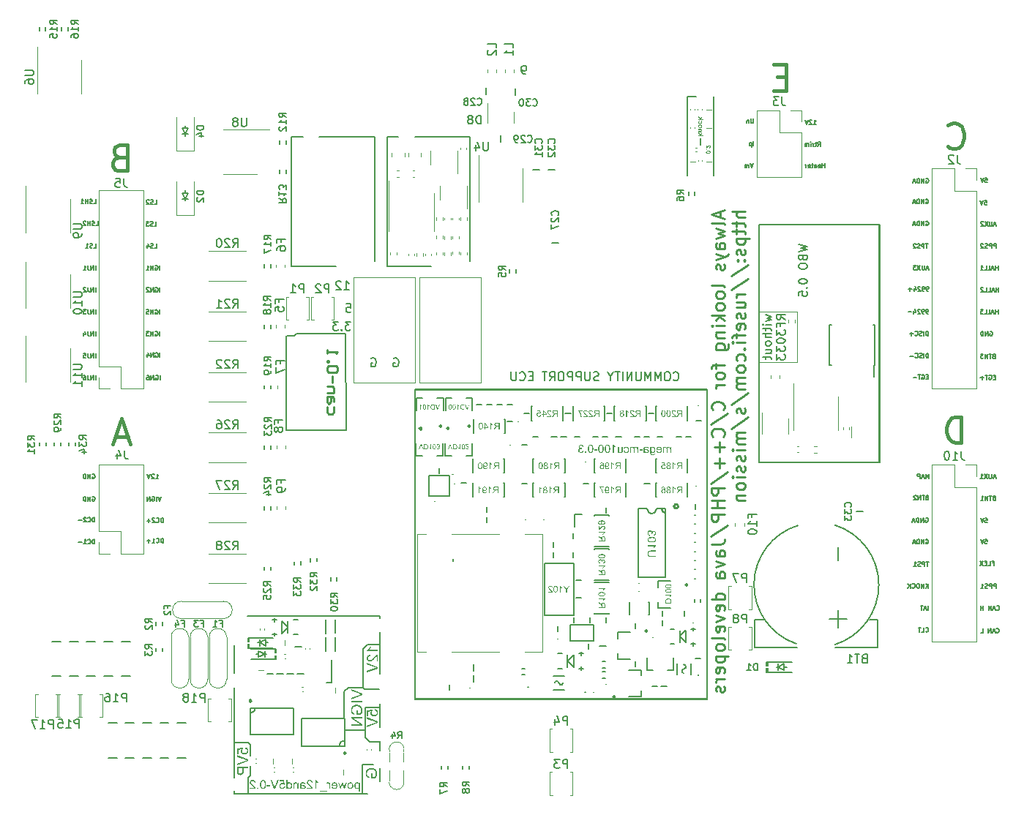
<source format=gbo>
G75*
G70*
%OFA0B0*%
%FSLAX25Y25*%
%IPPOS*%
%LPD*%
%AMOC8*
5,1,8,0,0,1.08239X$1,22.5*
%
%ADD10C,0.00787*%
%ADD131C,0.01000*%
%ADD228C,0.00300*%
%ADD77C,0.00591*%
%ADD78C,0.00472*%
%ADD82C,0.00500*%
%ADD83C,0.01772*%
%ADD84C,0.00669*%
%ADD85C,0.00984*%
%ADD87C,0.00800*%
%ADD90C,0.00390*%
%ADD98C,0.00394*%
X0000000Y0000000D02*
%LPD*%
G01*
D82*
X0441371Y0215886D02*
X0441561Y0215981D01*
X0441561Y0215981D02*
X0441847Y0215981D01*
X0441847Y0215981D02*
X0442133Y0215886D01*
X0442133Y0215886D02*
X0442323Y0215695D01*
X0442323Y0215695D02*
X0442418Y0215505D01*
X0442418Y0215505D02*
X0442514Y0215124D01*
X0442514Y0215124D02*
X0442514Y0214838D01*
X0442514Y0214838D02*
X0442418Y0214457D01*
X0442418Y0214457D02*
X0442323Y0214266D01*
X0442323Y0214266D02*
X0442133Y0214076D01*
X0442133Y0214076D02*
X0441847Y0213981D01*
X0441847Y0213981D02*
X0441656Y0213981D01*
X0441656Y0213981D02*
X0441371Y0214076D01*
X0441371Y0214076D02*
X0441275Y0214171D01*
X0441275Y0214171D02*
X0441275Y0214838D01*
X0441275Y0214838D02*
X0441656Y0214838D01*
X0440418Y0213981D02*
X0440418Y0215981D01*
X0440418Y0215981D02*
X0439275Y0213981D01*
X0439275Y0213981D02*
X0439275Y0215981D01*
X0438323Y0213981D02*
X0438323Y0215981D01*
X0438323Y0215981D02*
X0437847Y0215981D01*
X0437847Y0215981D02*
X0437561Y0215886D01*
X0437561Y0215886D02*
X0437371Y0215695D01*
X0437371Y0215695D02*
X0437275Y0215505D01*
X0437275Y0215505D02*
X0437180Y0215124D01*
X0437180Y0215124D02*
X0437180Y0214838D01*
X0437180Y0214838D02*
X0437275Y0214457D01*
X0437275Y0214457D02*
X0437371Y0214266D01*
X0437371Y0214266D02*
X0437561Y0214076D01*
X0437561Y0214076D02*
X0437847Y0213981D01*
X0437847Y0213981D02*
X0438323Y0213981D01*
X0445147Y0223881D02*
X0445147Y0225881D01*
X0445147Y0224928D02*
X0444004Y0224928D01*
X0444004Y0223881D02*
X0444004Y0225881D01*
X0443147Y0224452D02*
X0442194Y0224452D01*
X0443337Y0223881D02*
X0442671Y0225881D01*
X0442671Y0225881D02*
X0442004Y0223881D01*
X0440385Y0223881D02*
X0441337Y0223881D01*
X0441337Y0223881D02*
X0441337Y0225881D01*
X0438766Y0223881D02*
X0439718Y0223881D01*
X0439718Y0223881D02*
X0439718Y0225881D01*
X0438290Y0225881D02*
X0437052Y0225881D01*
X0437052Y0225881D02*
X0437718Y0225119D01*
X0437718Y0225119D02*
X0437433Y0225119D01*
X0437433Y0225119D02*
X0437242Y0225024D01*
X0437242Y0225024D02*
X0437147Y0224928D01*
X0437147Y0224928D02*
X0437052Y0224738D01*
X0437052Y0224738D02*
X0437052Y0224262D01*
X0437052Y0224262D02*
X0437147Y0224071D01*
X0437147Y0224071D02*
X0437242Y0223976D01*
X0437242Y0223976D02*
X0437433Y0223881D01*
X0437433Y0223881D02*
X0438004Y0223881D01*
X0438004Y0223881D02*
X0438194Y0223976D01*
X0438194Y0223976D02*
X0438290Y0224071D01*
X0064864Y0128981D02*
X0064864Y0130981D01*
X0064864Y0130981D02*
X0064388Y0130981D01*
X0064388Y0130981D02*
X0064102Y0130886D01*
X0064102Y0130886D02*
X0063912Y0130695D01*
X0063912Y0130695D02*
X0063817Y0130505D01*
X0063817Y0130505D02*
X0063721Y0130124D01*
X0063721Y0130124D02*
X0063721Y0129838D01*
X0063721Y0129838D02*
X0063817Y0129457D01*
X0063817Y0129457D02*
X0063912Y0129266D01*
X0063912Y0129266D02*
X0064102Y0129076D01*
X0064102Y0129076D02*
X0064388Y0128981D01*
X0064388Y0128981D02*
X0064864Y0128981D01*
X0061721Y0129171D02*
X0061817Y0129076D01*
X0061817Y0129076D02*
X0062102Y0128981D01*
X0062102Y0128981D02*
X0062293Y0128981D01*
X0062293Y0128981D02*
X0062579Y0129076D01*
X0062579Y0129076D02*
X0062769Y0129266D01*
X0062769Y0129266D02*
X0062864Y0129457D01*
X0062864Y0129457D02*
X0062960Y0129838D01*
X0062960Y0129838D02*
X0062960Y0130124D01*
X0062960Y0130124D02*
X0062864Y0130505D01*
X0062864Y0130505D02*
X0062769Y0130695D01*
X0062769Y0130695D02*
X0062579Y0130886D01*
X0062579Y0130886D02*
X0062293Y0130981D01*
X0062293Y0130981D02*
X0062102Y0130981D01*
X0062102Y0130981D02*
X0061817Y0130886D01*
X0061817Y0130886D02*
X0061721Y0130790D01*
X0060960Y0130790D02*
X0060864Y0130886D01*
X0060864Y0130886D02*
X0060674Y0130981D01*
X0060674Y0130981D02*
X0060198Y0130981D01*
X0060198Y0130981D02*
X0060007Y0130886D01*
X0060007Y0130886D02*
X0059912Y0130790D01*
X0059912Y0130790D02*
X0059817Y0130600D01*
X0059817Y0130600D02*
X0059817Y0130409D01*
X0059817Y0130409D02*
X0059912Y0130124D01*
X0059912Y0130124D02*
X0061055Y0128981D01*
X0061055Y0128981D02*
X0059817Y0128981D01*
X0058960Y0129743D02*
X0057436Y0129743D01*
X0058198Y0128981D02*
X0058198Y0130505D01*
X0034112Y0234081D02*
X0034112Y0236081D01*
X0033160Y0234081D02*
X0033160Y0236081D01*
X0033160Y0236081D02*
X0032017Y0234081D01*
X0032017Y0234081D02*
X0032017Y0236081D01*
X0030493Y0236081D02*
X0030493Y0234652D01*
X0030493Y0234652D02*
X0030588Y0234366D01*
X0030588Y0234366D02*
X0030779Y0234176D01*
X0030779Y0234176D02*
X0031064Y0234081D01*
X0031064Y0234081D02*
X0031255Y0234081D01*
X0029636Y0235890D02*
X0029540Y0235986D01*
X0029540Y0235986D02*
X0029350Y0236081D01*
X0029350Y0236081D02*
X0028874Y0236081D01*
X0028874Y0236081D02*
X0028683Y0235986D01*
X0028683Y0235986D02*
X0028588Y0235890D01*
X0028588Y0235890D02*
X0028493Y0235700D01*
X0028493Y0235700D02*
X0028493Y0235509D01*
X0028493Y0235509D02*
X0028588Y0235224D01*
X0028588Y0235224D02*
X0029731Y0234081D01*
X0029731Y0234081D02*
X0028493Y0234081D01*
X0413240Y0214081D02*
X0413240Y0216081D01*
X0413240Y0216081D02*
X0412764Y0216081D01*
X0412764Y0216081D02*
X0412479Y0215986D01*
X0412479Y0215986D02*
X0412288Y0215795D01*
X0412288Y0215795D02*
X0412193Y0215605D01*
X0412193Y0215605D02*
X0412098Y0215224D01*
X0412098Y0215224D02*
X0412098Y0214938D01*
X0412098Y0214938D02*
X0412193Y0214557D01*
X0412193Y0214557D02*
X0412288Y0214366D01*
X0412288Y0214366D02*
X0412479Y0214176D01*
X0412479Y0214176D02*
X0412764Y0214081D01*
X0412764Y0214081D02*
X0413240Y0214081D01*
X0411240Y0214081D02*
X0411240Y0216081D01*
X0410383Y0214176D02*
X0410098Y0214081D01*
X0410098Y0214081D02*
X0409621Y0214081D01*
X0409621Y0214081D02*
X0409431Y0214176D01*
X0409431Y0214176D02*
X0409336Y0214271D01*
X0409336Y0214271D02*
X0409240Y0214462D01*
X0409240Y0214462D02*
X0409240Y0214652D01*
X0409240Y0214652D02*
X0409336Y0214843D01*
X0409336Y0214843D02*
X0409431Y0214938D01*
X0409431Y0214938D02*
X0409621Y0215033D01*
X0409621Y0215033D02*
X0410002Y0215128D01*
X0410002Y0215128D02*
X0410193Y0215224D01*
X0410193Y0215224D02*
X0410288Y0215319D01*
X0410288Y0215319D02*
X0410383Y0215509D01*
X0410383Y0215509D02*
X0410383Y0215700D01*
X0410383Y0215700D02*
X0410288Y0215890D01*
X0410288Y0215890D02*
X0410193Y0215986D01*
X0410193Y0215986D02*
X0410002Y0216081D01*
X0410002Y0216081D02*
X0409526Y0216081D01*
X0409526Y0216081D02*
X0409240Y0215986D01*
X0407240Y0214271D02*
X0407336Y0214176D01*
X0407336Y0214176D02*
X0407621Y0214081D01*
X0407621Y0214081D02*
X0407812Y0214081D01*
X0407812Y0214081D02*
X0408098Y0214176D01*
X0408098Y0214176D02*
X0408288Y0214366D01*
X0408288Y0214366D02*
X0408383Y0214557D01*
X0408383Y0214557D02*
X0408479Y0214938D01*
X0408479Y0214938D02*
X0408479Y0215224D01*
X0408479Y0215224D02*
X0408383Y0215605D01*
X0408383Y0215605D02*
X0408288Y0215795D01*
X0408288Y0215795D02*
X0408098Y0215986D01*
X0408098Y0215986D02*
X0407812Y0216081D01*
X0407812Y0216081D02*
X0407621Y0216081D01*
X0407621Y0216081D02*
X0407336Y0215986D01*
X0407336Y0215986D02*
X0407240Y0215890D01*
X0406383Y0214843D02*
X0404860Y0214843D01*
X0405621Y0214081D02*
X0405621Y0215605D01*
X0412231Y0266086D02*
X0412421Y0266181D01*
X0412421Y0266181D02*
X0412707Y0266181D01*
X0412707Y0266181D02*
X0412993Y0266086D01*
X0412993Y0266086D02*
X0413183Y0265895D01*
X0413183Y0265895D02*
X0413279Y0265705D01*
X0413279Y0265705D02*
X0413374Y0265324D01*
X0413374Y0265324D02*
X0413374Y0265038D01*
X0413374Y0265038D02*
X0413279Y0264657D01*
X0413279Y0264657D02*
X0413183Y0264466D01*
X0413183Y0264466D02*
X0412993Y0264276D01*
X0412993Y0264276D02*
X0412707Y0264181D01*
X0412707Y0264181D02*
X0412517Y0264181D01*
X0412517Y0264181D02*
X0412231Y0264276D01*
X0412231Y0264276D02*
X0412136Y0264371D01*
X0412136Y0264371D02*
X0412136Y0265038D01*
X0412136Y0265038D02*
X0412517Y0265038D01*
X0411279Y0264181D02*
X0411279Y0266181D01*
X0411279Y0266181D02*
X0410136Y0264181D01*
X0410136Y0264181D02*
X0410136Y0266181D01*
X0409183Y0264181D02*
X0409183Y0266181D01*
X0409183Y0266181D02*
X0408707Y0266181D01*
X0408707Y0266181D02*
X0408421Y0266086D01*
X0408421Y0266086D02*
X0408231Y0265895D01*
X0408231Y0265895D02*
X0408136Y0265705D01*
X0408136Y0265705D02*
X0408040Y0265324D01*
X0408040Y0265324D02*
X0408040Y0265038D01*
X0408040Y0265038D02*
X0408136Y0264657D01*
X0408136Y0264657D02*
X0408231Y0264466D01*
X0408231Y0264466D02*
X0408421Y0264276D01*
X0408421Y0264276D02*
X0408707Y0264181D01*
X0408707Y0264181D02*
X0409183Y0264181D01*
X0407279Y0264752D02*
X0406326Y0264752D01*
X0407469Y0264181D02*
X0406802Y0266181D01*
X0406802Y0266181D02*
X0406136Y0264181D01*
X0439028Y0285881D02*
X0439980Y0285881D01*
X0439980Y0285881D02*
X0440075Y0284928D01*
X0440075Y0284928D02*
X0439980Y0285024D01*
X0439980Y0285024D02*
X0439790Y0285119D01*
X0439790Y0285119D02*
X0439314Y0285119D01*
X0439314Y0285119D02*
X0439123Y0285024D01*
X0439123Y0285024D02*
X0439028Y0284928D01*
X0439028Y0284928D02*
X0438933Y0284738D01*
X0438933Y0284738D02*
X0438933Y0284262D01*
X0438933Y0284262D02*
X0439028Y0284071D01*
X0439028Y0284071D02*
X0439123Y0283976D01*
X0439123Y0283976D02*
X0439314Y0283881D01*
X0439314Y0283881D02*
X0439790Y0283881D01*
X0439790Y0283881D02*
X0439980Y0283976D01*
X0439980Y0283976D02*
X0440075Y0284071D01*
X0438361Y0285881D02*
X0437694Y0283881D01*
X0437694Y0283881D02*
X0437028Y0285881D01*
X0413340Y0203981D02*
X0413340Y0205981D01*
X0413340Y0205981D02*
X0412864Y0205981D01*
X0412864Y0205981D02*
X0412579Y0205886D01*
X0412579Y0205886D02*
X0412388Y0205695D01*
X0412388Y0205695D02*
X0412293Y0205505D01*
X0412293Y0205505D02*
X0412198Y0205124D01*
X0412198Y0205124D02*
X0412198Y0204838D01*
X0412198Y0204838D02*
X0412293Y0204457D01*
X0412293Y0204457D02*
X0412388Y0204266D01*
X0412388Y0204266D02*
X0412579Y0204076D01*
X0412579Y0204076D02*
X0412864Y0203981D01*
X0412864Y0203981D02*
X0413340Y0203981D01*
X0411340Y0203981D02*
X0411340Y0205981D01*
X0410483Y0204076D02*
X0410198Y0203981D01*
X0410198Y0203981D02*
X0409721Y0203981D01*
X0409721Y0203981D02*
X0409531Y0204076D01*
X0409531Y0204076D02*
X0409436Y0204171D01*
X0409436Y0204171D02*
X0409340Y0204362D01*
X0409340Y0204362D02*
X0409340Y0204552D01*
X0409340Y0204552D02*
X0409436Y0204743D01*
X0409436Y0204743D02*
X0409531Y0204838D01*
X0409531Y0204838D02*
X0409721Y0204933D01*
X0409721Y0204933D02*
X0410102Y0205028D01*
X0410102Y0205028D02*
X0410293Y0205124D01*
X0410293Y0205124D02*
X0410388Y0205219D01*
X0410388Y0205219D02*
X0410483Y0205409D01*
X0410483Y0205409D02*
X0410483Y0205600D01*
X0410483Y0205600D02*
X0410388Y0205790D01*
X0410388Y0205790D02*
X0410293Y0205886D01*
X0410293Y0205886D02*
X0410102Y0205981D01*
X0410102Y0205981D02*
X0409626Y0205981D01*
X0409626Y0205981D02*
X0409340Y0205886D01*
X0407340Y0204171D02*
X0407436Y0204076D01*
X0407436Y0204076D02*
X0407721Y0203981D01*
X0407721Y0203981D02*
X0407912Y0203981D01*
X0407912Y0203981D02*
X0408198Y0204076D01*
X0408198Y0204076D02*
X0408388Y0204266D01*
X0408388Y0204266D02*
X0408483Y0204457D01*
X0408483Y0204457D02*
X0408579Y0204838D01*
X0408579Y0204838D02*
X0408579Y0205124D01*
X0408579Y0205124D02*
X0408483Y0205505D01*
X0408483Y0205505D02*
X0408388Y0205695D01*
X0408388Y0205695D02*
X0408198Y0205886D01*
X0408198Y0205886D02*
X0407912Y0205981D01*
X0407912Y0205981D02*
X0407721Y0205981D01*
X0407721Y0205981D02*
X0407436Y0205886D01*
X0407436Y0205886D02*
X0407340Y0205790D01*
X0406483Y0204743D02*
X0404960Y0204743D01*
D77*
X0150188Y0220315D02*
X0147751Y0220315D01*
X0147751Y0220315D02*
X0149063Y0218816D01*
X0149063Y0218816D02*
X0148501Y0218816D01*
X0148501Y0218816D02*
X0148126Y0218628D01*
X0148126Y0218628D02*
X0147938Y0218441D01*
X0147938Y0218441D02*
X0147751Y0218066D01*
X0147751Y0218066D02*
X0147751Y0217128D01*
X0147751Y0217128D02*
X0147938Y0216753D01*
X0147938Y0216753D02*
X0148126Y0216566D01*
X0148126Y0216566D02*
X0148501Y0216378D01*
X0148501Y0216378D02*
X0149625Y0216378D01*
X0149625Y0216378D02*
X0150000Y0216566D01*
X0150000Y0216566D02*
X0150188Y0216753D01*
X0146063Y0216753D02*
X0145876Y0216566D01*
X0145876Y0216566D02*
X0146063Y0216378D01*
X0146063Y0216378D02*
X0146251Y0216566D01*
X0146251Y0216566D02*
X0146063Y0216753D01*
X0146063Y0216753D02*
X0146063Y0216378D01*
X0144564Y0220315D02*
X0142126Y0220315D01*
X0142126Y0220315D02*
X0143439Y0218816D01*
X0143439Y0218816D02*
X0142876Y0218816D01*
X0142876Y0218816D02*
X0142501Y0218628D01*
X0142501Y0218628D02*
X0142314Y0218441D01*
X0142314Y0218441D02*
X0142126Y0218066D01*
X0142126Y0218066D02*
X0142126Y0217128D01*
X0142126Y0217128D02*
X0142314Y0216753D01*
X0142314Y0216753D02*
X0142501Y0216566D01*
X0142501Y0216566D02*
X0142876Y0216378D01*
X0142876Y0216378D02*
X0144001Y0216378D01*
X0144001Y0216378D02*
X0144376Y0216566D01*
X0144376Y0216566D02*
X0144564Y0216753D01*
D82*
X0032574Y0150786D02*
X0032764Y0150881D01*
X0032764Y0150881D02*
X0033050Y0150881D01*
X0033050Y0150881D02*
X0033336Y0150786D01*
X0033336Y0150786D02*
X0033526Y0150595D01*
X0033526Y0150595D02*
X0033621Y0150405D01*
X0033621Y0150405D02*
X0033717Y0150024D01*
X0033717Y0150024D02*
X0033717Y0149738D01*
X0033717Y0149738D02*
X0033621Y0149357D01*
X0033621Y0149357D02*
X0033526Y0149166D01*
X0033526Y0149166D02*
X0033336Y0148976D01*
X0033336Y0148976D02*
X0033050Y0148881D01*
X0033050Y0148881D02*
X0032860Y0148881D01*
X0032860Y0148881D02*
X0032574Y0148976D01*
X0032574Y0148976D02*
X0032479Y0149071D01*
X0032479Y0149071D02*
X0032479Y0149738D01*
X0032479Y0149738D02*
X0032860Y0149738D01*
X0031621Y0148881D02*
X0031621Y0150881D01*
X0031621Y0150881D02*
X0030479Y0148881D01*
X0030479Y0148881D02*
X0030479Y0150881D01*
X0029526Y0148881D02*
X0029526Y0150881D01*
X0029526Y0150881D02*
X0029050Y0150881D01*
X0029050Y0150881D02*
X0028764Y0150786D01*
X0028764Y0150786D02*
X0028574Y0150595D01*
X0028574Y0150595D02*
X0028479Y0150405D01*
X0028479Y0150405D02*
X0028383Y0150024D01*
X0028383Y0150024D02*
X0028383Y0149738D01*
X0028383Y0149738D02*
X0028479Y0149357D01*
X0028479Y0149357D02*
X0028574Y0149166D01*
X0028574Y0149166D02*
X0028764Y0148976D01*
X0028764Y0148976D02*
X0029050Y0148881D01*
X0029050Y0148881D02*
X0029526Y0148881D01*
X0060836Y0253981D02*
X0061788Y0253981D01*
X0061788Y0253981D02*
X0061788Y0255981D01*
X0060264Y0254076D02*
X0059979Y0253981D01*
X0059979Y0253981D02*
X0059502Y0253981D01*
X0059502Y0253981D02*
X0059312Y0254076D01*
X0059312Y0254076D02*
X0059217Y0254171D01*
X0059217Y0254171D02*
X0059121Y0254362D01*
X0059121Y0254362D02*
X0059121Y0254552D01*
X0059121Y0254552D02*
X0059217Y0254743D01*
X0059217Y0254743D02*
X0059312Y0254838D01*
X0059312Y0254838D02*
X0059502Y0254933D01*
X0059502Y0254933D02*
X0059883Y0255028D01*
X0059883Y0255028D02*
X0060074Y0255124D01*
X0060074Y0255124D02*
X0060169Y0255219D01*
X0060169Y0255219D02*
X0060264Y0255409D01*
X0060264Y0255409D02*
X0060264Y0255600D01*
X0060264Y0255600D02*
X0060169Y0255790D01*
X0060169Y0255790D02*
X0060074Y0255886D01*
X0060074Y0255886D02*
X0059883Y0255981D01*
X0059883Y0255981D02*
X0059407Y0255981D01*
X0059407Y0255981D02*
X0059121Y0255886D01*
X0057407Y0255314D02*
X0057407Y0253981D01*
X0057883Y0256076D02*
X0058360Y0254647D01*
X0058360Y0254647D02*
X0057121Y0254647D01*
X0443169Y0140128D02*
X0442883Y0140033D01*
X0442883Y0140033D02*
X0442788Y0139938D01*
X0442788Y0139938D02*
X0442693Y0139747D01*
X0442693Y0139747D02*
X0442693Y0139462D01*
X0442693Y0139462D02*
X0442788Y0139271D01*
X0442788Y0139271D02*
X0442883Y0139176D01*
X0442883Y0139176D02*
X0443074Y0139081D01*
X0443074Y0139081D02*
X0443836Y0139081D01*
X0443836Y0139081D02*
X0443836Y0141081D01*
X0443836Y0141081D02*
X0443169Y0141081D01*
X0443169Y0141081D02*
X0442979Y0140986D01*
X0442979Y0140986D02*
X0442883Y0140890D01*
X0442883Y0140890D02*
X0442788Y0140700D01*
X0442788Y0140700D02*
X0442788Y0140509D01*
X0442788Y0140509D02*
X0442883Y0140319D01*
X0442883Y0140319D02*
X0442979Y0140224D01*
X0442979Y0140224D02*
X0443169Y0140128D01*
X0443169Y0140128D02*
X0443836Y0140128D01*
X0442121Y0141081D02*
X0440979Y0141081D01*
X0441550Y0139081D02*
X0441550Y0141081D01*
X0440312Y0139081D02*
X0440312Y0141081D01*
X0440312Y0141081D02*
X0439169Y0139081D01*
X0439169Y0139081D02*
X0439169Y0141081D01*
X0437169Y0139081D02*
X0438312Y0139081D01*
X0437740Y0139081D02*
X0437740Y0141081D01*
X0437740Y0141081D02*
X0437931Y0140795D01*
X0437931Y0140795D02*
X0438121Y0140605D01*
X0438121Y0140605D02*
X0438312Y0140509D01*
X0032574Y0140586D02*
X0032764Y0140681D01*
X0032764Y0140681D02*
X0033050Y0140681D01*
X0033050Y0140681D02*
X0033336Y0140586D01*
X0033336Y0140586D02*
X0033526Y0140395D01*
X0033526Y0140395D02*
X0033621Y0140205D01*
X0033621Y0140205D02*
X0033717Y0139824D01*
X0033717Y0139824D02*
X0033717Y0139538D01*
X0033717Y0139538D02*
X0033621Y0139157D01*
X0033621Y0139157D02*
X0033526Y0138966D01*
X0033526Y0138966D02*
X0033336Y0138776D01*
X0033336Y0138776D02*
X0033050Y0138681D01*
X0033050Y0138681D02*
X0032860Y0138681D01*
X0032860Y0138681D02*
X0032574Y0138776D01*
X0032574Y0138776D02*
X0032479Y0138871D01*
X0032479Y0138871D02*
X0032479Y0139538D01*
X0032479Y0139538D02*
X0032860Y0139538D01*
X0031621Y0138681D02*
X0031621Y0140681D01*
X0031621Y0140681D02*
X0030479Y0138681D01*
X0030479Y0138681D02*
X0030479Y0140681D01*
X0029526Y0138681D02*
X0029526Y0140681D01*
X0029526Y0140681D02*
X0029050Y0140681D01*
X0029050Y0140681D02*
X0028764Y0140586D01*
X0028764Y0140586D02*
X0028574Y0140395D01*
X0028574Y0140395D02*
X0028479Y0140205D01*
X0028479Y0140205D02*
X0028383Y0139824D01*
X0028383Y0139824D02*
X0028383Y0139538D01*
X0028383Y0139538D02*
X0028479Y0139157D01*
X0028479Y0139157D02*
X0028574Y0138966D01*
X0028574Y0138966D02*
X0028764Y0138776D01*
X0028764Y0138776D02*
X0029050Y0138681D01*
X0029050Y0138681D02*
X0029526Y0138681D01*
X0413126Y0224081D02*
X0412745Y0224081D01*
X0412745Y0224081D02*
X0412555Y0224176D01*
X0412555Y0224176D02*
X0412460Y0224271D01*
X0412460Y0224271D02*
X0412269Y0224557D01*
X0412269Y0224557D02*
X0412174Y0224938D01*
X0412174Y0224938D02*
X0412174Y0225700D01*
X0412174Y0225700D02*
X0412269Y0225890D01*
X0412269Y0225890D02*
X0412364Y0225986D01*
X0412364Y0225986D02*
X0412555Y0226081D01*
X0412555Y0226081D02*
X0412936Y0226081D01*
X0412936Y0226081D02*
X0413126Y0225986D01*
X0413126Y0225986D02*
X0413221Y0225890D01*
X0413221Y0225890D02*
X0413317Y0225700D01*
X0413317Y0225700D02*
X0413317Y0225224D01*
X0413317Y0225224D02*
X0413221Y0225033D01*
X0413221Y0225033D02*
X0413126Y0224938D01*
X0413126Y0224938D02*
X0412936Y0224843D01*
X0412936Y0224843D02*
X0412555Y0224843D01*
X0412555Y0224843D02*
X0412364Y0224938D01*
X0412364Y0224938D02*
X0412269Y0225033D01*
X0412269Y0225033D02*
X0412174Y0225224D01*
X0411221Y0224081D02*
X0410840Y0224081D01*
X0410840Y0224081D02*
X0410650Y0224176D01*
X0410650Y0224176D02*
X0410555Y0224271D01*
X0410555Y0224271D02*
X0410364Y0224557D01*
X0410364Y0224557D02*
X0410269Y0224938D01*
X0410269Y0224938D02*
X0410269Y0225700D01*
X0410269Y0225700D02*
X0410364Y0225890D01*
X0410364Y0225890D02*
X0410460Y0225986D01*
X0410460Y0225986D02*
X0410650Y0226081D01*
X0410650Y0226081D02*
X0411031Y0226081D01*
X0411031Y0226081D02*
X0411221Y0225986D01*
X0411221Y0225986D02*
X0411317Y0225890D01*
X0411317Y0225890D02*
X0411412Y0225700D01*
X0411412Y0225700D02*
X0411412Y0225224D01*
X0411412Y0225224D02*
X0411317Y0225033D01*
X0411317Y0225033D02*
X0411221Y0224938D01*
X0411221Y0224938D02*
X0411031Y0224843D01*
X0411031Y0224843D02*
X0410650Y0224843D01*
X0410650Y0224843D02*
X0410460Y0224938D01*
X0410460Y0224938D02*
X0410364Y0225033D01*
X0410364Y0225033D02*
X0410269Y0225224D01*
X0409507Y0225890D02*
X0409412Y0225986D01*
X0409412Y0225986D02*
X0409221Y0226081D01*
X0409221Y0226081D02*
X0408745Y0226081D01*
X0408745Y0226081D02*
X0408555Y0225986D01*
X0408555Y0225986D02*
X0408460Y0225890D01*
X0408460Y0225890D02*
X0408364Y0225700D01*
X0408364Y0225700D02*
X0408364Y0225509D01*
X0408364Y0225509D02*
X0408460Y0225224D01*
X0408460Y0225224D02*
X0409602Y0224081D01*
X0409602Y0224081D02*
X0408364Y0224081D01*
X0406650Y0225414D02*
X0406650Y0224081D01*
X0407126Y0226176D02*
X0407602Y0224747D01*
X0407602Y0224747D02*
X0406364Y0224747D01*
X0405602Y0224843D02*
X0404079Y0224843D01*
X0445147Y0243881D02*
X0445147Y0245881D01*
X0445147Y0244928D02*
X0444004Y0244928D01*
X0444004Y0243881D02*
X0444004Y0245881D01*
X0443147Y0244452D02*
X0442194Y0244452D01*
X0443337Y0243881D02*
X0442671Y0245881D01*
X0442671Y0245881D02*
X0442004Y0243881D01*
X0440385Y0243881D02*
X0441337Y0243881D01*
X0441337Y0243881D02*
X0441337Y0245881D01*
X0438766Y0243881D02*
X0439718Y0243881D01*
X0439718Y0243881D02*
X0439718Y0245881D01*
X0437052Y0243881D02*
X0438194Y0243881D01*
X0437623Y0243881D02*
X0437623Y0245881D01*
X0437623Y0245881D02*
X0437814Y0245595D01*
X0437814Y0245595D02*
X0438004Y0245405D01*
X0438004Y0245405D02*
X0438194Y0245309D01*
D83*
X0044706Y0295295D02*
X0043019Y0294732D01*
X0043019Y0294732D02*
X0042457Y0294170D01*
X0042457Y0294170D02*
X0041894Y0293045D01*
X0041894Y0293045D02*
X0041894Y0291358D01*
X0041894Y0291358D02*
X0042457Y0290233D01*
X0042457Y0290233D02*
X0043019Y0289671D01*
X0043019Y0289671D02*
X0044144Y0289108D01*
X0044144Y0289108D02*
X0048643Y0289108D01*
X0048643Y0289108D02*
X0048643Y0300919D01*
X0048643Y0300919D02*
X0044706Y0300919D01*
X0044706Y0300919D02*
X0043581Y0300357D01*
X0043581Y0300357D02*
X0043019Y0299794D01*
X0043019Y0299794D02*
X0042457Y0298669D01*
X0042457Y0298669D02*
X0042457Y0297545D01*
X0042457Y0297545D02*
X0043019Y0296420D01*
X0043019Y0296420D02*
X0043581Y0295857D01*
X0043581Y0295857D02*
X0044706Y0295295D01*
X0044706Y0295295D02*
X0048643Y0295295D01*
D82*
X0366131Y0290481D02*
X0366131Y0292481D01*
X0366131Y0291528D02*
X0364988Y0291528D01*
X0364988Y0290481D02*
X0364988Y0292481D01*
X0363274Y0290576D02*
X0363464Y0290481D01*
X0363464Y0290481D02*
X0363845Y0290481D01*
X0363845Y0290481D02*
X0364036Y0290576D01*
X0364036Y0290576D02*
X0364131Y0290766D01*
X0364131Y0290766D02*
X0364131Y0291528D01*
X0364131Y0291528D02*
X0364036Y0291719D01*
X0364036Y0291719D02*
X0363845Y0291814D01*
X0363845Y0291814D02*
X0363464Y0291814D01*
X0363464Y0291814D02*
X0363274Y0291719D01*
X0363274Y0291719D02*
X0363179Y0291528D01*
X0363179Y0291528D02*
X0363179Y0291338D01*
X0363179Y0291338D02*
X0364131Y0291147D01*
X0361464Y0290481D02*
X0361464Y0291528D01*
X0361464Y0291528D02*
X0361560Y0291719D01*
X0361560Y0291719D02*
X0361750Y0291814D01*
X0361750Y0291814D02*
X0362131Y0291814D01*
X0362131Y0291814D02*
X0362321Y0291719D01*
X0361464Y0290576D02*
X0361655Y0290481D01*
X0361655Y0290481D02*
X0362131Y0290481D01*
X0362131Y0290481D02*
X0362321Y0290576D01*
X0362321Y0290576D02*
X0362417Y0290766D01*
X0362417Y0290766D02*
X0362417Y0290957D01*
X0362417Y0290957D02*
X0362321Y0291147D01*
X0362321Y0291147D02*
X0362131Y0291243D01*
X0362131Y0291243D02*
X0361655Y0291243D01*
X0361655Y0291243D02*
X0361464Y0291338D01*
X0360798Y0291814D02*
X0360036Y0291814D01*
X0360512Y0292481D02*
X0360512Y0290766D01*
X0360512Y0290766D02*
X0360417Y0290576D01*
X0360417Y0290576D02*
X0360226Y0290481D01*
X0360226Y0290481D02*
X0360036Y0290481D01*
X0358607Y0290576D02*
X0358798Y0290481D01*
X0358798Y0290481D02*
X0359179Y0290481D01*
X0359179Y0290481D02*
X0359369Y0290576D01*
X0359369Y0290576D02*
X0359464Y0290766D01*
X0359464Y0290766D02*
X0359464Y0291528D01*
X0359464Y0291528D02*
X0359369Y0291719D01*
X0359369Y0291719D02*
X0359179Y0291814D01*
X0359179Y0291814D02*
X0358798Y0291814D01*
X0358798Y0291814D02*
X0358607Y0291719D01*
X0358607Y0291719D02*
X0358512Y0291528D01*
X0358512Y0291528D02*
X0358512Y0291338D01*
X0358512Y0291338D02*
X0359464Y0291147D01*
X0357655Y0290481D02*
X0357655Y0291814D01*
X0357655Y0291433D02*
X0357560Y0291624D01*
X0357560Y0291624D02*
X0357464Y0291719D01*
X0357464Y0291719D02*
X0357274Y0291814D01*
X0357274Y0291814D02*
X0357083Y0291814D01*
X0060736Y0263981D02*
X0061688Y0263981D01*
X0061688Y0263981D02*
X0061688Y0265981D01*
X0060164Y0264076D02*
X0059879Y0263981D01*
X0059879Y0263981D02*
X0059402Y0263981D01*
X0059402Y0263981D02*
X0059212Y0264076D01*
X0059212Y0264076D02*
X0059117Y0264171D01*
X0059117Y0264171D02*
X0059021Y0264362D01*
X0059021Y0264362D02*
X0059021Y0264552D01*
X0059021Y0264552D02*
X0059117Y0264743D01*
X0059117Y0264743D02*
X0059212Y0264838D01*
X0059212Y0264838D02*
X0059402Y0264933D01*
X0059402Y0264933D02*
X0059783Y0265028D01*
X0059783Y0265028D02*
X0059974Y0265124D01*
X0059974Y0265124D02*
X0060069Y0265219D01*
X0060069Y0265219D02*
X0060164Y0265409D01*
X0060164Y0265409D02*
X0060164Y0265600D01*
X0060164Y0265600D02*
X0060069Y0265790D01*
X0060069Y0265790D02*
X0059974Y0265886D01*
X0059974Y0265886D02*
X0059783Y0265981D01*
X0059783Y0265981D02*
X0059307Y0265981D01*
X0059307Y0265981D02*
X0059021Y0265886D01*
X0058355Y0265981D02*
X0057117Y0265981D01*
X0057117Y0265981D02*
X0057783Y0265219D01*
X0057783Y0265219D02*
X0057498Y0265219D01*
X0057498Y0265219D02*
X0057307Y0265124D01*
X0057307Y0265124D02*
X0057212Y0265028D01*
X0057212Y0265028D02*
X0057117Y0264838D01*
X0057117Y0264838D02*
X0057117Y0264362D01*
X0057117Y0264362D02*
X0057212Y0264171D01*
X0057212Y0264171D02*
X0057307Y0264076D01*
X0057307Y0264076D02*
X0057498Y0263981D01*
X0057498Y0263981D02*
X0058069Y0263981D01*
X0058069Y0263981D02*
X0058260Y0264076D01*
X0058260Y0264076D02*
X0058355Y0264171D01*
X0439031Y0121281D02*
X0439983Y0121281D01*
X0439983Y0121281D02*
X0440079Y0120328D01*
X0440079Y0120328D02*
X0439983Y0120424D01*
X0439983Y0120424D02*
X0439793Y0120519D01*
X0439793Y0120519D02*
X0439317Y0120519D01*
X0439317Y0120519D02*
X0439126Y0120424D01*
X0439126Y0120424D02*
X0439031Y0120328D01*
X0439031Y0120328D02*
X0438936Y0120138D01*
X0438936Y0120138D02*
X0438936Y0119662D01*
X0438936Y0119662D02*
X0439031Y0119471D01*
X0439031Y0119471D02*
X0439126Y0119376D01*
X0439126Y0119376D02*
X0439317Y0119281D01*
X0439317Y0119281D02*
X0439793Y0119281D01*
X0439793Y0119281D02*
X0439983Y0119376D01*
X0439983Y0119376D02*
X0440079Y0119471D01*
X0438364Y0121281D02*
X0437698Y0119281D01*
X0437698Y0119281D02*
X0437031Y0121281D01*
D85*
X0318681Y0270727D02*
X0318681Y0267915D01*
X0320368Y0271290D02*
X0314463Y0269321D01*
X0314463Y0269321D02*
X0320368Y0267353D01*
X0320368Y0264541D02*
X0320087Y0265103D01*
X0320087Y0265103D02*
X0319525Y0265384D01*
X0319525Y0265384D02*
X0314463Y0265384D01*
X0316431Y0262853D02*
X0320368Y0261728D01*
X0320368Y0261728D02*
X0317556Y0260604D01*
X0317556Y0260604D02*
X0320368Y0259479D01*
X0320368Y0259479D02*
X0316431Y0258354D01*
X0320368Y0253573D02*
X0317275Y0253573D01*
X0317275Y0253573D02*
X0316713Y0253854D01*
X0316713Y0253854D02*
X0316431Y0254417D01*
X0316431Y0254417D02*
X0316431Y0255542D01*
X0316431Y0255542D02*
X0316713Y0256104D01*
X0320087Y0253573D02*
X0320368Y0254136D01*
X0320368Y0254136D02*
X0320368Y0255542D01*
X0320368Y0255542D02*
X0320087Y0256104D01*
X0320087Y0256104D02*
X0319525Y0256385D01*
X0319525Y0256385D02*
X0318962Y0256385D01*
X0318962Y0256385D02*
X0318400Y0256104D01*
X0318400Y0256104D02*
X0318119Y0255542D01*
X0318119Y0255542D02*
X0318119Y0254136D01*
X0318119Y0254136D02*
X0317837Y0253573D01*
X0316431Y0251323D02*
X0320368Y0249917D01*
X0316431Y0248511D02*
X0320368Y0249917D01*
X0320368Y0249917D02*
X0321774Y0250480D01*
X0321774Y0250480D02*
X0322056Y0250761D01*
X0322056Y0250761D02*
X0322337Y0251323D01*
X0320087Y0246543D02*
X0320368Y0245980D01*
X0320368Y0245980D02*
X0320368Y0244856D01*
X0320368Y0244856D02*
X0320087Y0244293D01*
X0320087Y0244293D02*
X0319525Y0244012D01*
X0319525Y0244012D02*
X0319244Y0244012D01*
X0319244Y0244012D02*
X0318681Y0244293D01*
X0318681Y0244293D02*
X0318400Y0244856D01*
X0318400Y0244856D02*
X0318400Y0245699D01*
X0318400Y0245699D02*
X0318119Y0246262D01*
X0318119Y0246262D02*
X0317556Y0246543D01*
X0317556Y0246543D02*
X0317275Y0246543D01*
X0317275Y0246543D02*
X0316713Y0246262D01*
X0316713Y0246262D02*
X0316431Y0245699D01*
X0316431Y0245699D02*
X0316431Y0244856D01*
X0316431Y0244856D02*
X0316713Y0244293D01*
X0320368Y0236138D02*
X0320087Y0236700D01*
X0320087Y0236700D02*
X0319525Y0236982D01*
X0319525Y0236982D02*
X0314463Y0236982D01*
X0320368Y0233045D02*
X0320087Y0233607D01*
X0320087Y0233607D02*
X0319806Y0233888D01*
X0319806Y0233888D02*
X0319244Y0234169D01*
X0319244Y0234169D02*
X0317556Y0234169D01*
X0317556Y0234169D02*
X0316994Y0233888D01*
X0316994Y0233888D02*
X0316713Y0233607D01*
X0316713Y0233607D02*
X0316431Y0233045D01*
X0316431Y0233045D02*
X0316431Y0232201D01*
X0316431Y0232201D02*
X0316713Y0231638D01*
X0316713Y0231638D02*
X0316994Y0231357D01*
X0316994Y0231357D02*
X0317556Y0231076D01*
X0317556Y0231076D02*
X0319244Y0231076D01*
X0319244Y0231076D02*
X0319806Y0231357D01*
X0319806Y0231357D02*
X0320087Y0231638D01*
X0320087Y0231638D02*
X0320368Y0232201D01*
X0320368Y0232201D02*
X0320368Y0233045D01*
X0320368Y0227701D02*
X0320087Y0228264D01*
X0320087Y0228264D02*
X0319806Y0228545D01*
X0319806Y0228545D02*
X0319244Y0228826D01*
X0319244Y0228826D02*
X0317556Y0228826D01*
X0317556Y0228826D02*
X0316994Y0228545D01*
X0316994Y0228545D02*
X0316713Y0228264D01*
X0316713Y0228264D02*
X0316431Y0227701D01*
X0316431Y0227701D02*
X0316431Y0226858D01*
X0316431Y0226858D02*
X0316713Y0226295D01*
X0316713Y0226295D02*
X0316994Y0226014D01*
X0316994Y0226014D02*
X0317556Y0225733D01*
X0317556Y0225733D02*
X0319244Y0225733D01*
X0319244Y0225733D02*
X0319806Y0226014D01*
X0319806Y0226014D02*
X0320087Y0226295D01*
X0320087Y0226295D02*
X0320368Y0226858D01*
X0320368Y0226858D02*
X0320368Y0227701D01*
X0320368Y0223202D02*
X0314463Y0223202D01*
X0318119Y0222640D02*
X0320368Y0220952D01*
X0316431Y0220952D02*
X0318681Y0223202D01*
X0320368Y0218421D02*
X0316431Y0218421D01*
X0314463Y0218421D02*
X0314744Y0218703D01*
X0314744Y0218703D02*
X0315025Y0218421D01*
X0315025Y0218421D02*
X0314744Y0218140D01*
X0314744Y0218140D02*
X0314463Y0218421D01*
X0314463Y0218421D02*
X0315025Y0218421D01*
X0316431Y0215609D02*
X0320368Y0215609D01*
X0316994Y0215609D02*
X0316713Y0215328D01*
X0316713Y0215328D02*
X0316431Y0214766D01*
X0316431Y0214766D02*
X0316431Y0213922D01*
X0316431Y0213922D02*
X0316713Y0213359D01*
X0316713Y0213359D02*
X0317275Y0213078D01*
X0317275Y0213078D02*
X0320368Y0213078D01*
X0316431Y0207735D02*
X0321212Y0207735D01*
X0321212Y0207735D02*
X0321774Y0208016D01*
X0321774Y0208016D02*
X0322056Y0208298D01*
X0322056Y0208298D02*
X0322337Y0208860D01*
X0322337Y0208860D02*
X0322337Y0209704D01*
X0322337Y0209704D02*
X0322056Y0210266D01*
X0320087Y0207735D02*
X0320368Y0208298D01*
X0320368Y0208298D02*
X0320368Y0209422D01*
X0320368Y0209422D02*
X0320087Y0209985D01*
X0320087Y0209985D02*
X0319806Y0210266D01*
X0319806Y0210266D02*
X0319244Y0210547D01*
X0319244Y0210547D02*
X0317556Y0210547D01*
X0317556Y0210547D02*
X0316994Y0210266D01*
X0316994Y0210266D02*
X0316713Y0209985D01*
X0316713Y0209985D02*
X0316431Y0209422D01*
X0316431Y0209422D02*
X0316431Y0208298D01*
X0316431Y0208298D02*
X0316713Y0207735D01*
X0316431Y0201267D02*
X0316431Y0199018D01*
X0320368Y0200424D02*
X0315307Y0200424D01*
X0315307Y0200424D02*
X0314744Y0200142D01*
X0314744Y0200142D02*
X0314463Y0199580D01*
X0314463Y0199580D02*
X0314463Y0199018D01*
X0320368Y0196205D02*
X0320087Y0196768D01*
X0320087Y0196768D02*
X0319806Y0197049D01*
X0319806Y0197049D02*
X0319244Y0197330D01*
X0319244Y0197330D02*
X0317556Y0197330D01*
X0317556Y0197330D02*
X0316994Y0197049D01*
X0316994Y0197049D02*
X0316713Y0196768D01*
X0316713Y0196768D02*
X0316431Y0196205D01*
X0316431Y0196205D02*
X0316431Y0195362D01*
X0316431Y0195362D02*
X0316713Y0194799D01*
X0316713Y0194799D02*
X0316994Y0194518D01*
X0316994Y0194518D02*
X0317556Y0194237D01*
X0317556Y0194237D02*
X0319244Y0194237D01*
X0319244Y0194237D02*
X0319806Y0194518D01*
X0319806Y0194518D02*
X0320087Y0194799D01*
X0320087Y0194799D02*
X0320368Y0195362D01*
X0320368Y0195362D02*
X0320368Y0196205D01*
X0320368Y0191706D02*
X0316431Y0191706D01*
X0317556Y0191706D02*
X0316994Y0191425D01*
X0316994Y0191425D02*
X0316713Y0191143D01*
X0316713Y0191143D02*
X0316431Y0190581D01*
X0316431Y0190581D02*
X0316431Y0190019D01*
X0319806Y0180176D02*
X0320087Y0180457D01*
X0320087Y0180457D02*
X0320368Y0181301D01*
X0320368Y0181301D02*
X0320368Y0181863D01*
X0320368Y0181863D02*
X0320087Y0182707D01*
X0320087Y0182707D02*
X0319525Y0183269D01*
X0319525Y0183269D02*
X0318962Y0183551D01*
X0318962Y0183551D02*
X0317837Y0183832D01*
X0317837Y0183832D02*
X0316994Y0183832D01*
X0316994Y0183832D02*
X0315869Y0183551D01*
X0315869Y0183551D02*
X0315307Y0183269D01*
X0315307Y0183269D02*
X0314744Y0182707D01*
X0314744Y0182707D02*
X0314463Y0181863D01*
X0314463Y0181863D02*
X0314463Y0181301D01*
X0314463Y0181301D02*
X0314744Y0180457D01*
X0314744Y0180457D02*
X0315025Y0180176D01*
X0314182Y0173427D02*
X0321774Y0178489D01*
X0319806Y0168084D02*
X0320087Y0168365D01*
X0320087Y0168365D02*
X0320368Y0169209D01*
X0320368Y0169209D02*
X0320368Y0169771D01*
X0320368Y0169771D02*
X0320087Y0170615D01*
X0320087Y0170615D02*
X0319525Y0171177D01*
X0319525Y0171177D02*
X0318962Y0171458D01*
X0318962Y0171458D02*
X0317837Y0171740D01*
X0317837Y0171740D02*
X0316994Y0171740D01*
X0316994Y0171740D02*
X0315869Y0171458D01*
X0315869Y0171458D02*
X0315307Y0171177D01*
X0315307Y0171177D02*
X0314744Y0170615D01*
X0314744Y0170615D02*
X0314463Y0169771D01*
X0314463Y0169771D02*
X0314463Y0169209D01*
X0314463Y0169209D02*
X0314744Y0168365D01*
X0314744Y0168365D02*
X0315025Y0168084D01*
X0318119Y0165553D02*
X0318119Y0161054D01*
X0320368Y0163303D02*
X0315869Y0163303D01*
X0318119Y0158241D02*
X0318119Y0153742D01*
X0320368Y0155992D02*
X0315869Y0155992D01*
X0314182Y0146712D02*
X0321774Y0151773D01*
X0320368Y0144743D02*
X0314463Y0144743D01*
X0314463Y0144743D02*
X0314463Y0142493D01*
X0314463Y0142493D02*
X0314744Y0141931D01*
X0314744Y0141931D02*
X0315025Y0141650D01*
X0315025Y0141650D02*
X0315588Y0141368D01*
X0315588Y0141368D02*
X0316431Y0141368D01*
X0316431Y0141368D02*
X0316994Y0141650D01*
X0316994Y0141650D02*
X0317275Y0141931D01*
X0317275Y0141931D02*
X0317556Y0142493D01*
X0317556Y0142493D02*
X0317556Y0144743D01*
X0320368Y0138838D02*
X0314463Y0138838D01*
X0317275Y0138838D02*
X0317275Y0135463D01*
X0320368Y0135463D02*
X0314463Y0135463D01*
X0320368Y0132651D02*
X0314463Y0132651D01*
X0314463Y0132651D02*
X0314463Y0130401D01*
X0314463Y0130401D02*
X0314744Y0129839D01*
X0314744Y0129839D02*
X0315025Y0129557D01*
X0315025Y0129557D02*
X0315588Y0129276D01*
X0315588Y0129276D02*
X0316431Y0129276D01*
X0316431Y0129276D02*
X0316994Y0129557D01*
X0316994Y0129557D02*
X0317275Y0129839D01*
X0317275Y0129839D02*
X0317556Y0130401D01*
X0317556Y0130401D02*
X0317556Y0132651D01*
X0314182Y0122527D02*
X0321774Y0127589D01*
X0314463Y0118871D02*
X0318681Y0118871D01*
X0318681Y0118871D02*
X0319525Y0119152D01*
X0319525Y0119152D02*
X0320087Y0119715D01*
X0320087Y0119715D02*
X0320368Y0120559D01*
X0320368Y0120559D02*
X0320368Y0121121D01*
X0320368Y0113528D02*
X0317275Y0113528D01*
X0317275Y0113528D02*
X0316713Y0113809D01*
X0316713Y0113809D02*
X0316431Y0114372D01*
X0316431Y0114372D02*
X0316431Y0115497D01*
X0316431Y0115497D02*
X0316713Y0116059D01*
X0320087Y0113528D02*
X0320368Y0114091D01*
X0320368Y0114091D02*
X0320368Y0115497D01*
X0320368Y0115497D02*
X0320087Y0116059D01*
X0320087Y0116059D02*
X0319525Y0116340D01*
X0319525Y0116340D02*
X0318962Y0116340D01*
X0318962Y0116340D02*
X0318400Y0116059D01*
X0318400Y0116059D02*
X0318119Y0115497D01*
X0318119Y0115497D02*
X0318119Y0114091D01*
X0318119Y0114091D02*
X0317837Y0113528D01*
X0316431Y0111278D02*
X0320368Y0109872D01*
X0320368Y0109872D02*
X0316431Y0108466D01*
X0320368Y0103686D02*
X0317275Y0103686D01*
X0317275Y0103686D02*
X0316713Y0103967D01*
X0316713Y0103967D02*
X0316431Y0104529D01*
X0316431Y0104529D02*
X0316431Y0105654D01*
X0316431Y0105654D02*
X0316713Y0106217D01*
X0320087Y0103686D02*
X0320368Y0104248D01*
X0320368Y0104248D02*
X0320368Y0105654D01*
X0320368Y0105654D02*
X0320087Y0106217D01*
X0320087Y0106217D02*
X0319525Y0106498D01*
X0319525Y0106498D02*
X0318962Y0106498D01*
X0318962Y0106498D02*
X0318400Y0106217D01*
X0318400Y0106217D02*
X0318119Y0105654D01*
X0318119Y0105654D02*
X0318119Y0104248D01*
X0318119Y0104248D02*
X0317837Y0103686D01*
X0320368Y0093843D02*
X0314463Y0093843D01*
X0320087Y0093843D02*
X0320368Y0094406D01*
X0320368Y0094406D02*
X0320368Y0095530D01*
X0320368Y0095530D02*
X0320087Y0096093D01*
X0320087Y0096093D02*
X0319806Y0096374D01*
X0319806Y0096374D02*
X0319244Y0096655D01*
X0319244Y0096655D02*
X0317556Y0096655D01*
X0317556Y0096655D02*
X0316994Y0096374D01*
X0316994Y0096374D02*
X0316713Y0096093D01*
X0316713Y0096093D02*
X0316431Y0095530D01*
X0316431Y0095530D02*
X0316431Y0094406D01*
X0316431Y0094406D02*
X0316713Y0093843D01*
X0320087Y0088781D02*
X0320368Y0089344D01*
X0320368Y0089344D02*
X0320368Y0090469D01*
X0320368Y0090469D02*
X0320087Y0091031D01*
X0320087Y0091031D02*
X0319525Y0091312D01*
X0319525Y0091312D02*
X0317275Y0091312D01*
X0317275Y0091312D02*
X0316713Y0091031D01*
X0316713Y0091031D02*
X0316431Y0090469D01*
X0316431Y0090469D02*
X0316431Y0089344D01*
X0316431Y0089344D02*
X0316713Y0088781D01*
X0316713Y0088781D02*
X0317275Y0088500D01*
X0317275Y0088500D02*
X0317837Y0088500D01*
X0317837Y0088500D02*
X0318400Y0091312D01*
X0316431Y0086532D02*
X0320368Y0085125D01*
X0320368Y0085125D02*
X0316431Y0083719D01*
X0320087Y0079220D02*
X0320368Y0079782D01*
X0320368Y0079782D02*
X0320368Y0080907D01*
X0320368Y0080907D02*
X0320087Y0081470D01*
X0320087Y0081470D02*
X0319525Y0081751D01*
X0319525Y0081751D02*
X0317275Y0081751D01*
X0317275Y0081751D02*
X0316713Y0081470D01*
X0316713Y0081470D02*
X0316431Y0080907D01*
X0316431Y0080907D02*
X0316431Y0079782D01*
X0316431Y0079782D02*
X0316713Y0079220D01*
X0316713Y0079220D02*
X0317275Y0078939D01*
X0317275Y0078939D02*
X0317837Y0078939D01*
X0317837Y0078939D02*
X0318400Y0081751D01*
X0320368Y0075564D02*
X0320087Y0076127D01*
X0320087Y0076127D02*
X0319525Y0076408D01*
X0319525Y0076408D02*
X0314463Y0076408D01*
X0320368Y0072471D02*
X0320087Y0073033D01*
X0320087Y0073033D02*
X0319806Y0073314D01*
X0319806Y0073314D02*
X0319244Y0073596D01*
X0319244Y0073596D02*
X0317556Y0073596D01*
X0317556Y0073596D02*
X0316994Y0073314D01*
X0316994Y0073314D02*
X0316713Y0073033D01*
X0316713Y0073033D02*
X0316431Y0072471D01*
X0316431Y0072471D02*
X0316431Y0071627D01*
X0316431Y0071627D02*
X0316713Y0071065D01*
X0316713Y0071065D02*
X0316994Y0070784D01*
X0316994Y0070784D02*
X0317556Y0070502D01*
X0317556Y0070502D02*
X0319244Y0070502D01*
X0319244Y0070502D02*
X0319806Y0070784D01*
X0319806Y0070784D02*
X0320087Y0071065D01*
X0320087Y0071065D02*
X0320368Y0071627D01*
X0320368Y0071627D02*
X0320368Y0072471D01*
X0316431Y0067971D02*
X0322337Y0067971D01*
X0316713Y0067971D02*
X0316431Y0067409D01*
X0316431Y0067409D02*
X0316431Y0066284D01*
X0316431Y0066284D02*
X0316713Y0065722D01*
X0316713Y0065722D02*
X0316994Y0065440D01*
X0316994Y0065440D02*
X0317556Y0065159D01*
X0317556Y0065159D02*
X0319244Y0065159D01*
X0319244Y0065159D02*
X0319806Y0065440D01*
X0319806Y0065440D02*
X0320087Y0065722D01*
X0320087Y0065722D02*
X0320368Y0066284D01*
X0320368Y0066284D02*
X0320368Y0067409D01*
X0320368Y0067409D02*
X0320087Y0067971D01*
X0320087Y0060379D02*
X0320368Y0060941D01*
X0320368Y0060941D02*
X0320368Y0062066D01*
X0320368Y0062066D02*
X0320087Y0062628D01*
X0320087Y0062628D02*
X0319525Y0062910D01*
X0319525Y0062910D02*
X0317275Y0062910D01*
X0317275Y0062910D02*
X0316713Y0062628D01*
X0316713Y0062628D02*
X0316431Y0062066D01*
X0316431Y0062066D02*
X0316431Y0060941D01*
X0316431Y0060941D02*
X0316713Y0060379D01*
X0316713Y0060379D02*
X0317275Y0060097D01*
X0317275Y0060097D02*
X0317837Y0060097D01*
X0317837Y0060097D02*
X0318400Y0062910D01*
X0320368Y0057566D02*
X0316431Y0057566D01*
X0317556Y0057566D02*
X0316994Y0057285D01*
X0316994Y0057285D02*
X0316713Y0057004D01*
X0316713Y0057004D02*
X0316431Y0056442D01*
X0316431Y0056442D02*
X0316431Y0055879D01*
X0320087Y0054192D02*
X0320368Y0053629D01*
X0320368Y0053629D02*
X0320368Y0052505D01*
X0320368Y0052505D02*
X0320087Y0051942D01*
X0320087Y0051942D02*
X0319525Y0051661D01*
X0319525Y0051661D02*
X0319244Y0051661D01*
X0319244Y0051661D02*
X0318681Y0051942D01*
X0318681Y0051942D02*
X0318400Y0052505D01*
X0318400Y0052505D02*
X0318400Y0053348D01*
X0318400Y0053348D02*
X0318119Y0053911D01*
X0318119Y0053911D02*
X0317556Y0054192D01*
X0317556Y0054192D02*
X0317275Y0054192D01*
X0317275Y0054192D02*
X0316713Y0053911D01*
X0316713Y0053911D02*
X0316431Y0053348D01*
X0316431Y0053348D02*
X0316431Y0052505D01*
X0316431Y0052505D02*
X0316713Y0051942D01*
X0329876Y0270446D02*
X0323970Y0270446D01*
X0329876Y0267915D02*
X0326783Y0267915D01*
X0326783Y0267915D02*
X0326220Y0268196D01*
X0326220Y0268196D02*
X0325939Y0268759D01*
X0325939Y0268759D02*
X0325939Y0269602D01*
X0325939Y0269602D02*
X0326220Y0270165D01*
X0326220Y0270165D02*
X0326501Y0270446D01*
X0325939Y0265947D02*
X0325939Y0263697D01*
X0323970Y0265103D02*
X0329032Y0265103D01*
X0329032Y0265103D02*
X0329595Y0264822D01*
X0329595Y0264822D02*
X0329876Y0264259D01*
X0329876Y0264259D02*
X0329876Y0263697D01*
X0325939Y0262572D02*
X0325939Y0260322D01*
X0323970Y0261728D02*
X0329032Y0261728D01*
X0329032Y0261728D02*
X0329595Y0261447D01*
X0329595Y0261447D02*
X0329876Y0260885D01*
X0329876Y0260885D02*
X0329876Y0260322D01*
X0325939Y0258354D02*
X0331844Y0258354D01*
X0326220Y0258354D02*
X0325939Y0257791D01*
X0325939Y0257791D02*
X0325939Y0256667D01*
X0325939Y0256667D02*
X0326220Y0256104D01*
X0326220Y0256104D02*
X0326501Y0255823D01*
X0326501Y0255823D02*
X0327064Y0255542D01*
X0327064Y0255542D02*
X0328751Y0255542D01*
X0328751Y0255542D02*
X0329314Y0255823D01*
X0329314Y0255823D02*
X0329595Y0256104D01*
X0329595Y0256104D02*
X0329876Y0256667D01*
X0329876Y0256667D02*
X0329876Y0257791D01*
X0329876Y0257791D02*
X0329595Y0258354D01*
X0329595Y0253292D02*
X0329876Y0252730D01*
X0329876Y0252730D02*
X0329876Y0251605D01*
X0329876Y0251605D02*
X0329595Y0251042D01*
X0329595Y0251042D02*
X0329032Y0250761D01*
X0329032Y0250761D02*
X0328751Y0250761D01*
X0328751Y0250761D02*
X0328189Y0251042D01*
X0328189Y0251042D02*
X0327907Y0251605D01*
X0327907Y0251605D02*
X0327907Y0252448D01*
X0327907Y0252448D02*
X0327626Y0253011D01*
X0327626Y0253011D02*
X0327064Y0253292D01*
X0327064Y0253292D02*
X0326783Y0253292D01*
X0326783Y0253292D02*
X0326220Y0253011D01*
X0326220Y0253011D02*
X0325939Y0252448D01*
X0325939Y0252448D02*
X0325939Y0251605D01*
X0325939Y0251605D02*
X0326220Y0251042D01*
X0329314Y0248230D02*
X0329595Y0247949D01*
X0329595Y0247949D02*
X0329876Y0248230D01*
X0329876Y0248230D02*
X0329595Y0248511D01*
X0329595Y0248511D02*
X0329314Y0248230D01*
X0329314Y0248230D02*
X0329876Y0248230D01*
X0326220Y0248230D02*
X0326501Y0247949D01*
X0326501Y0247949D02*
X0326783Y0248230D01*
X0326783Y0248230D02*
X0326501Y0248511D01*
X0326501Y0248511D02*
X0326220Y0248230D01*
X0326220Y0248230D02*
X0326783Y0248230D01*
X0323689Y0241200D02*
X0331282Y0246262D01*
X0323689Y0235013D02*
X0331282Y0240075D01*
X0329876Y0233045D02*
X0325939Y0233045D01*
X0327064Y0233045D02*
X0326501Y0232763D01*
X0326501Y0232763D02*
X0326220Y0232482D01*
X0326220Y0232482D02*
X0325939Y0231920D01*
X0325939Y0231920D02*
X0325939Y0231357D01*
X0325939Y0226858D02*
X0329876Y0226858D01*
X0325939Y0229389D02*
X0329032Y0229389D01*
X0329032Y0229389D02*
X0329595Y0229107D01*
X0329595Y0229107D02*
X0329876Y0228545D01*
X0329876Y0228545D02*
X0329876Y0227701D01*
X0329876Y0227701D02*
X0329595Y0227139D01*
X0329595Y0227139D02*
X0329314Y0226858D01*
X0329595Y0224327D02*
X0329876Y0223764D01*
X0329876Y0223764D02*
X0329876Y0222640D01*
X0329876Y0222640D02*
X0329595Y0222077D01*
X0329595Y0222077D02*
X0329032Y0221796D01*
X0329032Y0221796D02*
X0328751Y0221796D01*
X0328751Y0221796D02*
X0328189Y0222077D01*
X0328189Y0222077D02*
X0327907Y0222640D01*
X0327907Y0222640D02*
X0327907Y0223483D01*
X0327907Y0223483D02*
X0327626Y0224046D01*
X0327626Y0224046D02*
X0327064Y0224327D01*
X0327064Y0224327D02*
X0326783Y0224327D01*
X0326783Y0224327D02*
X0326220Y0224046D01*
X0326220Y0224046D02*
X0325939Y0223483D01*
X0325939Y0223483D02*
X0325939Y0222640D01*
X0325939Y0222640D02*
X0326220Y0222077D01*
X0329595Y0217015D02*
X0329876Y0217578D01*
X0329876Y0217578D02*
X0329876Y0218703D01*
X0329876Y0218703D02*
X0329595Y0219265D01*
X0329595Y0219265D02*
X0329032Y0219546D01*
X0329032Y0219546D02*
X0326783Y0219546D01*
X0326783Y0219546D02*
X0326220Y0219265D01*
X0326220Y0219265D02*
X0325939Y0218703D01*
X0325939Y0218703D02*
X0325939Y0217578D01*
X0325939Y0217578D02*
X0326220Y0217015D01*
X0326220Y0217015D02*
X0326783Y0216734D01*
X0326783Y0216734D02*
X0327345Y0216734D01*
X0327345Y0216734D02*
X0327907Y0219546D01*
X0325939Y0215047D02*
X0325939Y0212797D01*
X0329876Y0214203D02*
X0324814Y0214203D01*
X0324814Y0214203D02*
X0324252Y0213922D01*
X0324252Y0213922D02*
X0323970Y0213359D01*
X0323970Y0213359D02*
X0323970Y0212797D01*
X0329876Y0210829D02*
X0325939Y0210829D01*
X0323970Y0210829D02*
X0324252Y0211110D01*
X0324252Y0211110D02*
X0324533Y0210829D01*
X0324533Y0210829D02*
X0324252Y0210547D01*
X0324252Y0210547D02*
X0323970Y0210829D01*
X0323970Y0210829D02*
X0324533Y0210829D01*
X0329314Y0208016D02*
X0329595Y0207735D01*
X0329595Y0207735D02*
X0329876Y0208016D01*
X0329876Y0208016D02*
X0329595Y0208298D01*
X0329595Y0208298D02*
X0329314Y0208016D01*
X0329314Y0208016D02*
X0329876Y0208016D01*
X0329595Y0202673D02*
X0329876Y0203236D01*
X0329876Y0203236D02*
X0329876Y0204361D01*
X0329876Y0204361D02*
X0329595Y0204923D01*
X0329595Y0204923D02*
X0329314Y0205204D01*
X0329314Y0205204D02*
X0328751Y0205485D01*
X0328751Y0205485D02*
X0327064Y0205485D01*
X0327064Y0205485D02*
X0326501Y0205204D01*
X0326501Y0205204D02*
X0326220Y0204923D01*
X0326220Y0204923D02*
X0325939Y0204361D01*
X0325939Y0204361D02*
X0325939Y0203236D01*
X0325939Y0203236D02*
X0326220Y0202673D01*
X0329876Y0199299D02*
X0329595Y0199861D01*
X0329595Y0199861D02*
X0329314Y0200142D01*
X0329314Y0200142D02*
X0328751Y0200424D01*
X0328751Y0200424D02*
X0327064Y0200424D01*
X0327064Y0200424D02*
X0326501Y0200142D01*
X0326501Y0200142D02*
X0326220Y0199861D01*
X0326220Y0199861D02*
X0325939Y0199299D01*
X0325939Y0199299D02*
X0325939Y0198455D01*
X0325939Y0198455D02*
X0326220Y0197893D01*
X0326220Y0197893D02*
X0326501Y0197611D01*
X0326501Y0197611D02*
X0327064Y0197330D01*
X0327064Y0197330D02*
X0328751Y0197330D01*
X0328751Y0197330D02*
X0329314Y0197611D01*
X0329314Y0197611D02*
X0329595Y0197893D01*
X0329595Y0197893D02*
X0329876Y0198455D01*
X0329876Y0198455D02*
X0329876Y0199299D01*
X0329876Y0194799D02*
X0325939Y0194799D01*
X0326501Y0194799D02*
X0326220Y0194518D01*
X0326220Y0194518D02*
X0325939Y0193956D01*
X0325939Y0193956D02*
X0325939Y0193112D01*
X0325939Y0193112D02*
X0326220Y0192550D01*
X0326220Y0192550D02*
X0326783Y0192268D01*
X0326783Y0192268D02*
X0329876Y0192268D01*
X0326783Y0192268D02*
X0326220Y0191987D01*
X0326220Y0191987D02*
X0325939Y0191425D01*
X0325939Y0191425D02*
X0325939Y0190581D01*
X0325939Y0190581D02*
X0326220Y0190019D01*
X0326220Y0190019D02*
X0326783Y0189737D01*
X0326783Y0189737D02*
X0329876Y0189737D01*
X0323689Y0182707D02*
X0331282Y0187769D01*
X0329595Y0181020D02*
X0329876Y0180457D01*
X0329876Y0180457D02*
X0329876Y0179332D01*
X0329876Y0179332D02*
X0329595Y0178770D01*
X0329595Y0178770D02*
X0329032Y0178489D01*
X0329032Y0178489D02*
X0328751Y0178489D01*
X0328751Y0178489D02*
X0328189Y0178770D01*
X0328189Y0178770D02*
X0327907Y0179332D01*
X0327907Y0179332D02*
X0327907Y0180176D01*
X0327907Y0180176D02*
X0327626Y0180739D01*
X0327626Y0180739D02*
X0327064Y0181020D01*
X0327064Y0181020D02*
X0326783Y0181020D01*
X0326783Y0181020D02*
X0326220Y0180739D01*
X0326220Y0180739D02*
X0325939Y0180176D01*
X0325939Y0180176D02*
X0325939Y0179332D01*
X0325939Y0179332D02*
X0326220Y0178770D01*
X0323689Y0171740D02*
X0331282Y0176802D01*
X0329876Y0169771D02*
X0325939Y0169771D01*
X0326501Y0169771D02*
X0326220Y0169490D01*
X0326220Y0169490D02*
X0325939Y0168928D01*
X0325939Y0168928D02*
X0325939Y0168084D01*
X0325939Y0168084D02*
X0326220Y0167521D01*
X0326220Y0167521D02*
X0326783Y0167240D01*
X0326783Y0167240D02*
X0329876Y0167240D01*
X0326783Y0167240D02*
X0326220Y0166959D01*
X0326220Y0166959D02*
X0325939Y0166397D01*
X0325939Y0166397D02*
X0325939Y0165553D01*
X0325939Y0165553D02*
X0326220Y0164990D01*
X0326220Y0164990D02*
X0326783Y0164709D01*
X0326783Y0164709D02*
X0329876Y0164709D01*
X0329876Y0161897D02*
X0325939Y0161897D01*
X0323970Y0161897D02*
X0324252Y0162178D01*
X0324252Y0162178D02*
X0324533Y0161897D01*
X0324533Y0161897D02*
X0324252Y0161616D01*
X0324252Y0161616D02*
X0323970Y0161897D01*
X0323970Y0161897D02*
X0324533Y0161897D01*
X0329595Y0159366D02*
X0329876Y0158804D01*
X0329876Y0158804D02*
X0329876Y0157679D01*
X0329876Y0157679D02*
X0329595Y0157116D01*
X0329595Y0157116D02*
X0329032Y0156835D01*
X0329032Y0156835D02*
X0328751Y0156835D01*
X0328751Y0156835D02*
X0328189Y0157116D01*
X0328189Y0157116D02*
X0327907Y0157679D01*
X0327907Y0157679D02*
X0327907Y0158523D01*
X0327907Y0158523D02*
X0327626Y0159085D01*
X0327626Y0159085D02*
X0327064Y0159366D01*
X0327064Y0159366D02*
X0326783Y0159366D01*
X0326783Y0159366D02*
X0326220Y0159085D01*
X0326220Y0159085D02*
X0325939Y0158523D01*
X0325939Y0158523D02*
X0325939Y0157679D01*
X0325939Y0157679D02*
X0326220Y0157116D01*
X0329595Y0154586D02*
X0329876Y0154023D01*
X0329876Y0154023D02*
X0329876Y0152898D01*
X0329876Y0152898D02*
X0329595Y0152336D01*
X0329595Y0152336D02*
X0329032Y0152055D01*
X0329032Y0152055D02*
X0328751Y0152055D01*
X0328751Y0152055D02*
X0328189Y0152336D01*
X0328189Y0152336D02*
X0327907Y0152898D01*
X0327907Y0152898D02*
X0327907Y0153742D01*
X0327907Y0153742D02*
X0327626Y0154304D01*
X0327626Y0154304D02*
X0327064Y0154586D01*
X0327064Y0154586D02*
X0326783Y0154586D01*
X0326783Y0154586D02*
X0326220Y0154304D01*
X0326220Y0154304D02*
X0325939Y0153742D01*
X0325939Y0153742D02*
X0325939Y0152898D01*
X0325939Y0152898D02*
X0326220Y0152336D01*
X0329876Y0149524D02*
X0325939Y0149524D01*
X0323970Y0149524D02*
X0324252Y0149805D01*
X0324252Y0149805D02*
X0324533Y0149524D01*
X0324533Y0149524D02*
X0324252Y0149242D01*
X0324252Y0149242D02*
X0323970Y0149524D01*
X0323970Y0149524D02*
X0324533Y0149524D01*
X0329876Y0145868D02*
X0329595Y0146430D01*
X0329595Y0146430D02*
X0329314Y0146712D01*
X0329314Y0146712D02*
X0328751Y0146993D01*
X0328751Y0146993D02*
X0327064Y0146993D01*
X0327064Y0146993D02*
X0326501Y0146712D01*
X0326501Y0146712D02*
X0326220Y0146430D01*
X0326220Y0146430D02*
X0325939Y0145868D01*
X0325939Y0145868D02*
X0325939Y0145024D01*
X0325939Y0145024D02*
X0326220Y0144462D01*
X0326220Y0144462D02*
X0326501Y0144181D01*
X0326501Y0144181D02*
X0327064Y0143899D01*
X0327064Y0143899D02*
X0328751Y0143899D01*
X0328751Y0143899D02*
X0329314Y0144181D01*
X0329314Y0144181D02*
X0329595Y0144462D01*
X0329595Y0144462D02*
X0329876Y0145024D01*
X0329876Y0145024D02*
X0329876Y0145868D01*
X0325939Y0141368D02*
X0329876Y0141368D01*
X0326501Y0141368D02*
X0326220Y0141087D01*
X0326220Y0141087D02*
X0325939Y0140525D01*
X0325939Y0140525D02*
X0325939Y0139681D01*
X0325939Y0139681D02*
X0326220Y0139119D01*
X0326220Y0139119D02*
X0326783Y0138838D01*
X0326783Y0138838D02*
X0329876Y0138838D01*
D83*
X0048762Y0167983D02*
X0043138Y0167983D01*
X0049887Y0164608D02*
X0045950Y0176419D01*
X0045950Y0176419D02*
X0042013Y0164608D01*
D82*
X0444307Y0078871D02*
X0444402Y0078776D01*
X0444402Y0078776D02*
X0444688Y0078681D01*
X0444688Y0078681D02*
X0444879Y0078681D01*
X0444879Y0078681D02*
X0445164Y0078776D01*
X0445164Y0078776D02*
X0445355Y0078966D01*
X0445355Y0078966D02*
X0445450Y0079157D01*
X0445450Y0079157D02*
X0445545Y0079538D01*
X0445545Y0079538D02*
X0445545Y0079824D01*
X0445545Y0079824D02*
X0445450Y0080205D01*
X0445450Y0080205D02*
X0445355Y0080395D01*
X0445355Y0080395D02*
X0445164Y0080586D01*
X0445164Y0080586D02*
X0444879Y0080681D01*
X0444879Y0080681D02*
X0444688Y0080681D01*
X0444688Y0080681D02*
X0444402Y0080586D01*
X0444402Y0080586D02*
X0444307Y0080490D01*
X0443545Y0079252D02*
X0442593Y0079252D01*
X0443736Y0078681D02*
X0443069Y0080681D01*
X0443069Y0080681D02*
X0442402Y0078681D01*
X0441736Y0078681D02*
X0441736Y0080681D01*
X0441736Y0080681D02*
X0440593Y0078681D01*
X0440593Y0078681D02*
X0440593Y0080681D01*
X0437164Y0078681D02*
X0438117Y0078681D01*
X0438117Y0078681D02*
X0438117Y0080681D01*
X0412128Y0276086D02*
X0412318Y0276181D01*
X0412318Y0276181D02*
X0412604Y0276181D01*
X0412604Y0276181D02*
X0412890Y0276086D01*
X0412890Y0276086D02*
X0413080Y0275895D01*
X0413080Y0275895D02*
X0413175Y0275705D01*
X0413175Y0275705D02*
X0413271Y0275324D01*
X0413271Y0275324D02*
X0413271Y0275038D01*
X0413271Y0275038D02*
X0413175Y0274657D01*
X0413175Y0274657D02*
X0413080Y0274466D01*
X0413080Y0274466D02*
X0412890Y0274276D01*
X0412890Y0274276D02*
X0412604Y0274181D01*
X0412604Y0274181D02*
X0412414Y0274181D01*
X0412414Y0274181D02*
X0412128Y0274276D01*
X0412128Y0274276D02*
X0412033Y0274371D01*
X0412033Y0274371D02*
X0412033Y0275038D01*
X0412033Y0275038D02*
X0412414Y0275038D01*
X0411175Y0274181D02*
X0411175Y0276181D01*
X0411175Y0276181D02*
X0410033Y0274181D01*
X0410033Y0274181D02*
X0410033Y0276181D01*
X0409080Y0274181D02*
X0409080Y0276181D01*
X0409080Y0276181D02*
X0408604Y0276181D01*
X0408604Y0276181D02*
X0408318Y0276086D01*
X0408318Y0276086D02*
X0408128Y0275895D01*
X0408128Y0275895D02*
X0408033Y0275705D01*
X0408033Y0275705D02*
X0407937Y0275324D01*
X0407937Y0275324D02*
X0407937Y0275038D01*
X0407937Y0275038D02*
X0408033Y0274657D01*
X0408033Y0274657D02*
X0408128Y0274466D01*
X0408128Y0274466D02*
X0408318Y0274276D01*
X0408318Y0274276D02*
X0408604Y0274181D01*
X0408604Y0274181D02*
X0409080Y0274181D01*
X0407175Y0274752D02*
X0406223Y0274752D01*
X0407366Y0274181D02*
X0406699Y0276181D01*
X0406699Y0276181D02*
X0406033Y0274181D01*
X0443879Y0149552D02*
X0442926Y0149552D01*
X0444069Y0148981D02*
X0443402Y0150981D01*
X0443402Y0150981D02*
X0442736Y0148981D01*
X0442069Y0150981D02*
X0442069Y0149362D01*
X0442069Y0149362D02*
X0441974Y0149171D01*
X0441974Y0149171D02*
X0441879Y0149076D01*
X0441879Y0149076D02*
X0441688Y0148981D01*
X0441688Y0148981D02*
X0441307Y0148981D01*
X0441307Y0148981D02*
X0441117Y0149076D01*
X0441117Y0149076D02*
X0441021Y0149171D01*
X0441021Y0149171D02*
X0440926Y0149362D01*
X0440926Y0149362D02*
X0440926Y0150981D01*
X0440164Y0150981D02*
X0438831Y0148981D01*
X0438831Y0150981D02*
X0440164Y0148981D01*
X0437021Y0148981D02*
X0438164Y0148981D01*
X0437593Y0148981D02*
X0437593Y0150981D01*
X0437593Y0150981D02*
X0437783Y0150695D01*
X0437783Y0150695D02*
X0437974Y0150505D01*
X0437974Y0150505D02*
X0438164Y0150409D01*
X0413226Y0234381D02*
X0412845Y0234381D01*
X0412845Y0234381D02*
X0412655Y0234476D01*
X0412655Y0234476D02*
X0412560Y0234571D01*
X0412560Y0234571D02*
X0412369Y0234857D01*
X0412369Y0234857D02*
X0412274Y0235238D01*
X0412274Y0235238D02*
X0412274Y0236000D01*
X0412274Y0236000D02*
X0412369Y0236190D01*
X0412369Y0236190D02*
X0412464Y0236286D01*
X0412464Y0236286D02*
X0412655Y0236381D01*
X0412655Y0236381D02*
X0413036Y0236381D01*
X0413036Y0236381D02*
X0413226Y0236286D01*
X0413226Y0236286D02*
X0413321Y0236190D01*
X0413321Y0236190D02*
X0413417Y0236000D01*
X0413417Y0236000D02*
X0413417Y0235524D01*
X0413417Y0235524D02*
X0413321Y0235333D01*
X0413321Y0235333D02*
X0413226Y0235238D01*
X0413226Y0235238D02*
X0413036Y0235143D01*
X0413036Y0235143D02*
X0412655Y0235143D01*
X0412655Y0235143D02*
X0412464Y0235238D01*
X0412464Y0235238D02*
X0412369Y0235333D01*
X0412369Y0235333D02*
X0412274Y0235524D01*
X0411321Y0234381D02*
X0410940Y0234381D01*
X0410940Y0234381D02*
X0410750Y0234476D01*
X0410750Y0234476D02*
X0410655Y0234571D01*
X0410655Y0234571D02*
X0410464Y0234857D01*
X0410464Y0234857D02*
X0410369Y0235238D01*
X0410369Y0235238D02*
X0410369Y0236000D01*
X0410369Y0236000D02*
X0410464Y0236190D01*
X0410464Y0236190D02*
X0410560Y0236286D01*
X0410560Y0236286D02*
X0410750Y0236381D01*
X0410750Y0236381D02*
X0411131Y0236381D01*
X0411131Y0236381D02*
X0411321Y0236286D01*
X0411321Y0236286D02*
X0411417Y0236190D01*
X0411417Y0236190D02*
X0411512Y0236000D01*
X0411512Y0236000D02*
X0411512Y0235524D01*
X0411512Y0235524D02*
X0411417Y0235333D01*
X0411417Y0235333D02*
X0411321Y0235238D01*
X0411321Y0235238D02*
X0411131Y0235143D01*
X0411131Y0235143D02*
X0410750Y0235143D01*
X0410750Y0235143D02*
X0410560Y0235238D01*
X0410560Y0235238D02*
X0410464Y0235333D01*
X0410464Y0235333D02*
X0410369Y0235524D01*
X0409607Y0236190D02*
X0409512Y0236286D01*
X0409512Y0236286D02*
X0409321Y0236381D01*
X0409321Y0236381D02*
X0408845Y0236381D01*
X0408845Y0236381D02*
X0408655Y0236286D01*
X0408655Y0236286D02*
X0408560Y0236190D01*
X0408560Y0236190D02*
X0408464Y0236000D01*
X0408464Y0236000D02*
X0408464Y0235809D01*
X0408464Y0235809D02*
X0408560Y0235524D01*
X0408560Y0235524D02*
X0409702Y0234381D01*
X0409702Y0234381D02*
X0408464Y0234381D01*
X0406750Y0235714D02*
X0406750Y0234381D01*
X0407226Y0236476D02*
X0407702Y0235047D01*
X0407702Y0235047D02*
X0406464Y0235047D01*
X0405702Y0235143D02*
X0404179Y0235143D01*
X0404940Y0234381D02*
X0404940Y0235905D01*
X0362931Y0300281D02*
X0363598Y0301233D01*
X0364074Y0300281D02*
X0364074Y0302281D01*
X0364074Y0302281D02*
X0363312Y0302281D01*
X0363312Y0302281D02*
X0363121Y0302186D01*
X0363121Y0302186D02*
X0363026Y0302090D01*
X0363026Y0302090D02*
X0362931Y0301900D01*
X0362931Y0301900D02*
X0362931Y0301614D01*
X0362931Y0301614D02*
X0363026Y0301424D01*
X0363026Y0301424D02*
X0363121Y0301328D01*
X0363121Y0301328D02*
X0363312Y0301233D01*
X0363312Y0301233D02*
X0364074Y0301233D01*
X0362360Y0301614D02*
X0361598Y0301614D01*
X0362074Y0302281D02*
X0362074Y0300566D01*
X0362074Y0300566D02*
X0361979Y0300376D01*
X0361979Y0300376D02*
X0361788Y0300281D01*
X0361788Y0300281D02*
X0361598Y0300281D01*
X0360931Y0300281D02*
X0360931Y0301614D01*
X0360931Y0301233D02*
X0360836Y0301424D01*
X0360836Y0301424D02*
X0360740Y0301519D01*
X0360740Y0301519D02*
X0360550Y0301614D01*
X0360550Y0301614D02*
X0360360Y0301614D01*
X0359693Y0300281D02*
X0359693Y0301614D01*
X0359693Y0302281D02*
X0359788Y0302186D01*
X0359788Y0302186D02*
X0359693Y0302090D01*
X0359693Y0302090D02*
X0359598Y0302186D01*
X0359598Y0302186D02*
X0359693Y0302281D01*
X0359693Y0302281D02*
X0359693Y0302090D01*
X0358740Y0300281D02*
X0358740Y0301614D01*
X0358740Y0301424D02*
X0358645Y0301519D01*
X0358645Y0301519D02*
X0358455Y0301614D01*
X0358455Y0301614D02*
X0358169Y0301614D01*
X0358169Y0301614D02*
X0357979Y0301519D01*
X0357979Y0301519D02*
X0357883Y0301328D01*
X0357883Y0301328D02*
X0357883Y0300281D01*
X0357883Y0301328D02*
X0357788Y0301519D01*
X0357788Y0301519D02*
X0357598Y0301614D01*
X0357598Y0301614D02*
X0357312Y0301614D01*
X0357312Y0301614D02*
X0357121Y0301519D01*
X0357121Y0301519D02*
X0357026Y0301328D01*
X0357026Y0301328D02*
X0357026Y0300281D01*
X0444075Y0264552D02*
X0443123Y0264552D01*
X0444266Y0263981D02*
X0443599Y0265981D01*
X0443599Y0265981D02*
X0442933Y0263981D01*
X0442266Y0265981D02*
X0442266Y0264362D01*
X0442266Y0264362D02*
X0442171Y0264171D01*
X0442171Y0264171D02*
X0442075Y0264076D01*
X0442075Y0264076D02*
X0441885Y0263981D01*
X0441885Y0263981D02*
X0441504Y0263981D01*
X0441504Y0263981D02*
X0441314Y0264076D01*
X0441314Y0264076D02*
X0441218Y0264171D01*
X0441218Y0264171D02*
X0441123Y0264362D01*
X0441123Y0264362D02*
X0441123Y0265981D01*
X0440361Y0265981D02*
X0439028Y0263981D01*
X0439028Y0265981D02*
X0440361Y0263981D01*
X0438361Y0265790D02*
X0438266Y0265886D01*
X0438266Y0265886D02*
X0438075Y0265981D01*
X0438075Y0265981D02*
X0437599Y0265981D01*
X0437599Y0265981D02*
X0437409Y0265886D01*
X0437409Y0265886D02*
X0437314Y0265790D01*
X0437314Y0265790D02*
X0437218Y0265600D01*
X0437218Y0265600D02*
X0437218Y0265409D01*
X0437218Y0265409D02*
X0437314Y0265124D01*
X0437314Y0265124D02*
X0438456Y0263981D01*
X0438456Y0263981D02*
X0437218Y0263981D01*
X0064864Y0119681D02*
X0064864Y0121681D01*
X0064864Y0121681D02*
X0064388Y0121681D01*
X0064388Y0121681D02*
X0064102Y0121586D01*
X0064102Y0121586D02*
X0063912Y0121395D01*
X0063912Y0121395D02*
X0063817Y0121205D01*
X0063817Y0121205D02*
X0063721Y0120824D01*
X0063721Y0120824D02*
X0063721Y0120538D01*
X0063721Y0120538D02*
X0063817Y0120157D01*
X0063817Y0120157D02*
X0063912Y0119966D01*
X0063912Y0119966D02*
X0064102Y0119776D01*
X0064102Y0119776D02*
X0064388Y0119681D01*
X0064388Y0119681D02*
X0064864Y0119681D01*
X0061721Y0119871D02*
X0061817Y0119776D01*
X0061817Y0119776D02*
X0062102Y0119681D01*
X0062102Y0119681D02*
X0062293Y0119681D01*
X0062293Y0119681D02*
X0062579Y0119776D01*
X0062579Y0119776D02*
X0062769Y0119966D01*
X0062769Y0119966D02*
X0062864Y0120157D01*
X0062864Y0120157D02*
X0062960Y0120538D01*
X0062960Y0120538D02*
X0062960Y0120824D01*
X0062960Y0120824D02*
X0062864Y0121205D01*
X0062864Y0121205D02*
X0062769Y0121395D01*
X0062769Y0121395D02*
X0062579Y0121586D01*
X0062579Y0121586D02*
X0062293Y0121681D01*
X0062293Y0121681D02*
X0062102Y0121681D01*
X0062102Y0121681D02*
X0061817Y0121586D01*
X0061817Y0121586D02*
X0061721Y0121490D01*
X0059817Y0119681D02*
X0060960Y0119681D01*
X0060388Y0119681D02*
X0060388Y0121681D01*
X0060388Y0121681D02*
X0060579Y0121395D01*
X0060579Y0121395D02*
X0060769Y0121205D01*
X0060769Y0121205D02*
X0060960Y0121109D01*
X0058960Y0120443D02*
X0057436Y0120443D01*
X0058198Y0119681D02*
X0058198Y0121205D01*
X0413132Y0255787D02*
X0411990Y0255787D01*
X0412561Y0253787D02*
X0412561Y0255787D01*
X0411323Y0253787D02*
X0411323Y0255787D01*
X0411323Y0255787D02*
X0410561Y0255787D01*
X0410561Y0255787D02*
X0410371Y0255692D01*
X0410371Y0255692D02*
X0410275Y0255597D01*
X0410275Y0255597D02*
X0410180Y0255406D01*
X0410180Y0255406D02*
X0410180Y0255120D01*
X0410180Y0255120D02*
X0410275Y0254930D01*
X0410275Y0254930D02*
X0410371Y0254835D01*
X0410371Y0254835D02*
X0410561Y0254739D01*
X0410561Y0254739D02*
X0411323Y0254739D01*
X0409418Y0253882D02*
X0409132Y0253787D01*
X0409132Y0253787D02*
X0408656Y0253787D01*
X0408656Y0253787D02*
X0408466Y0253882D01*
X0408466Y0253882D02*
X0408371Y0253978D01*
X0408371Y0253978D02*
X0408275Y0254168D01*
X0408275Y0254168D02*
X0408275Y0254358D01*
X0408275Y0254358D02*
X0408371Y0254549D01*
X0408371Y0254549D02*
X0408466Y0254644D01*
X0408466Y0254644D02*
X0408656Y0254739D01*
X0408656Y0254739D02*
X0409037Y0254835D01*
X0409037Y0254835D02*
X0409228Y0254930D01*
X0409228Y0254930D02*
X0409323Y0255025D01*
X0409323Y0255025D02*
X0409418Y0255216D01*
X0409418Y0255216D02*
X0409418Y0255406D01*
X0409418Y0255406D02*
X0409323Y0255597D01*
X0409323Y0255597D02*
X0409228Y0255692D01*
X0409228Y0255692D02*
X0409037Y0255787D01*
X0409037Y0255787D02*
X0408561Y0255787D01*
X0408561Y0255787D02*
X0408275Y0255692D01*
X0407513Y0255597D02*
X0407418Y0255692D01*
X0407418Y0255692D02*
X0407228Y0255787D01*
X0407228Y0255787D02*
X0406752Y0255787D01*
X0406752Y0255787D02*
X0406561Y0255692D01*
X0406561Y0255692D02*
X0406466Y0255597D01*
X0406466Y0255597D02*
X0406371Y0255406D01*
X0406371Y0255406D02*
X0406371Y0255216D01*
X0406371Y0255216D02*
X0406466Y0254930D01*
X0406466Y0254930D02*
X0407609Y0253787D01*
X0407609Y0253787D02*
X0406371Y0253787D01*
X0063450Y0193881D02*
X0063450Y0195881D01*
X0061450Y0195786D02*
X0061640Y0195881D01*
X0061640Y0195881D02*
X0061926Y0195881D01*
X0061926Y0195881D02*
X0062212Y0195786D01*
X0062212Y0195786D02*
X0062402Y0195595D01*
X0062402Y0195595D02*
X0062498Y0195405D01*
X0062498Y0195405D02*
X0062593Y0195024D01*
X0062593Y0195024D02*
X0062593Y0194738D01*
X0062593Y0194738D02*
X0062498Y0194357D01*
X0062498Y0194357D02*
X0062402Y0194166D01*
X0062402Y0194166D02*
X0062212Y0193976D01*
X0062212Y0193976D02*
X0061926Y0193881D01*
X0061926Y0193881D02*
X0061736Y0193881D01*
X0061736Y0193881D02*
X0061450Y0193976D01*
X0061450Y0193976D02*
X0061355Y0194071D01*
X0061355Y0194071D02*
X0061355Y0194738D01*
X0061355Y0194738D02*
X0061736Y0194738D01*
X0060498Y0193881D02*
X0060498Y0195881D01*
X0060498Y0195881D02*
X0059355Y0193881D01*
X0059355Y0193881D02*
X0059355Y0195881D01*
X0057545Y0195881D02*
X0057926Y0195881D01*
X0057926Y0195881D02*
X0058117Y0195786D01*
X0058117Y0195786D02*
X0058212Y0195690D01*
X0058212Y0195690D02*
X0058402Y0195405D01*
X0058402Y0195405D02*
X0058498Y0195024D01*
X0058498Y0195024D02*
X0058498Y0194262D01*
X0058498Y0194262D02*
X0058402Y0194071D01*
X0058402Y0194071D02*
X0058307Y0193976D01*
X0058307Y0193976D02*
X0058117Y0193881D01*
X0058117Y0193881D02*
X0057736Y0193881D01*
X0057736Y0193881D02*
X0057545Y0193976D01*
X0057545Y0193976D02*
X0057450Y0194071D01*
X0057450Y0194071D02*
X0057355Y0194262D01*
X0057355Y0194262D02*
X0057355Y0194738D01*
X0057355Y0194738D02*
X0057450Y0194928D01*
X0057450Y0194928D02*
X0057545Y0195024D01*
X0057545Y0195024D02*
X0057736Y0195119D01*
X0057736Y0195119D02*
X0058117Y0195119D01*
X0058117Y0195119D02*
X0058307Y0195024D01*
X0058307Y0195024D02*
X0058402Y0194928D01*
X0058402Y0194928D02*
X0058498Y0194738D01*
X0061488Y0148881D02*
X0062631Y0148881D01*
X0062060Y0148881D02*
X0062060Y0150881D01*
X0062060Y0150881D02*
X0062250Y0150595D01*
X0062250Y0150595D02*
X0062440Y0150405D01*
X0062440Y0150405D02*
X0062631Y0150309D01*
X0060726Y0150690D02*
X0060631Y0150786D01*
X0060631Y0150786D02*
X0060440Y0150881D01*
X0060440Y0150881D02*
X0059964Y0150881D01*
X0059964Y0150881D02*
X0059774Y0150786D01*
X0059774Y0150786D02*
X0059679Y0150690D01*
X0059679Y0150690D02*
X0059583Y0150500D01*
X0059583Y0150500D02*
X0059583Y0150309D01*
X0059583Y0150309D02*
X0059679Y0150024D01*
X0059679Y0150024D02*
X0060821Y0148881D01*
X0060821Y0148881D02*
X0059583Y0148881D01*
X0059012Y0150881D02*
X0058345Y0148881D01*
X0058345Y0148881D02*
X0057679Y0150881D01*
D77*
X0148276Y0228583D02*
X0150150Y0228583D01*
X0150150Y0228583D02*
X0150338Y0226708D01*
X0150338Y0226708D02*
X0150150Y0226896D01*
X0150150Y0226896D02*
X0149775Y0227083D01*
X0149775Y0227083D02*
X0148838Y0227083D01*
X0148838Y0227083D02*
X0148463Y0226896D01*
X0148463Y0226896D02*
X0148276Y0226708D01*
X0148276Y0226708D02*
X0148088Y0226333D01*
X0148088Y0226333D02*
X0148088Y0225396D01*
X0148088Y0225396D02*
X0148276Y0225021D01*
X0148276Y0225021D02*
X0148463Y0224834D01*
X0148463Y0224834D02*
X0148838Y0224646D01*
X0148838Y0224646D02*
X0149775Y0224646D01*
X0149775Y0224646D02*
X0150150Y0224834D01*
X0150150Y0224834D02*
X0150338Y0225021D01*
X0229884Y0333111D02*
X0229134Y0333111D01*
X0229134Y0333111D02*
X0228759Y0333298D01*
X0228759Y0333298D02*
X0228572Y0333486D01*
X0228572Y0333486D02*
X0228197Y0334048D01*
X0228197Y0334048D02*
X0228009Y0334798D01*
X0228009Y0334798D02*
X0228009Y0336298D01*
X0228009Y0336298D02*
X0228197Y0336673D01*
X0228197Y0336673D02*
X0228384Y0336860D01*
X0228384Y0336860D02*
X0228759Y0337048D01*
X0228759Y0337048D02*
X0229509Y0337048D01*
X0229509Y0337048D02*
X0229884Y0336860D01*
X0229884Y0336860D02*
X0230072Y0336673D01*
X0230072Y0336673D02*
X0230259Y0336298D01*
X0230259Y0336298D02*
X0230259Y0335360D01*
X0230259Y0335360D02*
X0230072Y0334985D01*
X0230072Y0334985D02*
X0229884Y0334798D01*
X0229884Y0334798D02*
X0229509Y0334610D01*
X0229509Y0334610D02*
X0228759Y0334610D01*
X0228759Y0334610D02*
X0228384Y0334798D01*
X0228384Y0334798D02*
X0228197Y0334985D01*
X0228197Y0334985D02*
X0228009Y0335360D01*
D82*
X0333450Y0292481D02*
X0332783Y0290481D01*
X0332783Y0290481D02*
X0332117Y0292481D01*
X0331450Y0290481D02*
X0331450Y0291814D01*
X0331450Y0291624D02*
X0331355Y0291719D01*
X0331355Y0291719D02*
X0331164Y0291814D01*
X0331164Y0291814D02*
X0330879Y0291814D01*
X0330879Y0291814D02*
X0330688Y0291719D01*
X0330688Y0291719D02*
X0330593Y0291528D01*
X0330593Y0291528D02*
X0330593Y0290481D01*
X0330593Y0291528D02*
X0330498Y0291719D01*
X0330498Y0291719D02*
X0330307Y0291814D01*
X0330307Y0291814D02*
X0330021Y0291814D01*
X0330021Y0291814D02*
X0329831Y0291719D01*
X0329831Y0291719D02*
X0329736Y0291528D01*
X0329736Y0291528D02*
X0329736Y0290481D01*
X0413279Y0195228D02*
X0412612Y0195228D01*
X0412326Y0194181D02*
X0413279Y0194181D01*
X0413279Y0194181D02*
X0413279Y0196181D01*
X0413279Y0196181D02*
X0412326Y0196181D01*
X0410421Y0196086D02*
X0410612Y0196181D01*
X0410612Y0196181D02*
X0410898Y0196181D01*
X0410898Y0196181D02*
X0411183Y0196086D01*
X0411183Y0196086D02*
X0411374Y0195895D01*
X0411374Y0195895D02*
X0411469Y0195705D01*
X0411469Y0195705D02*
X0411564Y0195324D01*
X0411564Y0195324D02*
X0411564Y0195038D01*
X0411564Y0195038D02*
X0411469Y0194657D01*
X0411469Y0194657D02*
X0411374Y0194466D01*
X0411374Y0194466D02*
X0411183Y0194276D01*
X0411183Y0194276D02*
X0410898Y0194181D01*
X0410898Y0194181D02*
X0410707Y0194181D01*
X0410707Y0194181D02*
X0410421Y0194276D01*
X0410421Y0194276D02*
X0410326Y0194371D01*
X0410326Y0194371D02*
X0410326Y0195038D01*
X0410326Y0195038D02*
X0410707Y0195038D01*
X0409755Y0196181D02*
X0408612Y0196181D01*
X0409183Y0194181D02*
X0409183Y0196181D01*
X0407945Y0194943D02*
X0406421Y0194943D01*
X0412031Y0130947D02*
X0412221Y0131042D01*
X0412221Y0131042D02*
X0412507Y0131042D01*
X0412507Y0131042D02*
X0412793Y0130947D01*
X0412793Y0130947D02*
X0412983Y0130756D01*
X0412983Y0130756D02*
X0413079Y0130566D01*
X0413079Y0130566D02*
X0413174Y0130185D01*
X0413174Y0130185D02*
X0413174Y0129899D01*
X0413174Y0129899D02*
X0413079Y0129518D01*
X0413079Y0129518D02*
X0412983Y0129328D01*
X0412983Y0129328D02*
X0412793Y0129137D01*
X0412793Y0129137D02*
X0412507Y0129042D01*
X0412507Y0129042D02*
X0412317Y0129042D01*
X0412317Y0129042D02*
X0412031Y0129137D01*
X0412031Y0129137D02*
X0411936Y0129233D01*
X0411936Y0129233D02*
X0411936Y0129899D01*
X0411936Y0129899D02*
X0412317Y0129899D01*
X0411079Y0129042D02*
X0411079Y0131042D01*
X0411079Y0131042D02*
X0409936Y0129042D01*
X0409936Y0129042D02*
X0409936Y0131042D01*
X0408983Y0129042D02*
X0408983Y0131042D01*
X0408983Y0131042D02*
X0408507Y0131042D01*
X0408507Y0131042D02*
X0408221Y0130947D01*
X0408221Y0130947D02*
X0408031Y0130756D01*
X0408031Y0130756D02*
X0407936Y0130566D01*
X0407936Y0130566D02*
X0407840Y0130185D01*
X0407840Y0130185D02*
X0407840Y0129899D01*
X0407840Y0129899D02*
X0407936Y0129518D01*
X0407936Y0129518D02*
X0408031Y0129328D01*
X0408031Y0129328D02*
X0408221Y0129137D01*
X0408221Y0129137D02*
X0408507Y0129042D01*
X0408507Y0129042D02*
X0408983Y0129042D01*
X0407079Y0129614D02*
X0406126Y0129614D01*
X0407269Y0129042D02*
X0406602Y0131042D01*
X0406602Y0131042D02*
X0405936Y0129042D01*
X0033664Y0129181D02*
X0033664Y0131181D01*
X0033664Y0131181D02*
X0033188Y0131181D01*
X0033188Y0131181D02*
X0032902Y0131086D01*
X0032902Y0131086D02*
X0032712Y0130895D01*
X0032712Y0130895D02*
X0032617Y0130705D01*
X0032617Y0130705D02*
X0032521Y0130324D01*
X0032521Y0130324D02*
X0032521Y0130038D01*
X0032521Y0130038D02*
X0032617Y0129657D01*
X0032617Y0129657D02*
X0032712Y0129466D01*
X0032712Y0129466D02*
X0032902Y0129276D01*
X0032902Y0129276D02*
X0033188Y0129181D01*
X0033188Y0129181D02*
X0033664Y0129181D01*
X0030521Y0129371D02*
X0030617Y0129276D01*
X0030617Y0129276D02*
X0030902Y0129181D01*
X0030902Y0129181D02*
X0031093Y0129181D01*
X0031093Y0129181D02*
X0031379Y0129276D01*
X0031379Y0129276D02*
X0031569Y0129466D01*
X0031569Y0129466D02*
X0031664Y0129657D01*
X0031664Y0129657D02*
X0031760Y0130038D01*
X0031760Y0130038D02*
X0031760Y0130324D01*
X0031760Y0130324D02*
X0031664Y0130705D01*
X0031664Y0130705D02*
X0031569Y0130895D01*
X0031569Y0130895D02*
X0031379Y0131086D01*
X0031379Y0131086D02*
X0031093Y0131181D01*
X0031093Y0131181D02*
X0030902Y0131181D01*
X0030902Y0131181D02*
X0030617Y0131086D01*
X0030617Y0131086D02*
X0030521Y0130990D01*
X0029760Y0130990D02*
X0029664Y0131086D01*
X0029664Y0131086D02*
X0029474Y0131181D01*
X0029474Y0131181D02*
X0028998Y0131181D01*
X0028998Y0131181D02*
X0028807Y0131086D01*
X0028807Y0131086D02*
X0028712Y0130990D01*
X0028712Y0130990D02*
X0028617Y0130800D01*
X0028617Y0130800D02*
X0028617Y0130609D01*
X0028617Y0130609D02*
X0028712Y0130324D01*
X0028712Y0130324D02*
X0029855Y0129181D01*
X0029855Y0129181D02*
X0028617Y0129181D01*
X0027760Y0129943D02*
X0026236Y0129943D01*
X0413423Y0110981D02*
X0412280Y0110981D01*
X0412852Y0108981D02*
X0412852Y0110981D01*
X0411614Y0108981D02*
X0411614Y0110981D01*
X0411614Y0110981D02*
X0410852Y0110981D01*
X0410852Y0110981D02*
X0410661Y0110886D01*
X0410661Y0110886D02*
X0410566Y0110790D01*
X0410566Y0110790D02*
X0410471Y0110600D01*
X0410471Y0110600D02*
X0410471Y0110314D01*
X0410471Y0110314D02*
X0410566Y0110124D01*
X0410566Y0110124D02*
X0410661Y0110028D01*
X0410661Y0110028D02*
X0410852Y0109933D01*
X0410852Y0109933D02*
X0411614Y0109933D01*
X0409709Y0109076D02*
X0409423Y0108981D01*
X0409423Y0108981D02*
X0408947Y0108981D01*
X0408947Y0108981D02*
X0408756Y0109076D01*
X0408756Y0109076D02*
X0408661Y0109171D01*
X0408661Y0109171D02*
X0408566Y0109362D01*
X0408566Y0109362D02*
X0408566Y0109552D01*
X0408566Y0109552D02*
X0408661Y0109743D01*
X0408661Y0109743D02*
X0408756Y0109838D01*
X0408756Y0109838D02*
X0408947Y0109933D01*
X0408947Y0109933D02*
X0409328Y0110028D01*
X0409328Y0110028D02*
X0409518Y0110124D01*
X0409518Y0110124D02*
X0409614Y0110219D01*
X0409614Y0110219D02*
X0409709Y0110409D01*
X0409709Y0110409D02*
X0409709Y0110600D01*
X0409709Y0110600D02*
X0409614Y0110790D01*
X0409614Y0110790D02*
X0409518Y0110886D01*
X0409518Y0110886D02*
X0409328Y0110981D01*
X0409328Y0110981D02*
X0408852Y0110981D01*
X0408852Y0110981D02*
X0408566Y0110886D01*
X0406661Y0108981D02*
X0407804Y0108981D01*
X0407233Y0108981D02*
X0407233Y0110981D01*
X0407233Y0110981D02*
X0407423Y0110695D01*
X0407423Y0110695D02*
X0407614Y0110505D01*
X0407614Y0110505D02*
X0407804Y0110409D01*
X0443066Y0204728D02*
X0442780Y0204633D01*
X0442780Y0204633D02*
X0442685Y0204538D01*
X0442685Y0204538D02*
X0442590Y0204347D01*
X0442590Y0204347D02*
X0442590Y0204062D01*
X0442590Y0204062D02*
X0442685Y0203871D01*
X0442685Y0203871D02*
X0442780Y0203776D01*
X0442780Y0203776D02*
X0442971Y0203681D01*
X0442971Y0203681D02*
X0443733Y0203681D01*
X0443733Y0203681D02*
X0443733Y0205681D01*
X0443733Y0205681D02*
X0443066Y0205681D01*
X0443066Y0205681D02*
X0442875Y0205586D01*
X0442875Y0205586D02*
X0442780Y0205490D01*
X0442780Y0205490D02*
X0442685Y0205300D01*
X0442685Y0205300D02*
X0442685Y0205109D01*
X0442685Y0205109D02*
X0442780Y0204919D01*
X0442780Y0204919D02*
X0442875Y0204824D01*
X0442875Y0204824D02*
X0443066Y0204728D01*
X0443066Y0204728D02*
X0443733Y0204728D01*
X0442018Y0205681D02*
X0440875Y0205681D01*
X0441447Y0203681D02*
X0441447Y0205681D01*
X0440209Y0203681D02*
X0440209Y0205681D01*
X0440209Y0205681D02*
X0439066Y0203681D01*
X0439066Y0203681D02*
X0439066Y0205681D01*
X0438304Y0205681D02*
X0437066Y0205681D01*
X0437066Y0205681D02*
X0437733Y0204919D01*
X0437733Y0204919D02*
X0437447Y0204919D01*
X0437447Y0204919D02*
X0437256Y0204824D01*
X0437256Y0204824D02*
X0437161Y0204728D01*
X0437161Y0204728D02*
X0437066Y0204538D01*
X0437066Y0204538D02*
X0437066Y0204062D01*
X0437066Y0204062D02*
X0437161Y0203871D01*
X0437161Y0203871D02*
X0437256Y0203776D01*
X0437256Y0203776D02*
X0437447Y0203681D01*
X0437447Y0203681D02*
X0438018Y0203681D01*
X0438018Y0203681D02*
X0438209Y0203776D01*
X0438209Y0203776D02*
X0438304Y0203871D01*
D83*
X0348481Y0331895D02*
X0344544Y0331895D01*
X0342857Y0325708D02*
X0348481Y0325708D01*
X0348481Y0325708D02*
X0348481Y0337519D01*
X0348481Y0337519D02*
X0342857Y0337519D01*
D77*
X0147207Y0234882D02*
X0149457Y0234882D01*
X0148332Y0234882D02*
X0148332Y0238819D01*
X0148332Y0238819D02*
X0148707Y0238257D01*
X0148707Y0238257D02*
X0149082Y0237882D01*
X0149082Y0237882D02*
X0149457Y0237694D01*
X0145707Y0238444D02*
X0145520Y0238632D01*
X0145520Y0238632D02*
X0145145Y0238819D01*
X0145145Y0238819D02*
X0144207Y0238819D01*
X0144207Y0238819D02*
X0143832Y0238632D01*
X0143832Y0238632D02*
X0143645Y0238444D01*
X0143645Y0238444D02*
X0143457Y0238069D01*
X0143457Y0238069D02*
X0143457Y0237694D01*
X0143457Y0237694D02*
X0143645Y0237132D01*
X0143645Y0237132D02*
X0145895Y0234882D01*
X0145895Y0234882D02*
X0143457Y0234882D01*
D82*
X0034112Y0243881D02*
X0034112Y0245881D01*
X0033160Y0243881D02*
X0033160Y0245881D01*
X0033160Y0245881D02*
X0032017Y0243881D01*
X0032017Y0243881D02*
X0032017Y0245881D01*
X0030493Y0245881D02*
X0030493Y0244452D01*
X0030493Y0244452D02*
X0030588Y0244166D01*
X0030588Y0244166D02*
X0030779Y0243976D01*
X0030779Y0243976D02*
X0031064Y0243881D01*
X0031064Y0243881D02*
X0031255Y0243881D01*
X0028493Y0243881D02*
X0029636Y0243881D01*
X0029064Y0243881D02*
X0029064Y0245881D01*
X0029064Y0245881D02*
X0029255Y0245595D01*
X0029255Y0245595D02*
X0029445Y0245405D01*
X0029445Y0245405D02*
X0029636Y0245309D01*
X0413374Y0148981D02*
X0413374Y0150981D01*
X0413374Y0150981D02*
X0412707Y0149552D01*
X0412707Y0149552D02*
X0412040Y0150981D01*
X0412040Y0150981D02*
X0412040Y0148981D01*
X0411183Y0149552D02*
X0410231Y0149552D01*
X0411374Y0148981D02*
X0410707Y0150981D01*
X0410707Y0150981D02*
X0410040Y0148981D01*
X0409374Y0148981D02*
X0409374Y0150981D01*
X0409374Y0150981D02*
X0408612Y0150981D01*
X0408612Y0150981D02*
X0408421Y0150886D01*
X0408421Y0150886D02*
X0408326Y0150790D01*
X0408326Y0150790D02*
X0408231Y0150600D01*
X0408231Y0150600D02*
X0408231Y0150314D01*
X0408231Y0150314D02*
X0408326Y0150124D01*
X0408326Y0150124D02*
X0408421Y0150028D01*
X0408421Y0150028D02*
X0408612Y0149933D01*
X0408612Y0149933D02*
X0409374Y0149933D01*
X0034112Y0203881D02*
X0034112Y0205881D01*
X0033160Y0203881D02*
X0033160Y0205881D01*
X0033160Y0205881D02*
X0032017Y0203881D01*
X0032017Y0203881D02*
X0032017Y0205881D01*
X0030493Y0205881D02*
X0030493Y0204452D01*
X0030493Y0204452D02*
X0030588Y0204166D01*
X0030588Y0204166D02*
X0030779Y0203976D01*
X0030779Y0203976D02*
X0031064Y0203881D01*
X0031064Y0203881D02*
X0031255Y0203881D01*
X0028588Y0205881D02*
X0029540Y0205881D01*
X0029540Y0205881D02*
X0029636Y0204928D01*
X0029636Y0204928D02*
X0029540Y0205024D01*
X0029540Y0205024D02*
X0029350Y0205119D01*
X0029350Y0205119D02*
X0028874Y0205119D01*
X0028874Y0205119D02*
X0028683Y0205024D01*
X0028683Y0205024D02*
X0028588Y0204928D01*
X0028588Y0204928D02*
X0028493Y0204738D01*
X0028493Y0204738D02*
X0028493Y0204262D01*
X0028493Y0204262D02*
X0028588Y0204071D01*
X0028588Y0204071D02*
X0028683Y0203976D01*
X0028683Y0203976D02*
X0028874Y0203881D01*
X0028874Y0203881D02*
X0029350Y0203881D01*
X0029350Y0203881D02*
X0029540Y0203976D01*
X0029540Y0203976D02*
X0029636Y0204071D01*
X0063250Y0213881D02*
X0063250Y0215881D01*
X0061250Y0215786D02*
X0061440Y0215881D01*
X0061440Y0215881D02*
X0061726Y0215881D01*
X0061726Y0215881D02*
X0062012Y0215786D01*
X0062012Y0215786D02*
X0062202Y0215595D01*
X0062202Y0215595D02*
X0062298Y0215405D01*
X0062298Y0215405D02*
X0062393Y0215024D01*
X0062393Y0215024D02*
X0062393Y0214738D01*
X0062393Y0214738D02*
X0062298Y0214357D01*
X0062298Y0214357D02*
X0062202Y0214166D01*
X0062202Y0214166D02*
X0062012Y0213976D01*
X0062012Y0213976D02*
X0061726Y0213881D01*
X0061726Y0213881D02*
X0061536Y0213881D01*
X0061536Y0213881D02*
X0061250Y0213976D01*
X0061250Y0213976D02*
X0061155Y0214071D01*
X0061155Y0214071D02*
X0061155Y0214738D01*
X0061155Y0214738D02*
X0061536Y0214738D01*
X0060298Y0213881D02*
X0060298Y0215881D01*
X0060298Y0215881D02*
X0059155Y0213881D01*
X0059155Y0213881D02*
X0059155Y0215881D01*
X0058393Y0215881D02*
X0057155Y0215881D01*
X0057155Y0215881D02*
X0057821Y0215119D01*
X0057821Y0215119D02*
X0057536Y0215119D01*
X0057536Y0215119D02*
X0057345Y0215024D01*
X0057345Y0215024D02*
X0057250Y0214928D01*
X0057250Y0214928D02*
X0057155Y0214738D01*
X0057155Y0214738D02*
X0057155Y0214262D01*
X0057155Y0214262D02*
X0057250Y0214071D01*
X0057250Y0214071D02*
X0057345Y0213976D01*
X0057345Y0213976D02*
X0057536Y0213881D01*
X0057536Y0213881D02*
X0058107Y0213881D01*
X0058107Y0213881D02*
X0058298Y0213976D01*
X0058298Y0213976D02*
X0058393Y0214071D01*
X0444445Y0089171D02*
X0444540Y0089076D01*
X0444540Y0089076D02*
X0444826Y0088981D01*
X0444826Y0088981D02*
X0445017Y0088981D01*
X0445017Y0088981D02*
X0445302Y0089076D01*
X0445302Y0089076D02*
X0445493Y0089266D01*
X0445493Y0089266D02*
X0445588Y0089457D01*
X0445588Y0089457D02*
X0445683Y0089838D01*
X0445683Y0089838D02*
X0445683Y0090124D01*
X0445683Y0090124D02*
X0445588Y0090505D01*
X0445588Y0090505D02*
X0445493Y0090695D01*
X0445493Y0090695D02*
X0445302Y0090886D01*
X0445302Y0090886D02*
X0445017Y0090981D01*
X0445017Y0090981D02*
X0444826Y0090981D01*
X0444826Y0090981D02*
X0444540Y0090886D01*
X0444540Y0090886D02*
X0444445Y0090790D01*
X0443683Y0089552D02*
X0442731Y0089552D01*
X0443874Y0088981D02*
X0443207Y0090981D01*
X0443207Y0090981D02*
X0442540Y0088981D01*
X0441874Y0088981D02*
X0441874Y0090981D01*
X0441874Y0090981D02*
X0440731Y0088981D01*
X0440731Y0088981D02*
X0440731Y0090981D01*
X0438255Y0088981D02*
X0438255Y0090981D01*
X0438255Y0090028D02*
X0437112Y0090028D01*
X0437112Y0088981D02*
X0437112Y0090981D01*
X0333655Y0300581D02*
X0333655Y0302581D01*
X0332702Y0301914D02*
X0332702Y0299914D01*
X0332702Y0301819D02*
X0332512Y0301914D01*
X0332512Y0301914D02*
X0332131Y0301914D01*
X0332131Y0301914D02*
X0331940Y0301819D01*
X0331940Y0301819D02*
X0331845Y0301724D01*
X0331845Y0301724D02*
X0331750Y0301533D01*
X0331750Y0301533D02*
X0331750Y0300962D01*
X0331750Y0300962D02*
X0331845Y0300771D01*
X0331845Y0300771D02*
X0331940Y0300676D01*
X0331940Y0300676D02*
X0332131Y0300581D01*
X0332131Y0300581D02*
X0332512Y0300581D01*
X0332512Y0300581D02*
X0332702Y0300676D01*
X0360888Y0310281D02*
X0362031Y0310281D01*
X0361460Y0310281D02*
X0361460Y0312281D01*
X0361460Y0312281D02*
X0361650Y0311995D01*
X0361650Y0311995D02*
X0361840Y0311805D01*
X0361840Y0311805D02*
X0362031Y0311709D01*
X0360126Y0312090D02*
X0360031Y0312186D01*
X0360031Y0312186D02*
X0359840Y0312281D01*
X0359840Y0312281D02*
X0359364Y0312281D01*
X0359364Y0312281D02*
X0359174Y0312186D01*
X0359174Y0312186D02*
X0359079Y0312090D01*
X0359079Y0312090D02*
X0358983Y0311900D01*
X0358983Y0311900D02*
X0358983Y0311709D01*
X0358983Y0311709D02*
X0359079Y0311424D01*
X0359079Y0311424D02*
X0360221Y0310281D01*
X0360221Y0310281D02*
X0358983Y0310281D01*
X0358412Y0312281D02*
X0357745Y0310281D01*
X0357745Y0310281D02*
X0357079Y0312281D01*
X0063350Y0233981D02*
X0063350Y0235981D01*
X0061350Y0235886D02*
X0061540Y0235981D01*
X0061540Y0235981D02*
X0061826Y0235981D01*
X0061826Y0235981D02*
X0062112Y0235886D01*
X0062112Y0235886D02*
X0062302Y0235695D01*
X0062302Y0235695D02*
X0062398Y0235505D01*
X0062398Y0235505D02*
X0062493Y0235124D01*
X0062493Y0235124D02*
X0062493Y0234838D01*
X0062493Y0234838D02*
X0062398Y0234457D01*
X0062398Y0234457D02*
X0062302Y0234266D01*
X0062302Y0234266D02*
X0062112Y0234076D01*
X0062112Y0234076D02*
X0061826Y0233981D01*
X0061826Y0233981D02*
X0061636Y0233981D01*
X0061636Y0233981D02*
X0061350Y0234076D01*
X0061350Y0234076D02*
X0061255Y0234171D01*
X0061255Y0234171D02*
X0061255Y0234838D01*
X0061255Y0234838D02*
X0061636Y0234838D01*
X0060398Y0233981D02*
X0060398Y0235981D01*
X0060398Y0235981D02*
X0059255Y0233981D01*
X0059255Y0233981D02*
X0059255Y0235981D01*
X0058398Y0235790D02*
X0058302Y0235886D01*
X0058302Y0235886D02*
X0058112Y0235981D01*
X0058112Y0235981D02*
X0057636Y0235981D01*
X0057636Y0235981D02*
X0057445Y0235886D01*
X0057445Y0235886D02*
X0057350Y0235790D01*
X0057350Y0235790D02*
X0057255Y0235600D01*
X0057255Y0235600D02*
X0057255Y0235409D01*
X0057255Y0235409D02*
X0057350Y0235124D01*
X0057350Y0235124D02*
X0058493Y0233981D01*
X0058493Y0233981D02*
X0057255Y0233981D01*
D77*
X0169835Y0203592D02*
X0170210Y0203780D01*
X0170210Y0203780D02*
X0170773Y0203780D01*
X0170773Y0203780D02*
X0171335Y0203592D01*
X0171335Y0203592D02*
X0171710Y0203217D01*
X0171710Y0203217D02*
X0171898Y0202843D01*
X0171898Y0202843D02*
X0172085Y0202093D01*
X0172085Y0202093D02*
X0172085Y0201530D01*
X0172085Y0201530D02*
X0171898Y0200780D01*
X0171898Y0200780D02*
X0171710Y0200405D01*
X0171710Y0200405D02*
X0171335Y0200030D01*
X0171335Y0200030D02*
X0170773Y0199843D01*
X0170773Y0199843D02*
X0170398Y0199843D01*
X0170398Y0199843D02*
X0169835Y0200030D01*
X0169835Y0200030D02*
X0169648Y0200218D01*
X0169648Y0200218D02*
X0169648Y0201530D01*
X0169648Y0201530D02*
X0170398Y0201530D01*
D82*
X0438931Y0275681D02*
X0439883Y0275681D01*
X0439883Y0275681D02*
X0439979Y0274728D01*
X0439979Y0274728D02*
X0439883Y0274824D01*
X0439883Y0274824D02*
X0439693Y0274919D01*
X0439693Y0274919D02*
X0439217Y0274919D01*
X0439217Y0274919D02*
X0439026Y0274824D01*
X0439026Y0274824D02*
X0438931Y0274728D01*
X0438931Y0274728D02*
X0438836Y0274538D01*
X0438836Y0274538D02*
X0438836Y0274062D01*
X0438836Y0274062D02*
X0438931Y0273871D01*
X0438931Y0273871D02*
X0439026Y0273776D01*
X0439026Y0273776D02*
X0439217Y0273681D01*
X0439217Y0273681D02*
X0439693Y0273681D01*
X0439693Y0273681D02*
X0439883Y0273776D01*
X0439883Y0273776D02*
X0439979Y0273871D01*
X0438264Y0275681D02*
X0437598Y0273681D01*
X0437598Y0273681D02*
X0436931Y0275681D01*
X0413266Y0089081D02*
X0413266Y0091081D01*
X0412409Y0089652D02*
X0411456Y0089652D01*
X0412599Y0089081D02*
X0411933Y0091081D01*
X0411933Y0091081D02*
X0411266Y0089081D01*
X0410885Y0091081D02*
X0409742Y0091081D01*
X0410314Y0089081D02*
X0410314Y0091081D01*
X0439031Y0130781D02*
X0439983Y0130781D01*
X0439983Y0130781D02*
X0440079Y0129828D01*
X0440079Y0129828D02*
X0439983Y0129924D01*
X0439983Y0129924D02*
X0439793Y0130019D01*
X0439793Y0130019D02*
X0439317Y0130019D01*
X0439317Y0130019D02*
X0439126Y0129924D01*
X0439126Y0129924D02*
X0439031Y0129828D01*
X0439031Y0129828D02*
X0438936Y0129638D01*
X0438936Y0129638D02*
X0438936Y0129162D01*
X0438936Y0129162D02*
X0439031Y0128971D01*
X0439031Y0128971D02*
X0439126Y0128876D01*
X0439126Y0128876D02*
X0439317Y0128781D01*
X0439317Y0128781D02*
X0439793Y0128781D01*
X0439793Y0128781D02*
X0439983Y0128876D01*
X0439983Y0128876D02*
X0440079Y0128971D01*
X0438364Y0130781D02*
X0437698Y0128781D01*
X0437698Y0128781D02*
X0437031Y0130781D01*
X0034083Y0264181D02*
X0035036Y0264181D01*
X0035036Y0264181D02*
X0035036Y0266181D01*
X0033512Y0264276D02*
X0033226Y0264181D01*
X0033226Y0264181D02*
X0032750Y0264181D01*
X0032750Y0264181D02*
X0032560Y0264276D01*
X0032560Y0264276D02*
X0032464Y0264371D01*
X0032464Y0264371D02*
X0032369Y0264562D01*
X0032369Y0264562D02*
X0032369Y0264752D01*
X0032369Y0264752D02*
X0032464Y0264943D01*
X0032464Y0264943D02*
X0032560Y0265038D01*
X0032560Y0265038D02*
X0032750Y0265133D01*
X0032750Y0265133D02*
X0033131Y0265228D01*
X0033131Y0265228D02*
X0033321Y0265324D01*
X0033321Y0265324D02*
X0033417Y0265419D01*
X0033417Y0265419D02*
X0033512Y0265609D01*
X0033512Y0265609D02*
X0033512Y0265800D01*
X0033512Y0265800D02*
X0033417Y0265990D01*
X0033417Y0265990D02*
X0033321Y0266086D01*
X0033321Y0266086D02*
X0033131Y0266181D01*
X0033131Y0266181D02*
X0032655Y0266181D01*
X0032655Y0266181D02*
X0032369Y0266086D01*
X0031512Y0264181D02*
X0031512Y0266181D01*
X0031512Y0265228D02*
X0030369Y0265228D01*
X0030369Y0264181D02*
X0030369Y0266181D01*
X0029512Y0265990D02*
X0029417Y0266086D01*
X0029417Y0266086D02*
X0029226Y0266181D01*
X0029226Y0266181D02*
X0028750Y0266181D01*
X0028750Y0266181D02*
X0028560Y0266086D01*
X0028560Y0266086D02*
X0028464Y0265990D01*
X0028464Y0265990D02*
X0028369Y0265800D01*
X0028369Y0265800D02*
X0028369Y0265609D01*
X0028369Y0265609D02*
X0028464Y0265324D01*
X0028464Y0265324D02*
X0029607Y0264181D01*
X0029607Y0264181D02*
X0028369Y0264181D01*
D77*
X0159599Y0203592D02*
X0159974Y0203780D01*
X0159974Y0203780D02*
X0160537Y0203780D01*
X0160537Y0203780D02*
X0161099Y0203592D01*
X0161099Y0203592D02*
X0161474Y0203217D01*
X0161474Y0203217D02*
X0161661Y0202843D01*
X0161661Y0202843D02*
X0161849Y0202093D01*
X0161849Y0202093D02*
X0161849Y0201530D01*
X0161849Y0201530D02*
X0161661Y0200780D01*
X0161661Y0200780D02*
X0161474Y0200405D01*
X0161474Y0200405D02*
X0161099Y0200030D01*
X0161099Y0200030D02*
X0160537Y0199843D01*
X0160537Y0199843D02*
X0160162Y0199843D01*
X0160162Y0199843D02*
X0159599Y0200030D01*
X0159599Y0200030D02*
X0159412Y0200218D01*
X0159412Y0200218D02*
X0159412Y0201530D01*
X0159412Y0201530D02*
X0160162Y0201530D01*
D82*
X0333626Y0312781D02*
X0333626Y0311162D01*
X0333626Y0311162D02*
X0333531Y0310971D01*
X0333531Y0310971D02*
X0333436Y0310876D01*
X0333436Y0310876D02*
X0333245Y0310781D01*
X0333245Y0310781D02*
X0332864Y0310781D01*
X0332864Y0310781D02*
X0332674Y0310876D01*
X0332674Y0310876D02*
X0332579Y0310971D01*
X0332579Y0310971D02*
X0332483Y0311162D01*
X0332483Y0311162D02*
X0332483Y0312781D01*
X0331531Y0312114D02*
X0331531Y0310781D01*
X0331531Y0311924D02*
X0331436Y0312019D01*
X0331436Y0312019D02*
X0331245Y0312114D01*
X0331245Y0312114D02*
X0330960Y0312114D01*
X0330960Y0312114D02*
X0330769Y0312019D01*
X0330769Y0312019D02*
X0330674Y0311828D01*
X0330674Y0311828D02*
X0330674Y0310781D01*
X0412116Y0079267D02*
X0412211Y0079172D01*
X0412211Y0079172D02*
X0412497Y0079077D01*
X0412497Y0079077D02*
X0412687Y0079077D01*
X0412687Y0079077D02*
X0412973Y0079172D01*
X0412973Y0079172D02*
X0413163Y0079363D01*
X0413163Y0079363D02*
X0413259Y0079553D01*
X0413259Y0079553D02*
X0413354Y0079934D01*
X0413354Y0079934D02*
X0413354Y0080220D01*
X0413354Y0080220D02*
X0413259Y0080601D01*
X0413259Y0080601D02*
X0413163Y0080791D01*
X0413163Y0080791D02*
X0412973Y0080982D01*
X0412973Y0080982D02*
X0412687Y0081077D01*
X0412687Y0081077D02*
X0412497Y0081077D01*
X0412497Y0081077D02*
X0412211Y0080982D01*
X0412211Y0080982D02*
X0412116Y0080886D01*
X0410306Y0079077D02*
X0411259Y0079077D01*
X0411259Y0079077D02*
X0411259Y0081077D01*
X0409925Y0081077D02*
X0408782Y0081077D01*
X0409354Y0079077D02*
X0409354Y0081077D01*
X0034112Y0193781D02*
X0034112Y0195781D01*
X0033160Y0193781D02*
X0033160Y0195781D01*
X0033160Y0195781D02*
X0032017Y0193781D01*
X0032017Y0193781D02*
X0032017Y0195781D01*
X0030493Y0195781D02*
X0030493Y0194352D01*
X0030493Y0194352D02*
X0030588Y0194066D01*
X0030588Y0194066D02*
X0030779Y0193876D01*
X0030779Y0193876D02*
X0031064Y0193781D01*
X0031064Y0193781D02*
X0031255Y0193781D01*
X0028683Y0195781D02*
X0029064Y0195781D01*
X0029064Y0195781D02*
X0029255Y0195686D01*
X0029255Y0195686D02*
X0029350Y0195590D01*
X0029350Y0195590D02*
X0029540Y0195305D01*
X0029540Y0195305D02*
X0029636Y0194924D01*
X0029636Y0194924D02*
X0029636Y0194162D01*
X0029636Y0194162D02*
X0029540Y0193971D01*
X0029540Y0193971D02*
X0029445Y0193876D01*
X0029445Y0193876D02*
X0029255Y0193781D01*
X0029255Y0193781D02*
X0028874Y0193781D01*
X0028874Y0193781D02*
X0028683Y0193876D01*
X0028683Y0193876D02*
X0028588Y0193971D01*
X0028588Y0193971D02*
X0028493Y0194162D01*
X0028493Y0194162D02*
X0028493Y0194638D01*
X0028493Y0194638D02*
X0028588Y0194828D01*
X0028588Y0194828D02*
X0028683Y0194924D01*
X0028683Y0194924D02*
X0028874Y0195019D01*
X0028874Y0195019D02*
X0029255Y0195019D01*
X0029255Y0195019D02*
X0029445Y0194924D01*
X0029445Y0194924D02*
X0029540Y0194828D01*
X0029540Y0194828D02*
X0029636Y0194638D01*
X0063740Y0140681D02*
X0063074Y0138681D01*
X0063074Y0138681D02*
X0062407Y0140681D01*
X0061740Y0138681D02*
X0061740Y0140681D01*
X0059740Y0140586D02*
X0059931Y0140681D01*
X0059931Y0140681D02*
X0060217Y0140681D01*
X0060217Y0140681D02*
X0060502Y0140586D01*
X0060502Y0140586D02*
X0060693Y0140395D01*
X0060693Y0140395D02*
X0060788Y0140205D01*
X0060788Y0140205D02*
X0060883Y0139824D01*
X0060883Y0139824D02*
X0060883Y0139538D01*
X0060883Y0139538D02*
X0060788Y0139157D01*
X0060788Y0139157D02*
X0060693Y0138966D01*
X0060693Y0138966D02*
X0060502Y0138776D01*
X0060502Y0138776D02*
X0060217Y0138681D01*
X0060217Y0138681D02*
X0060026Y0138681D01*
X0060026Y0138681D02*
X0059740Y0138776D01*
X0059740Y0138776D02*
X0059645Y0138871D01*
X0059645Y0138871D02*
X0059645Y0139538D01*
X0059645Y0139538D02*
X0060026Y0139538D01*
X0058788Y0138681D02*
X0058788Y0140681D01*
X0058788Y0140681D02*
X0057645Y0138681D01*
X0057645Y0138681D02*
X0057645Y0140681D01*
X0412131Y0121086D02*
X0412321Y0121181D01*
X0412321Y0121181D02*
X0412607Y0121181D01*
X0412607Y0121181D02*
X0412893Y0121086D01*
X0412893Y0121086D02*
X0413083Y0120895D01*
X0413083Y0120895D02*
X0413179Y0120705D01*
X0413179Y0120705D02*
X0413274Y0120324D01*
X0413274Y0120324D02*
X0413274Y0120038D01*
X0413274Y0120038D02*
X0413179Y0119657D01*
X0413179Y0119657D02*
X0413083Y0119466D01*
X0413083Y0119466D02*
X0412893Y0119276D01*
X0412893Y0119276D02*
X0412607Y0119181D01*
X0412607Y0119181D02*
X0412417Y0119181D01*
X0412417Y0119181D02*
X0412131Y0119276D01*
X0412131Y0119276D02*
X0412036Y0119371D01*
X0412036Y0119371D02*
X0412036Y0120038D01*
X0412036Y0120038D02*
X0412417Y0120038D01*
X0411179Y0119181D02*
X0411179Y0121181D01*
X0411179Y0121181D02*
X0410036Y0119181D01*
X0410036Y0119181D02*
X0410036Y0121181D01*
X0409083Y0119181D02*
X0409083Y0121181D01*
X0409083Y0121181D02*
X0408607Y0121181D01*
X0408607Y0121181D02*
X0408321Y0121086D01*
X0408321Y0121086D02*
X0408131Y0120895D01*
X0408131Y0120895D02*
X0408036Y0120705D01*
X0408036Y0120705D02*
X0407940Y0120324D01*
X0407940Y0120324D02*
X0407940Y0120038D01*
X0407940Y0120038D02*
X0408036Y0119657D01*
X0408036Y0119657D02*
X0408131Y0119466D01*
X0408131Y0119466D02*
X0408321Y0119276D01*
X0408321Y0119276D02*
X0408607Y0119181D01*
X0408607Y0119181D02*
X0409083Y0119181D01*
X0407179Y0119752D02*
X0406226Y0119752D01*
X0407369Y0119181D02*
X0406702Y0121181D01*
X0406702Y0121181D02*
X0406036Y0119181D01*
X0413266Y0099081D02*
X0413266Y0101081D01*
X0412123Y0099081D02*
X0412980Y0100224D01*
X0412123Y0101081D02*
X0413266Y0099938D01*
X0411266Y0099081D02*
X0411266Y0101081D01*
X0411266Y0101081D02*
X0410123Y0099081D01*
X0410123Y0099081D02*
X0410123Y0101081D01*
X0408790Y0101081D02*
X0408409Y0101081D01*
X0408409Y0101081D02*
X0408218Y0100986D01*
X0408218Y0100986D02*
X0408028Y0100795D01*
X0408028Y0100795D02*
X0407933Y0100414D01*
X0407933Y0100414D02*
X0407933Y0099747D01*
X0407933Y0099747D02*
X0408028Y0099366D01*
X0408028Y0099366D02*
X0408218Y0099176D01*
X0408218Y0099176D02*
X0408409Y0099081D01*
X0408409Y0099081D02*
X0408790Y0099081D01*
X0408790Y0099081D02*
X0408980Y0099176D01*
X0408980Y0099176D02*
X0409171Y0099366D01*
X0409171Y0099366D02*
X0409266Y0099747D01*
X0409266Y0099747D02*
X0409266Y0100414D01*
X0409266Y0100414D02*
X0409171Y0100795D01*
X0409171Y0100795D02*
X0408980Y0100986D01*
X0408980Y0100986D02*
X0408790Y0101081D01*
X0405933Y0099271D02*
X0406028Y0099176D01*
X0406028Y0099176D02*
X0406314Y0099081D01*
X0406314Y0099081D02*
X0406504Y0099081D01*
X0406504Y0099081D02*
X0406790Y0099176D01*
X0406790Y0099176D02*
X0406980Y0099366D01*
X0406980Y0099366D02*
X0407075Y0099557D01*
X0407075Y0099557D02*
X0407171Y0099938D01*
X0407171Y0099938D02*
X0407171Y0100224D01*
X0407171Y0100224D02*
X0407075Y0100605D01*
X0407075Y0100605D02*
X0406980Y0100795D01*
X0406980Y0100795D02*
X0406790Y0100986D01*
X0406790Y0100986D02*
X0406504Y0101081D01*
X0406504Y0101081D02*
X0406314Y0101081D01*
X0406314Y0101081D02*
X0406028Y0100986D01*
X0406028Y0100986D02*
X0405933Y0100890D01*
X0405075Y0099081D02*
X0405075Y0101081D01*
X0403933Y0099081D02*
X0404790Y0100224D01*
X0403933Y0101081D02*
X0405075Y0099938D01*
X0063250Y0223781D02*
X0063250Y0225781D01*
X0061250Y0225686D02*
X0061440Y0225781D01*
X0061440Y0225781D02*
X0061726Y0225781D01*
X0061726Y0225781D02*
X0062012Y0225686D01*
X0062012Y0225686D02*
X0062202Y0225495D01*
X0062202Y0225495D02*
X0062298Y0225305D01*
X0062298Y0225305D02*
X0062393Y0224924D01*
X0062393Y0224924D02*
X0062393Y0224638D01*
X0062393Y0224638D02*
X0062298Y0224257D01*
X0062298Y0224257D02*
X0062202Y0224066D01*
X0062202Y0224066D02*
X0062012Y0223876D01*
X0062012Y0223876D02*
X0061726Y0223781D01*
X0061726Y0223781D02*
X0061536Y0223781D01*
X0061536Y0223781D02*
X0061250Y0223876D01*
X0061250Y0223876D02*
X0061155Y0223971D01*
X0061155Y0223971D02*
X0061155Y0224638D01*
X0061155Y0224638D02*
X0061536Y0224638D01*
X0060298Y0223781D02*
X0060298Y0225781D01*
X0060298Y0225781D02*
X0059155Y0223781D01*
X0059155Y0223781D02*
X0059155Y0225781D01*
X0057250Y0225781D02*
X0058202Y0225781D01*
X0058202Y0225781D02*
X0058298Y0224828D01*
X0058298Y0224828D02*
X0058202Y0224924D01*
X0058202Y0224924D02*
X0058012Y0225019D01*
X0058012Y0225019D02*
X0057536Y0225019D01*
X0057536Y0225019D02*
X0057345Y0224924D01*
X0057345Y0224924D02*
X0057250Y0224828D01*
X0057250Y0224828D02*
X0057155Y0224638D01*
X0057155Y0224638D02*
X0057155Y0224162D01*
X0057155Y0224162D02*
X0057250Y0223971D01*
X0057250Y0223971D02*
X0057345Y0223876D01*
X0057345Y0223876D02*
X0057536Y0223781D01*
X0057536Y0223781D02*
X0058012Y0223781D01*
X0058012Y0223781D02*
X0058202Y0223876D01*
X0058202Y0223876D02*
X0058298Y0223971D01*
X0444079Y0098881D02*
X0444079Y0100881D01*
X0444079Y0100881D02*
X0443317Y0100881D01*
X0443317Y0100881D02*
X0443126Y0100786D01*
X0443126Y0100786D02*
X0443031Y0100690D01*
X0443031Y0100690D02*
X0442936Y0100500D01*
X0442936Y0100500D02*
X0442936Y0100214D01*
X0442936Y0100214D02*
X0443031Y0100024D01*
X0443031Y0100024D02*
X0443126Y0099928D01*
X0443126Y0099928D02*
X0443317Y0099833D01*
X0443317Y0099833D02*
X0444079Y0099833D01*
X0442079Y0098881D02*
X0442079Y0100881D01*
X0442079Y0100881D02*
X0441317Y0100881D01*
X0441317Y0100881D02*
X0441126Y0100786D01*
X0441126Y0100786D02*
X0441031Y0100690D01*
X0441031Y0100690D02*
X0440936Y0100500D01*
X0440936Y0100500D02*
X0440936Y0100214D01*
X0440936Y0100214D02*
X0441031Y0100024D01*
X0441031Y0100024D02*
X0441126Y0099928D01*
X0441126Y0099928D02*
X0441317Y0099833D01*
X0441317Y0099833D02*
X0442079Y0099833D01*
X0440174Y0098976D02*
X0439888Y0098881D01*
X0439888Y0098881D02*
X0439412Y0098881D01*
X0439412Y0098881D02*
X0439221Y0098976D01*
X0439221Y0098976D02*
X0439126Y0099071D01*
X0439126Y0099071D02*
X0439031Y0099262D01*
X0439031Y0099262D02*
X0439031Y0099452D01*
X0439031Y0099452D02*
X0439126Y0099643D01*
X0439126Y0099643D02*
X0439221Y0099738D01*
X0439221Y0099738D02*
X0439412Y0099833D01*
X0439412Y0099833D02*
X0439793Y0099928D01*
X0439793Y0099928D02*
X0439983Y0100024D01*
X0439983Y0100024D02*
X0440079Y0100119D01*
X0440079Y0100119D02*
X0440174Y0100309D01*
X0440174Y0100309D02*
X0440174Y0100500D01*
X0440174Y0100500D02*
X0440079Y0100690D01*
X0440079Y0100690D02*
X0439983Y0100786D01*
X0439983Y0100786D02*
X0439793Y0100881D01*
X0439793Y0100881D02*
X0439317Y0100881D01*
X0439317Y0100881D02*
X0439031Y0100786D01*
X0437126Y0098881D02*
X0438269Y0098881D01*
X0437698Y0098881D02*
X0437698Y0100881D01*
X0437698Y0100881D02*
X0437888Y0100595D01*
X0437888Y0100595D02*
X0438079Y0100405D01*
X0438079Y0100405D02*
X0438269Y0100309D01*
X0063250Y0243981D02*
X0063250Y0245981D01*
X0061250Y0245886D02*
X0061440Y0245981D01*
X0061440Y0245981D02*
X0061726Y0245981D01*
X0061726Y0245981D02*
X0062012Y0245886D01*
X0062012Y0245886D02*
X0062202Y0245695D01*
X0062202Y0245695D02*
X0062298Y0245505D01*
X0062298Y0245505D02*
X0062393Y0245124D01*
X0062393Y0245124D02*
X0062393Y0244838D01*
X0062393Y0244838D02*
X0062298Y0244457D01*
X0062298Y0244457D02*
X0062202Y0244266D01*
X0062202Y0244266D02*
X0062012Y0244076D01*
X0062012Y0244076D02*
X0061726Y0243981D01*
X0061726Y0243981D02*
X0061536Y0243981D01*
X0061536Y0243981D02*
X0061250Y0244076D01*
X0061250Y0244076D02*
X0061155Y0244171D01*
X0061155Y0244171D02*
X0061155Y0244838D01*
X0061155Y0244838D02*
X0061536Y0244838D01*
X0060298Y0243981D02*
X0060298Y0245981D01*
X0060298Y0245981D02*
X0059155Y0243981D01*
X0059155Y0243981D02*
X0059155Y0245981D01*
X0057155Y0243981D02*
X0058298Y0243981D01*
X0057726Y0243981D02*
X0057726Y0245981D01*
X0057726Y0245981D02*
X0057917Y0245695D01*
X0057917Y0245695D02*
X0058107Y0245505D01*
X0058107Y0245505D02*
X0058298Y0245409D01*
X0033136Y0254081D02*
X0034088Y0254081D01*
X0034088Y0254081D02*
X0034088Y0256081D01*
X0032564Y0254176D02*
X0032279Y0254081D01*
X0032279Y0254081D02*
X0031802Y0254081D01*
X0031802Y0254081D02*
X0031612Y0254176D01*
X0031612Y0254176D02*
X0031517Y0254271D01*
X0031517Y0254271D02*
X0031421Y0254462D01*
X0031421Y0254462D02*
X0031421Y0254652D01*
X0031421Y0254652D02*
X0031517Y0254843D01*
X0031517Y0254843D02*
X0031612Y0254938D01*
X0031612Y0254938D02*
X0031802Y0255033D01*
X0031802Y0255033D02*
X0032183Y0255128D01*
X0032183Y0255128D02*
X0032374Y0255224D01*
X0032374Y0255224D02*
X0032469Y0255319D01*
X0032469Y0255319D02*
X0032564Y0255509D01*
X0032564Y0255509D02*
X0032564Y0255700D01*
X0032564Y0255700D02*
X0032469Y0255890D01*
X0032469Y0255890D02*
X0032374Y0255986D01*
X0032374Y0255986D02*
X0032183Y0256081D01*
X0032183Y0256081D02*
X0031707Y0256081D01*
X0031707Y0256081D02*
X0031421Y0255986D01*
X0029517Y0254081D02*
X0030660Y0254081D01*
X0030088Y0254081D02*
X0030088Y0256081D01*
X0030088Y0256081D02*
X0030279Y0255795D01*
X0030279Y0255795D02*
X0030469Y0255605D01*
X0030469Y0255605D02*
X0030660Y0255509D01*
X0033083Y0274181D02*
X0034036Y0274181D01*
X0034036Y0274181D02*
X0034036Y0276181D01*
X0032512Y0274276D02*
X0032226Y0274181D01*
X0032226Y0274181D02*
X0031750Y0274181D01*
X0031750Y0274181D02*
X0031560Y0274276D01*
X0031560Y0274276D02*
X0031464Y0274371D01*
X0031464Y0274371D02*
X0031369Y0274562D01*
X0031369Y0274562D02*
X0031369Y0274752D01*
X0031369Y0274752D02*
X0031464Y0274943D01*
X0031464Y0274943D02*
X0031560Y0275038D01*
X0031560Y0275038D02*
X0031750Y0275133D01*
X0031750Y0275133D02*
X0032131Y0275228D01*
X0032131Y0275228D02*
X0032321Y0275324D01*
X0032321Y0275324D02*
X0032417Y0275419D01*
X0032417Y0275419D02*
X0032512Y0275609D01*
X0032512Y0275609D02*
X0032512Y0275800D01*
X0032512Y0275800D02*
X0032417Y0275990D01*
X0032417Y0275990D02*
X0032321Y0276086D01*
X0032321Y0276086D02*
X0032131Y0276181D01*
X0032131Y0276181D02*
X0031655Y0276181D01*
X0031655Y0276181D02*
X0031369Y0276086D01*
X0030512Y0274181D02*
X0030512Y0276181D01*
X0030512Y0275228D02*
X0029369Y0275228D01*
X0029369Y0274181D02*
X0029369Y0276181D01*
X0027369Y0274181D02*
X0028512Y0274181D01*
X0027940Y0274181D02*
X0027940Y0276181D01*
X0027940Y0276181D02*
X0028131Y0275895D01*
X0028131Y0275895D02*
X0028321Y0275705D01*
X0028321Y0275705D02*
X0028512Y0275609D01*
X0060836Y0273881D02*
X0061788Y0273881D01*
X0061788Y0273881D02*
X0061788Y0275881D01*
X0060264Y0273976D02*
X0059979Y0273881D01*
X0059979Y0273881D02*
X0059502Y0273881D01*
X0059502Y0273881D02*
X0059312Y0273976D01*
X0059312Y0273976D02*
X0059217Y0274071D01*
X0059217Y0274071D02*
X0059121Y0274262D01*
X0059121Y0274262D02*
X0059121Y0274452D01*
X0059121Y0274452D02*
X0059217Y0274643D01*
X0059217Y0274643D02*
X0059312Y0274738D01*
X0059312Y0274738D02*
X0059502Y0274833D01*
X0059502Y0274833D02*
X0059883Y0274928D01*
X0059883Y0274928D02*
X0060074Y0275024D01*
X0060074Y0275024D02*
X0060169Y0275119D01*
X0060169Y0275119D02*
X0060264Y0275309D01*
X0060264Y0275309D02*
X0060264Y0275500D01*
X0060264Y0275500D02*
X0060169Y0275690D01*
X0060169Y0275690D02*
X0060074Y0275786D01*
X0060074Y0275786D02*
X0059883Y0275881D01*
X0059883Y0275881D02*
X0059407Y0275881D01*
X0059407Y0275881D02*
X0059121Y0275786D01*
X0058360Y0275690D02*
X0058264Y0275786D01*
X0058264Y0275786D02*
X0058074Y0275881D01*
X0058074Y0275881D02*
X0057598Y0275881D01*
X0057598Y0275881D02*
X0057407Y0275786D01*
X0057407Y0275786D02*
X0057312Y0275690D01*
X0057312Y0275690D02*
X0057217Y0275500D01*
X0057217Y0275500D02*
X0057217Y0275309D01*
X0057217Y0275309D02*
X0057312Y0275024D01*
X0057312Y0275024D02*
X0058455Y0273881D01*
X0058455Y0273881D02*
X0057217Y0273881D01*
X0443879Y0195128D02*
X0443212Y0195128D01*
X0442926Y0194081D02*
X0443879Y0194081D01*
X0443879Y0194081D02*
X0443879Y0196081D01*
X0443879Y0196081D02*
X0442926Y0196081D01*
X0441021Y0195986D02*
X0441212Y0196081D01*
X0441212Y0196081D02*
X0441498Y0196081D01*
X0441498Y0196081D02*
X0441783Y0195986D01*
X0441783Y0195986D02*
X0441974Y0195795D01*
X0441974Y0195795D02*
X0442069Y0195605D01*
X0442069Y0195605D02*
X0442164Y0195224D01*
X0442164Y0195224D02*
X0442164Y0194938D01*
X0442164Y0194938D02*
X0442069Y0194557D01*
X0442069Y0194557D02*
X0441974Y0194366D01*
X0441974Y0194366D02*
X0441783Y0194176D01*
X0441783Y0194176D02*
X0441498Y0194081D01*
X0441498Y0194081D02*
X0441307Y0194081D01*
X0441307Y0194081D02*
X0441021Y0194176D01*
X0441021Y0194176D02*
X0440926Y0194271D01*
X0440926Y0194271D02*
X0440926Y0194938D01*
X0440926Y0194938D02*
X0441307Y0194938D01*
X0440355Y0196081D02*
X0439212Y0196081D01*
X0439783Y0194081D02*
X0439783Y0196081D01*
X0438545Y0194843D02*
X0437021Y0194843D01*
X0437783Y0194081D02*
X0437783Y0195605D01*
X0412231Y0285486D02*
X0412421Y0285581D01*
X0412421Y0285581D02*
X0412707Y0285581D01*
X0412707Y0285581D02*
X0412993Y0285486D01*
X0412993Y0285486D02*
X0413183Y0285295D01*
X0413183Y0285295D02*
X0413279Y0285105D01*
X0413279Y0285105D02*
X0413374Y0284724D01*
X0413374Y0284724D02*
X0413374Y0284438D01*
X0413374Y0284438D02*
X0413279Y0284057D01*
X0413279Y0284057D02*
X0413183Y0283866D01*
X0413183Y0283866D02*
X0412993Y0283676D01*
X0412993Y0283676D02*
X0412707Y0283581D01*
X0412707Y0283581D02*
X0412517Y0283581D01*
X0412517Y0283581D02*
X0412231Y0283676D01*
X0412231Y0283676D02*
X0412136Y0283771D01*
X0412136Y0283771D02*
X0412136Y0284438D01*
X0412136Y0284438D02*
X0412517Y0284438D01*
X0411279Y0283581D02*
X0411279Y0285581D01*
X0411279Y0285581D02*
X0410136Y0283581D01*
X0410136Y0283581D02*
X0410136Y0285581D01*
X0409183Y0283581D02*
X0409183Y0285581D01*
X0409183Y0285581D02*
X0408707Y0285581D01*
X0408707Y0285581D02*
X0408421Y0285486D01*
X0408421Y0285486D02*
X0408231Y0285295D01*
X0408231Y0285295D02*
X0408136Y0285105D01*
X0408136Y0285105D02*
X0408040Y0284724D01*
X0408040Y0284724D02*
X0408040Y0284438D01*
X0408040Y0284438D02*
X0408136Y0284057D01*
X0408136Y0284057D02*
X0408231Y0283866D01*
X0408231Y0283866D02*
X0408421Y0283676D01*
X0408421Y0283676D02*
X0408707Y0283581D01*
X0408707Y0283581D02*
X0409183Y0283581D01*
X0407279Y0284152D02*
X0406326Y0284152D01*
X0407469Y0283581D02*
X0406802Y0285581D01*
X0406802Y0285581D02*
X0406136Y0283581D01*
X0063350Y0204181D02*
X0063350Y0206181D01*
X0061350Y0206086D02*
X0061540Y0206181D01*
X0061540Y0206181D02*
X0061826Y0206181D01*
X0061826Y0206181D02*
X0062112Y0206086D01*
X0062112Y0206086D02*
X0062302Y0205895D01*
X0062302Y0205895D02*
X0062398Y0205705D01*
X0062398Y0205705D02*
X0062493Y0205324D01*
X0062493Y0205324D02*
X0062493Y0205038D01*
X0062493Y0205038D02*
X0062398Y0204657D01*
X0062398Y0204657D02*
X0062302Y0204466D01*
X0062302Y0204466D02*
X0062112Y0204276D01*
X0062112Y0204276D02*
X0061826Y0204181D01*
X0061826Y0204181D02*
X0061636Y0204181D01*
X0061636Y0204181D02*
X0061350Y0204276D01*
X0061350Y0204276D02*
X0061255Y0204371D01*
X0061255Y0204371D02*
X0061255Y0205038D01*
X0061255Y0205038D02*
X0061636Y0205038D01*
X0060398Y0204181D02*
X0060398Y0206181D01*
X0060398Y0206181D02*
X0059255Y0204181D01*
X0059255Y0204181D02*
X0059255Y0206181D01*
X0057445Y0205514D02*
X0057445Y0204181D01*
X0057921Y0206276D02*
X0058398Y0204847D01*
X0058398Y0204847D02*
X0057160Y0204847D01*
X0442631Y0110428D02*
X0443298Y0110428D01*
X0443298Y0109381D02*
X0443298Y0111381D01*
X0443298Y0111381D02*
X0442345Y0111381D01*
X0440631Y0109381D02*
X0441583Y0109381D01*
X0441583Y0109381D02*
X0441583Y0111381D01*
X0439964Y0110428D02*
X0439298Y0110428D01*
X0439012Y0109381D02*
X0439964Y0109381D01*
X0439964Y0109381D02*
X0439964Y0111381D01*
X0439964Y0111381D02*
X0439012Y0111381D01*
X0438345Y0111381D02*
X0437012Y0109381D01*
X0437012Y0111381D02*
X0438345Y0109381D01*
X0413379Y0244652D02*
X0412426Y0244652D01*
X0413569Y0244081D02*
X0412902Y0246081D01*
X0412902Y0246081D02*
X0412236Y0244081D01*
X0411569Y0246081D02*
X0411569Y0244462D01*
X0411569Y0244462D02*
X0411474Y0244271D01*
X0411474Y0244271D02*
X0411379Y0244176D01*
X0411379Y0244176D02*
X0411188Y0244081D01*
X0411188Y0244081D02*
X0410807Y0244081D01*
X0410807Y0244081D02*
X0410617Y0244176D01*
X0410617Y0244176D02*
X0410521Y0244271D01*
X0410521Y0244271D02*
X0410426Y0244462D01*
X0410426Y0244462D02*
X0410426Y0246081D01*
X0409664Y0246081D02*
X0408331Y0244081D01*
X0408331Y0246081D02*
X0409664Y0244081D01*
X0407760Y0246081D02*
X0406521Y0246081D01*
X0406521Y0246081D02*
X0407188Y0245319D01*
X0407188Y0245319D02*
X0406902Y0245319D01*
X0406902Y0245319D02*
X0406712Y0245224D01*
X0406712Y0245224D02*
X0406617Y0245128D01*
X0406617Y0245128D02*
X0406521Y0244938D01*
X0406521Y0244938D02*
X0406521Y0244462D01*
X0406521Y0244462D02*
X0406617Y0244271D01*
X0406617Y0244271D02*
X0406712Y0244176D01*
X0406712Y0244176D02*
X0406902Y0244081D01*
X0406902Y0244081D02*
X0407474Y0244081D01*
X0407474Y0244081D02*
X0407664Y0244176D01*
X0407664Y0244176D02*
X0407760Y0244271D01*
X0445250Y0233981D02*
X0445250Y0235981D01*
X0445250Y0235028D02*
X0444107Y0235028D01*
X0444107Y0233981D02*
X0444107Y0235981D01*
X0443250Y0234552D02*
X0442298Y0234552D01*
X0443440Y0233981D02*
X0442774Y0235981D01*
X0442774Y0235981D02*
X0442107Y0233981D01*
X0440488Y0233981D02*
X0441440Y0233981D01*
X0441440Y0233981D02*
X0441440Y0235981D01*
X0438869Y0233981D02*
X0439821Y0233981D01*
X0439821Y0233981D02*
X0439821Y0235981D01*
X0438298Y0235790D02*
X0438202Y0235886D01*
X0438202Y0235886D02*
X0438012Y0235981D01*
X0438012Y0235981D02*
X0437536Y0235981D01*
X0437536Y0235981D02*
X0437345Y0235886D01*
X0437345Y0235886D02*
X0437250Y0235790D01*
X0437250Y0235790D02*
X0437155Y0235600D01*
X0437155Y0235600D02*
X0437155Y0235409D01*
X0437155Y0235409D02*
X0437250Y0235124D01*
X0437250Y0235124D02*
X0438393Y0233981D01*
X0438393Y0233981D02*
X0437155Y0233981D01*
D83*
X0422194Y0300233D02*
X0422757Y0299671D01*
X0422757Y0299671D02*
X0424444Y0299108D01*
X0424444Y0299108D02*
X0425569Y0299108D01*
X0425569Y0299108D02*
X0427256Y0299671D01*
X0427256Y0299671D02*
X0428381Y0300795D01*
X0428381Y0300795D02*
X0428943Y0301920D01*
X0428943Y0301920D02*
X0429506Y0304170D01*
X0429506Y0304170D02*
X0429506Y0305857D01*
X0429506Y0305857D02*
X0428943Y0308107D01*
X0428943Y0308107D02*
X0428381Y0309232D01*
X0428381Y0309232D02*
X0427256Y0310357D01*
X0427256Y0310357D02*
X0425569Y0310919D01*
X0425569Y0310919D02*
X0424444Y0310919D01*
X0424444Y0310919D02*
X0422757Y0310357D01*
X0422757Y0310357D02*
X0422194Y0309794D01*
D82*
X0033664Y0119181D02*
X0033664Y0121181D01*
X0033664Y0121181D02*
X0033188Y0121181D01*
X0033188Y0121181D02*
X0032902Y0121086D01*
X0032902Y0121086D02*
X0032712Y0120895D01*
X0032712Y0120895D02*
X0032617Y0120705D01*
X0032617Y0120705D02*
X0032521Y0120324D01*
X0032521Y0120324D02*
X0032521Y0120038D01*
X0032521Y0120038D02*
X0032617Y0119657D01*
X0032617Y0119657D02*
X0032712Y0119466D01*
X0032712Y0119466D02*
X0032902Y0119276D01*
X0032902Y0119276D02*
X0033188Y0119181D01*
X0033188Y0119181D02*
X0033664Y0119181D01*
X0030521Y0119371D02*
X0030617Y0119276D01*
X0030617Y0119276D02*
X0030902Y0119181D01*
X0030902Y0119181D02*
X0031093Y0119181D01*
X0031093Y0119181D02*
X0031379Y0119276D01*
X0031379Y0119276D02*
X0031569Y0119466D01*
X0031569Y0119466D02*
X0031664Y0119657D01*
X0031664Y0119657D02*
X0031760Y0120038D01*
X0031760Y0120038D02*
X0031760Y0120324D01*
X0031760Y0120324D02*
X0031664Y0120705D01*
X0031664Y0120705D02*
X0031569Y0120895D01*
X0031569Y0120895D02*
X0031379Y0121086D01*
X0031379Y0121086D02*
X0031093Y0121181D01*
X0031093Y0121181D02*
X0030902Y0121181D01*
X0030902Y0121181D02*
X0030617Y0121086D01*
X0030617Y0121086D02*
X0030521Y0120990D01*
X0028617Y0119181D02*
X0029760Y0119181D01*
X0029188Y0119181D02*
X0029188Y0121181D01*
X0029188Y0121181D02*
X0029379Y0120895D01*
X0029379Y0120895D02*
X0029569Y0120705D01*
X0029569Y0120705D02*
X0029760Y0120609D01*
X0027760Y0119943D02*
X0026236Y0119943D01*
X0034112Y0223981D02*
X0034112Y0225981D01*
X0033160Y0223981D02*
X0033160Y0225981D01*
X0033160Y0225981D02*
X0032017Y0223981D01*
X0032017Y0223981D02*
X0032017Y0225981D01*
X0030493Y0225981D02*
X0030493Y0224552D01*
X0030493Y0224552D02*
X0030588Y0224266D01*
X0030588Y0224266D02*
X0030779Y0224076D01*
X0030779Y0224076D02*
X0031064Y0223981D01*
X0031064Y0223981D02*
X0031255Y0223981D01*
X0029731Y0225981D02*
X0028493Y0225981D01*
X0028493Y0225981D02*
X0029160Y0225219D01*
X0029160Y0225219D02*
X0028874Y0225219D01*
X0028874Y0225219D02*
X0028683Y0225124D01*
X0028683Y0225124D02*
X0028588Y0225028D01*
X0028588Y0225028D02*
X0028493Y0224838D01*
X0028493Y0224838D02*
X0028493Y0224362D01*
X0028493Y0224362D02*
X0028588Y0224171D01*
X0028588Y0224171D02*
X0028683Y0224076D01*
X0028683Y0224076D02*
X0028874Y0223981D01*
X0028874Y0223981D02*
X0029445Y0223981D01*
X0029445Y0223981D02*
X0029636Y0224076D01*
X0029636Y0224076D02*
X0029731Y0224171D01*
D83*
X0428343Y0165208D02*
X0428343Y0177019D01*
X0428343Y0177019D02*
X0425531Y0177019D01*
X0425531Y0177019D02*
X0423844Y0176457D01*
X0423844Y0176457D02*
X0422719Y0175332D01*
X0422719Y0175332D02*
X0422157Y0174207D01*
X0422157Y0174207D02*
X0421594Y0171957D01*
X0421594Y0171957D02*
X0421594Y0170270D01*
X0421594Y0170270D02*
X0422157Y0168020D01*
X0422157Y0168020D02*
X0422719Y0166895D01*
X0422719Y0166895D02*
X0423844Y0165771D01*
X0423844Y0165771D02*
X0425531Y0165208D01*
X0425531Y0165208D02*
X0428343Y0165208D01*
D82*
X0034112Y0213981D02*
X0034112Y0215981D01*
X0033160Y0213981D02*
X0033160Y0215981D01*
X0033160Y0215981D02*
X0032017Y0213981D01*
X0032017Y0213981D02*
X0032017Y0215981D01*
X0030493Y0215981D02*
X0030493Y0214552D01*
X0030493Y0214552D02*
X0030588Y0214266D01*
X0030588Y0214266D02*
X0030779Y0214076D01*
X0030779Y0214076D02*
X0031064Y0213981D01*
X0031064Y0213981D02*
X0031255Y0213981D01*
X0028683Y0215314D02*
X0028683Y0213981D01*
X0029160Y0216076D02*
X0029636Y0214647D01*
X0029636Y0214647D02*
X0028398Y0214647D01*
X0412669Y0140228D02*
X0412383Y0140133D01*
X0412383Y0140133D02*
X0412288Y0140038D01*
X0412288Y0140038D02*
X0412193Y0139847D01*
X0412193Y0139847D02*
X0412193Y0139562D01*
X0412193Y0139562D02*
X0412288Y0139371D01*
X0412288Y0139371D02*
X0412383Y0139276D01*
X0412383Y0139276D02*
X0412574Y0139181D01*
X0412574Y0139181D02*
X0413336Y0139181D01*
X0413336Y0139181D02*
X0413336Y0141181D01*
X0413336Y0141181D02*
X0412669Y0141181D01*
X0412669Y0141181D02*
X0412479Y0141086D01*
X0412479Y0141086D02*
X0412383Y0140990D01*
X0412383Y0140990D02*
X0412288Y0140800D01*
X0412288Y0140800D02*
X0412288Y0140609D01*
X0412288Y0140609D02*
X0412383Y0140419D01*
X0412383Y0140419D02*
X0412479Y0140324D01*
X0412479Y0140324D02*
X0412669Y0140228D01*
X0412669Y0140228D02*
X0413336Y0140228D01*
X0411621Y0141181D02*
X0410479Y0141181D01*
X0411050Y0139181D02*
X0411050Y0141181D01*
X0409812Y0139181D02*
X0409812Y0141181D01*
X0409812Y0141181D02*
X0408669Y0139181D01*
X0408669Y0139181D02*
X0408669Y0141181D01*
X0407812Y0140990D02*
X0407717Y0141086D01*
X0407717Y0141086D02*
X0407526Y0141181D01*
X0407526Y0141181D02*
X0407050Y0141181D01*
X0407050Y0141181D02*
X0406860Y0141086D01*
X0406860Y0141086D02*
X0406764Y0140990D01*
X0406764Y0140990D02*
X0406669Y0140800D01*
X0406669Y0140800D02*
X0406669Y0140609D01*
X0406669Y0140609D02*
X0406764Y0140324D01*
X0406764Y0140324D02*
X0407907Y0139181D01*
X0407907Y0139181D02*
X0406669Y0139181D01*
D77*
X0297212Y0193860D02*
X0297400Y0193672D01*
X0297400Y0193672D02*
X0297962Y0193485D01*
X0297962Y0193485D02*
X0298337Y0193485D01*
X0298337Y0193485D02*
X0298899Y0193672D01*
X0298899Y0193672D02*
X0299274Y0194047D01*
X0299274Y0194047D02*
X0299462Y0194422D01*
X0299462Y0194422D02*
X0299649Y0195172D01*
X0299649Y0195172D02*
X0299649Y0195734D01*
X0299649Y0195734D02*
X0299462Y0196484D01*
X0299462Y0196484D02*
X0299274Y0196859D01*
X0299274Y0196859D02*
X0298899Y0197234D01*
X0298899Y0197234D02*
X0298337Y0197422D01*
X0298337Y0197422D02*
X0297962Y0197422D01*
X0297962Y0197422D02*
X0297400Y0197234D01*
X0297400Y0197234D02*
X0297212Y0197047D01*
X0294775Y0197422D02*
X0294025Y0197422D01*
X0294025Y0197422D02*
X0293650Y0197234D01*
X0293650Y0197234D02*
X0293275Y0196859D01*
X0293275Y0196859D02*
X0293088Y0196109D01*
X0293088Y0196109D02*
X0293088Y0194797D01*
X0293088Y0194797D02*
X0293275Y0194047D01*
X0293275Y0194047D02*
X0293650Y0193672D01*
X0293650Y0193672D02*
X0294025Y0193485D01*
X0294025Y0193485D02*
X0294775Y0193485D01*
X0294775Y0193485D02*
X0295150Y0193672D01*
X0295150Y0193672D02*
X0295525Y0194047D01*
X0295525Y0194047D02*
X0295712Y0194797D01*
X0295712Y0194797D02*
X0295712Y0196109D01*
X0295712Y0196109D02*
X0295525Y0196859D01*
X0295525Y0196859D02*
X0295150Y0197234D01*
X0295150Y0197234D02*
X0294775Y0197422D01*
X0291400Y0193485D02*
X0291400Y0197422D01*
X0291400Y0197422D02*
X0290088Y0194610D01*
X0290088Y0194610D02*
X0288776Y0197422D01*
X0288776Y0197422D02*
X0288776Y0193485D01*
X0286901Y0193485D02*
X0286901Y0197422D01*
X0286901Y0197422D02*
X0285589Y0194610D01*
X0285589Y0194610D02*
X0284276Y0197422D01*
X0284276Y0197422D02*
X0284276Y0193485D01*
X0282402Y0197422D02*
X0282402Y0194235D01*
X0282402Y0194235D02*
X0282214Y0193860D01*
X0282214Y0193860D02*
X0282027Y0193672D01*
X0282027Y0193672D02*
X0281652Y0193485D01*
X0281652Y0193485D02*
X0280902Y0193485D01*
X0280902Y0193485D02*
X0280527Y0193672D01*
X0280527Y0193672D02*
X0280339Y0193860D01*
X0280339Y0193860D02*
X0280152Y0194235D01*
X0280152Y0194235D02*
X0280152Y0197422D01*
X0278277Y0193485D02*
X0278277Y0197422D01*
X0278277Y0197422D02*
X0276027Y0193485D01*
X0276027Y0193485D02*
X0276027Y0197422D01*
X0274153Y0193485D02*
X0274153Y0197422D01*
X0272840Y0197422D02*
X0270591Y0197422D01*
X0271715Y0193485D02*
X0271715Y0197422D01*
X0268528Y0195359D02*
X0268528Y0193485D01*
X0269841Y0197422D02*
X0268528Y0195359D01*
X0268528Y0195359D02*
X0267216Y0197422D01*
X0263091Y0193672D02*
X0262529Y0193485D01*
X0262529Y0193485D02*
X0261592Y0193485D01*
X0261592Y0193485D02*
X0261217Y0193672D01*
X0261217Y0193672D02*
X0261029Y0193860D01*
X0261029Y0193860D02*
X0260842Y0194235D01*
X0260842Y0194235D02*
X0260842Y0194610D01*
X0260842Y0194610D02*
X0261029Y0194984D01*
X0261029Y0194984D02*
X0261217Y0195172D01*
X0261217Y0195172D02*
X0261592Y0195359D01*
X0261592Y0195359D02*
X0262342Y0195547D01*
X0262342Y0195547D02*
X0262716Y0195734D01*
X0262716Y0195734D02*
X0262904Y0195922D01*
X0262904Y0195922D02*
X0263091Y0196297D01*
X0263091Y0196297D02*
X0263091Y0196672D01*
X0263091Y0196672D02*
X0262904Y0197047D01*
X0262904Y0197047D02*
X0262716Y0197234D01*
X0262716Y0197234D02*
X0262342Y0197422D01*
X0262342Y0197422D02*
X0261404Y0197422D01*
X0261404Y0197422D02*
X0260842Y0197234D01*
X0259154Y0197422D02*
X0259154Y0194235D01*
X0259154Y0194235D02*
X0258967Y0193860D01*
X0258967Y0193860D02*
X0258779Y0193672D01*
X0258779Y0193672D02*
X0258405Y0193485D01*
X0258405Y0193485D02*
X0257655Y0193485D01*
X0257655Y0193485D02*
X0257280Y0193672D01*
X0257280Y0193672D02*
X0257092Y0193860D01*
X0257092Y0193860D02*
X0256905Y0194235D01*
X0256905Y0194235D02*
X0256905Y0197422D01*
X0255030Y0193485D02*
X0255030Y0197422D01*
X0255030Y0197422D02*
X0253530Y0197422D01*
X0253530Y0197422D02*
X0253155Y0197234D01*
X0253155Y0197234D02*
X0252968Y0197047D01*
X0252968Y0197047D02*
X0252780Y0196672D01*
X0252780Y0196672D02*
X0252780Y0196109D01*
X0252780Y0196109D02*
X0252968Y0195734D01*
X0252968Y0195734D02*
X0253155Y0195547D01*
X0253155Y0195547D02*
X0253530Y0195359D01*
X0253530Y0195359D02*
X0255030Y0195359D01*
X0251093Y0193485D02*
X0251093Y0197422D01*
X0251093Y0197422D02*
X0249593Y0197422D01*
X0249593Y0197422D02*
X0249218Y0197234D01*
X0249218Y0197234D02*
X0249031Y0197047D01*
X0249031Y0197047D02*
X0248843Y0196672D01*
X0248843Y0196672D02*
X0248843Y0196109D01*
X0248843Y0196109D02*
X0249031Y0195734D01*
X0249031Y0195734D02*
X0249218Y0195547D01*
X0249218Y0195547D02*
X0249593Y0195359D01*
X0249593Y0195359D02*
X0251093Y0195359D01*
X0246406Y0197422D02*
X0245656Y0197422D01*
X0245656Y0197422D02*
X0245281Y0197234D01*
X0245281Y0197234D02*
X0244906Y0196859D01*
X0244906Y0196859D02*
X0244719Y0196109D01*
X0244719Y0196109D02*
X0244719Y0194797D01*
X0244719Y0194797D02*
X0244906Y0194047D01*
X0244906Y0194047D02*
X0245281Y0193672D01*
X0245281Y0193672D02*
X0245656Y0193485D01*
X0245656Y0193485D02*
X0246406Y0193485D01*
X0246406Y0193485D02*
X0246781Y0193672D01*
X0246781Y0193672D02*
X0247156Y0194047D01*
X0247156Y0194047D02*
X0247343Y0194797D01*
X0247343Y0194797D02*
X0247343Y0196109D01*
X0247343Y0196109D02*
X0247156Y0196859D01*
X0247156Y0196859D02*
X0246781Y0197234D01*
X0246781Y0197234D02*
X0246406Y0197422D01*
X0240782Y0193485D02*
X0242094Y0195359D01*
X0243031Y0193485D02*
X0243031Y0197422D01*
X0243031Y0197422D02*
X0241532Y0197422D01*
X0241532Y0197422D02*
X0241157Y0197234D01*
X0241157Y0197234D02*
X0240969Y0197047D01*
X0240969Y0197047D02*
X0240782Y0196672D01*
X0240782Y0196672D02*
X0240782Y0196109D01*
X0240782Y0196109D02*
X0240969Y0195734D01*
X0240969Y0195734D02*
X0241157Y0195547D01*
X0241157Y0195547D02*
X0241532Y0195359D01*
X0241532Y0195359D02*
X0243031Y0195359D01*
X0239657Y0197422D02*
X0237407Y0197422D01*
X0238532Y0193485D02*
X0238532Y0197422D01*
X0233095Y0195547D02*
X0231783Y0195547D01*
X0231220Y0193485D02*
X0233095Y0193485D01*
X0233095Y0193485D02*
X0233095Y0197422D01*
X0233095Y0197422D02*
X0231220Y0197422D01*
X0227283Y0193860D02*
X0227471Y0193672D01*
X0227471Y0193672D02*
X0228033Y0193485D01*
X0228033Y0193485D02*
X0228408Y0193485D01*
X0228408Y0193485D02*
X0228971Y0193672D01*
X0228971Y0193672D02*
X0229346Y0194047D01*
X0229346Y0194047D02*
X0229533Y0194422D01*
X0229533Y0194422D02*
X0229721Y0195172D01*
X0229721Y0195172D02*
X0229721Y0195734D01*
X0229721Y0195734D02*
X0229533Y0196484D01*
X0229533Y0196484D02*
X0229346Y0196859D01*
X0229346Y0196859D02*
X0228971Y0197234D01*
X0228971Y0197234D02*
X0228408Y0197422D01*
X0228408Y0197422D02*
X0228033Y0197422D01*
X0228033Y0197422D02*
X0227471Y0197234D01*
X0227471Y0197234D02*
X0227283Y0197047D01*
X0225596Y0197422D02*
X0225596Y0194235D01*
X0225596Y0194235D02*
X0225409Y0193860D01*
X0225409Y0193860D02*
X0225221Y0193672D01*
X0225221Y0193672D02*
X0224846Y0193485D01*
X0224846Y0193485D02*
X0224096Y0193485D01*
X0224096Y0193485D02*
X0223721Y0193672D01*
X0223721Y0193672D02*
X0223534Y0193860D01*
X0223534Y0193860D02*
X0223346Y0194235D01*
X0223346Y0194235D02*
X0223346Y0197422D01*
D82*
X0444075Y0253881D02*
X0444075Y0255881D01*
X0444075Y0255881D02*
X0443314Y0255881D01*
X0443314Y0255881D02*
X0443123Y0255786D01*
X0443123Y0255786D02*
X0443028Y0255690D01*
X0443028Y0255690D02*
X0442933Y0255500D01*
X0442933Y0255500D02*
X0442933Y0255214D01*
X0442933Y0255214D02*
X0443028Y0255024D01*
X0443028Y0255024D02*
X0443123Y0254928D01*
X0443123Y0254928D02*
X0443314Y0254833D01*
X0443314Y0254833D02*
X0444075Y0254833D01*
X0442075Y0253881D02*
X0442075Y0255881D01*
X0442075Y0255881D02*
X0441314Y0255881D01*
X0441314Y0255881D02*
X0441123Y0255786D01*
X0441123Y0255786D02*
X0441028Y0255690D01*
X0441028Y0255690D02*
X0440933Y0255500D01*
X0440933Y0255500D02*
X0440933Y0255214D01*
X0440933Y0255214D02*
X0441028Y0255024D01*
X0441028Y0255024D02*
X0441123Y0254928D01*
X0441123Y0254928D02*
X0441314Y0254833D01*
X0441314Y0254833D02*
X0442075Y0254833D01*
X0440171Y0253976D02*
X0439885Y0253881D01*
X0439885Y0253881D02*
X0439409Y0253881D01*
X0439409Y0253881D02*
X0439218Y0253976D01*
X0439218Y0253976D02*
X0439123Y0254071D01*
X0439123Y0254071D02*
X0439028Y0254262D01*
X0439028Y0254262D02*
X0439028Y0254452D01*
X0439028Y0254452D02*
X0439123Y0254643D01*
X0439123Y0254643D02*
X0439218Y0254738D01*
X0439218Y0254738D02*
X0439409Y0254833D01*
X0439409Y0254833D02*
X0439790Y0254928D01*
X0439790Y0254928D02*
X0439980Y0255024D01*
X0439980Y0255024D02*
X0440075Y0255119D01*
X0440075Y0255119D02*
X0440171Y0255309D01*
X0440171Y0255309D02*
X0440171Y0255500D01*
X0440171Y0255500D02*
X0440075Y0255690D01*
X0440075Y0255690D02*
X0439980Y0255786D01*
X0439980Y0255786D02*
X0439790Y0255881D01*
X0439790Y0255881D02*
X0439314Y0255881D01*
X0439314Y0255881D02*
X0439028Y0255786D01*
X0438266Y0255690D02*
X0438171Y0255786D01*
X0438171Y0255786D02*
X0437980Y0255881D01*
X0437980Y0255881D02*
X0437504Y0255881D01*
X0437504Y0255881D02*
X0437314Y0255786D01*
X0437314Y0255786D02*
X0437218Y0255690D01*
X0437218Y0255690D02*
X0437123Y0255500D01*
X0437123Y0255500D02*
X0437123Y0255309D01*
X0437123Y0255309D02*
X0437218Y0255024D01*
X0437218Y0255024D02*
X0438361Y0253881D01*
X0438361Y0253881D02*
X0437123Y0253881D01*
D77*
X0330465Y0083111D02*
X0330465Y0087048D01*
X0330465Y0087048D02*
X0328966Y0087048D01*
X0328966Y0087048D02*
X0328591Y0086860D01*
X0328591Y0086860D02*
X0328403Y0086673D01*
X0328403Y0086673D02*
X0328216Y0086298D01*
X0328216Y0086298D02*
X0328216Y0085735D01*
X0328216Y0085735D02*
X0328403Y0085360D01*
X0328403Y0085360D02*
X0328591Y0085173D01*
X0328591Y0085173D02*
X0328966Y0084985D01*
X0328966Y0084985D02*
X0330465Y0084985D01*
X0325966Y0085360D02*
X0326341Y0085548D01*
X0326341Y0085548D02*
X0326528Y0085735D01*
X0326528Y0085735D02*
X0326716Y0086110D01*
X0326716Y0086110D02*
X0326716Y0086298D01*
X0326716Y0086298D02*
X0326528Y0086673D01*
X0326528Y0086673D02*
X0326341Y0086860D01*
X0326341Y0086860D02*
X0325966Y0087048D01*
X0325966Y0087048D02*
X0325216Y0087048D01*
X0325216Y0087048D02*
X0324841Y0086860D01*
X0324841Y0086860D02*
X0324654Y0086673D01*
X0324654Y0086673D02*
X0324466Y0086298D01*
X0324466Y0086298D02*
X0324466Y0086110D01*
X0324466Y0086110D02*
X0324654Y0085735D01*
X0324654Y0085735D02*
X0324841Y0085548D01*
X0324841Y0085548D02*
X0325216Y0085360D01*
X0325216Y0085360D02*
X0325966Y0085360D01*
X0325966Y0085360D02*
X0326341Y0085173D01*
X0326341Y0085173D02*
X0326528Y0084985D01*
X0326528Y0084985D02*
X0326716Y0084610D01*
X0326716Y0084610D02*
X0326716Y0083861D01*
X0326716Y0083861D02*
X0326528Y0083486D01*
X0326528Y0083486D02*
X0326341Y0083298D01*
X0326341Y0083298D02*
X0325966Y0083111D01*
X0325966Y0083111D02*
X0325216Y0083111D01*
X0325216Y0083111D02*
X0324841Y0083298D01*
X0324841Y0083298D02*
X0324654Y0083486D01*
X0324654Y0083486D02*
X0324466Y0083861D01*
X0324466Y0083861D02*
X0324466Y0084610D01*
X0324466Y0084610D02*
X0324654Y0084985D01*
X0324654Y0084985D02*
X0324841Y0085173D01*
X0324841Y0085173D02*
X0325216Y0085360D01*
X0128891Y0233504D02*
X0128891Y0237441D01*
X0128891Y0237441D02*
X0127391Y0237441D01*
X0127391Y0237441D02*
X0127016Y0237254D01*
X0127016Y0237254D02*
X0126828Y0237066D01*
X0126828Y0237066D02*
X0126641Y0236691D01*
X0126641Y0236691D02*
X0126641Y0236129D01*
X0126641Y0236129D02*
X0126828Y0235754D01*
X0126828Y0235754D02*
X0127016Y0235567D01*
X0127016Y0235567D02*
X0127391Y0235379D01*
X0127391Y0235379D02*
X0128891Y0235379D01*
X0122891Y0233504D02*
X0125141Y0233504D01*
X0124016Y0233504D02*
X0124016Y0237441D01*
X0124016Y0237441D02*
X0124391Y0236879D01*
X0124391Y0236879D02*
X0124766Y0236504D01*
X0124766Y0236504D02*
X0125141Y0236316D01*
X0140308Y0233504D02*
X0140308Y0237441D01*
X0140308Y0237441D02*
X0138808Y0237441D01*
X0138808Y0237441D02*
X0138433Y0237254D01*
X0138433Y0237254D02*
X0138246Y0237066D01*
X0138246Y0237066D02*
X0138058Y0236691D01*
X0138058Y0236691D02*
X0138058Y0236129D01*
X0138058Y0236129D02*
X0138246Y0235754D01*
X0138246Y0235754D02*
X0138433Y0235567D01*
X0138433Y0235567D02*
X0138808Y0235379D01*
X0138808Y0235379D02*
X0140308Y0235379D01*
X0136558Y0237066D02*
X0136371Y0237254D01*
X0136371Y0237254D02*
X0135996Y0237441D01*
X0135996Y0237441D02*
X0135059Y0237441D01*
X0135059Y0237441D02*
X0134684Y0237254D01*
X0134684Y0237254D02*
X0134496Y0237066D01*
X0134496Y0237066D02*
X0134309Y0236691D01*
X0134309Y0236691D02*
X0134309Y0236316D01*
X0134309Y0236316D02*
X0134496Y0235754D01*
X0134496Y0235754D02*
X0136746Y0233504D01*
X0136746Y0233504D02*
X0134309Y0233504D01*
X0026592Y0035276D02*
X0026592Y0039213D01*
X0026592Y0039213D02*
X0025092Y0039213D01*
X0025092Y0039213D02*
X0024717Y0039026D01*
X0024717Y0039026D02*
X0024530Y0038838D01*
X0024530Y0038838D02*
X0024342Y0038463D01*
X0024342Y0038463D02*
X0024342Y0037901D01*
X0024342Y0037901D02*
X0024530Y0037526D01*
X0024530Y0037526D02*
X0024717Y0037338D01*
X0024717Y0037338D02*
X0025092Y0037151D01*
X0025092Y0037151D02*
X0026592Y0037151D01*
X0020593Y0035276D02*
X0022843Y0035276D01*
X0021718Y0035276D02*
X0021718Y0039213D01*
X0021718Y0039213D02*
X0022093Y0038651D01*
X0022093Y0038651D02*
X0022468Y0038276D01*
X0022468Y0038276D02*
X0022843Y0038088D01*
X0017031Y0039213D02*
X0018906Y0039213D01*
X0018906Y0039213D02*
X0019093Y0037338D01*
X0019093Y0037338D02*
X0018906Y0037526D01*
X0018906Y0037526D02*
X0018531Y0037713D01*
X0018531Y0037713D02*
X0017593Y0037713D01*
X0017593Y0037713D02*
X0017218Y0037526D01*
X0017218Y0037526D02*
X0017031Y0037338D01*
X0017031Y0037338D02*
X0016843Y0036963D01*
X0016843Y0036963D02*
X0016843Y0036026D01*
X0016843Y0036026D02*
X0017031Y0035651D01*
X0017031Y0035651D02*
X0017218Y0035463D01*
X0017218Y0035463D02*
X0017593Y0035276D01*
X0017593Y0035276D02*
X0018531Y0035276D01*
X0018531Y0035276D02*
X0018906Y0035463D01*
X0018906Y0035463D02*
X0019093Y0035651D01*
D82*
X0073441Y0082945D02*
X0074441Y0082945D01*
X0074441Y0081374D02*
X0074441Y0084374D01*
X0074441Y0084374D02*
X0073013Y0084374D01*
X0070584Y0083374D02*
X0070584Y0081374D01*
X0071298Y0084517D02*
X0072013Y0082374D01*
X0072013Y0082374D02*
X0070156Y0082374D01*
D77*
X0248969Y0036654D02*
X0248969Y0040591D01*
X0248969Y0040591D02*
X0247469Y0040591D01*
X0247469Y0040591D02*
X0247095Y0040403D01*
X0247095Y0040403D02*
X0246907Y0040216D01*
X0246907Y0040216D02*
X0246720Y0039841D01*
X0246720Y0039841D02*
X0246720Y0039279D01*
X0246720Y0039279D02*
X0246907Y0038904D01*
X0246907Y0038904D02*
X0247095Y0038716D01*
X0247095Y0038716D02*
X0247469Y0038529D01*
X0247469Y0038529D02*
X0248969Y0038529D01*
X0243345Y0039279D02*
X0243345Y0036654D01*
X0244282Y0040778D02*
X0245220Y0037966D01*
X0245220Y0037966D02*
X0242783Y0037966D01*
X0014729Y0035068D02*
X0014729Y0039005D01*
X0014729Y0039005D02*
X0013229Y0039005D01*
X0013229Y0039005D02*
X0012854Y0038818D01*
X0012854Y0038818D02*
X0012667Y0038630D01*
X0012667Y0038630D02*
X0012479Y0038255D01*
X0012479Y0038255D02*
X0012479Y0037693D01*
X0012479Y0037693D02*
X0012667Y0037318D01*
X0012667Y0037318D02*
X0012854Y0037130D01*
X0012854Y0037130D02*
X0013229Y0036943D01*
X0013229Y0036943D02*
X0014729Y0036943D01*
X0008730Y0035068D02*
X0010979Y0035068D01*
X0009854Y0035068D02*
X0009854Y0039005D01*
X0009854Y0039005D02*
X0010229Y0038443D01*
X0010229Y0038443D02*
X0010604Y0038068D01*
X0010604Y0038068D02*
X0010979Y0037880D01*
X0007417Y0039005D02*
X0004792Y0039005D01*
X0004792Y0039005D02*
X0006480Y0035068D01*
D82*
X0082103Y0082945D02*
X0083103Y0082945D01*
X0083103Y0081374D02*
X0083103Y0084374D01*
X0083103Y0084374D02*
X0081674Y0084374D01*
X0080817Y0084374D02*
X0078960Y0084374D01*
X0078960Y0084374D02*
X0079960Y0083231D01*
X0079960Y0083231D02*
X0079531Y0083231D01*
X0079531Y0083231D02*
X0079246Y0083088D01*
X0079246Y0083088D02*
X0079103Y0082945D01*
X0079103Y0082945D02*
X0078960Y0082660D01*
X0078960Y0082660D02*
X0078960Y0081945D01*
X0078960Y0081945D02*
X0079103Y0081660D01*
X0079103Y0081660D02*
X0079246Y0081517D01*
X0079246Y0081517D02*
X0079531Y0081374D01*
X0079531Y0081374D02*
X0080388Y0081374D01*
X0080388Y0081374D02*
X0080674Y0081517D01*
X0080674Y0081517D02*
X0080817Y0081660D01*
D77*
X0083762Y0047071D02*
X0083762Y0051008D01*
X0083762Y0051008D02*
X0082263Y0051008D01*
X0082263Y0051008D02*
X0081888Y0050821D01*
X0081888Y0050821D02*
X0081700Y0050633D01*
X0081700Y0050633D02*
X0081513Y0050258D01*
X0081513Y0050258D02*
X0081513Y0049696D01*
X0081513Y0049696D02*
X0081700Y0049321D01*
X0081700Y0049321D02*
X0081888Y0049133D01*
X0081888Y0049133D02*
X0082263Y0048946D01*
X0082263Y0048946D02*
X0083762Y0048946D01*
X0077763Y0047071D02*
X0080013Y0047071D01*
X0078888Y0047071D02*
X0078888Y0051008D01*
X0078888Y0051008D02*
X0079263Y0050446D01*
X0079263Y0050446D02*
X0079638Y0050071D01*
X0079638Y0050071D02*
X0080013Y0049883D01*
X0075513Y0049321D02*
X0075888Y0049508D01*
X0075888Y0049508D02*
X0076076Y0049696D01*
X0076076Y0049696D02*
X0076263Y0050071D01*
X0076263Y0050071D02*
X0076263Y0050258D01*
X0076263Y0050258D02*
X0076076Y0050633D01*
X0076076Y0050633D02*
X0075888Y0050821D01*
X0075888Y0050821D02*
X0075513Y0051008D01*
X0075513Y0051008D02*
X0074763Y0051008D01*
X0074763Y0051008D02*
X0074389Y0050821D01*
X0074389Y0050821D02*
X0074201Y0050633D01*
X0074201Y0050633D02*
X0074014Y0050258D01*
X0074014Y0050258D02*
X0074014Y0050071D01*
X0074014Y0050071D02*
X0074201Y0049696D01*
X0074201Y0049696D02*
X0074389Y0049508D01*
X0074389Y0049508D02*
X0074763Y0049321D01*
X0074763Y0049321D02*
X0075513Y0049321D01*
X0075513Y0049321D02*
X0075888Y0049133D01*
X0075888Y0049133D02*
X0076076Y0048946D01*
X0076076Y0048946D02*
X0076263Y0048571D01*
X0076263Y0048571D02*
X0076263Y0047821D01*
X0076263Y0047821D02*
X0076076Y0047446D01*
X0076076Y0047446D02*
X0075888Y0047259D01*
X0075888Y0047259D02*
X0075513Y0047071D01*
X0075513Y0047071D02*
X0074763Y0047071D01*
X0074763Y0047071D02*
X0074389Y0047259D01*
X0074389Y0047259D02*
X0074201Y0047446D01*
X0074201Y0047446D02*
X0074014Y0047821D01*
X0074014Y0047821D02*
X0074014Y0048571D01*
X0074014Y0048571D02*
X0074201Y0048946D01*
X0074201Y0048946D02*
X0074389Y0049133D01*
X0074389Y0049133D02*
X0074763Y0049321D01*
D82*
X0090764Y0082945D02*
X0091764Y0082945D01*
X0091764Y0081374D02*
X0091764Y0084374D01*
X0091764Y0084374D02*
X0090336Y0084374D01*
X0087621Y0081374D02*
X0089336Y0081374D01*
X0088478Y0081374D02*
X0088478Y0084374D01*
X0088478Y0084374D02*
X0088764Y0083945D01*
X0088764Y0083945D02*
X0089050Y0083660D01*
X0089050Y0083660D02*
X0089336Y0083517D01*
D77*
X0248969Y0016969D02*
X0248969Y0020906D01*
X0248969Y0020906D02*
X0247469Y0020906D01*
X0247469Y0020906D02*
X0247095Y0020718D01*
X0247095Y0020718D02*
X0246907Y0020531D01*
X0246907Y0020531D02*
X0246720Y0020156D01*
X0246720Y0020156D02*
X0246720Y0019594D01*
X0246720Y0019594D02*
X0246907Y0019219D01*
X0246907Y0019219D02*
X0247095Y0019031D01*
X0247095Y0019031D02*
X0247469Y0018844D01*
X0247469Y0018844D02*
X0248969Y0018844D01*
X0245407Y0020906D02*
X0242970Y0020906D01*
X0242970Y0020906D02*
X0244282Y0019406D01*
X0244282Y0019406D02*
X0243720Y0019406D01*
X0243720Y0019406D02*
X0243345Y0019219D01*
X0243345Y0019219D02*
X0243157Y0019031D01*
X0243157Y0019031D02*
X0242970Y0018656D01*
X0242970Y0018656D02*
X0242970Y0017719D01*
X0242970Y0017719D02*
X0243157Y0017344D01*
X0243157Y0017344D02*
X0243345Y0017156D01*
X0243345Y0017156D02*
X0243720Y0016969D01*
X0243720Y0016969D02*
X0244845Y0016969D01*
X0244845Y0016969D02*
X0245220Y0017156D01*
X0245220Y0017156D02*
X0245407Y0017344D01*
D82*
X0171660Y0030467D02*
X0172660Y0031896D01*
X0173375Y0030467D02*
X0173375Y0033467D01*
X0173375Y0033467D02*
X0172232Y0033467D01*
X0172232Y0033467D02*
X0171946Y0033324D01*
X0171946Y0033324D02*
X0171803Y0033181D01*
X0171803Y0033181D02*
X0171660Y0032896D01*
X0171660Y0032896D02*
X0171660Y0032467D01*
X0171660Y0032467D02*
X0171803Y0032181D01*
X0171803Y0032181D02*
X0171946Y0032038D01*
X0171946Y0032038D02*
X0172232Y0031896D01*
X0172232Y0031896D02*
X0173375Y0031896D01*
X0169089Y0032467D02*
X0169089Y0030467D01*
X0169803Y0033610D02*
X0170517Y0031467D01*
X0170517Y0031467D02*
X0168660Y0031467D01*
D77*
X0330465Y0101615D02*
X0330465Y0105552D01*
X0330465Y0105552D02*
X0328966Y0105552D01*
X0328966Y0105552D02*
X0328591Y0105364D01*
X0328591Y0105364D02*
X0328403Y0105177D01*
X0328403Y0105177D02*
X0328216Y0104802D01*
X0328216Y0104802D02*
X0328216Y0104239D01*
X0328216Y0104239D02*
X0328403Y0103864D01*
X0328403Y0103864D02*
X0328591Y0103677D01*
X0328591Y0103677D02*
X0328966Y0103489D01*
X0328966Y0103489D02*
X0330465Y0103489D01*
X0326903Y0105552D02*
X0324279Y0105552D01*
X0324279Y0105552D02*
X0325966Y0101615D01*
D82*
X0066720Y0090035D02*
X0066720Y0091035D01*
X0068291Y0091035D02*
X0065291Y0091035D01*
X0065291Y0091035D02*
X0065291Y0089607D01*
X0065577Y0088607D02*
X0065434Y0088464D01*
X0065434Y0088464D02*
X0065291Y0088178D01*
X0065291Y0088178D02*
X0065291Y0087464D01*
X0065291Y0087464D02*
X0065434Y0087178D01*
X0065434Y0087178D02*
X0065577Y0087035D01*
X0065577Y0087035D02*
X0065863Y0086892D01*
X0065863Y0086892D02*
X0066149Y0086892D01*
X0066149Y0086892D02*
X0066577Y0087035D01*
X0066577Y0087035D02*
X0068291Y0088749D01*
X0068291Y0088749D02*
X0068291Y0086892D01*
D77*
X0048088Y0047087D02*
X0048088Y0051024D01*
X0048088Y0051024D02*
X0046588Y0051024D01*
X0046588Y0051024D02*
X0046213Y0050837D01*
X0046213Y0050837D02*
X0046026Y0050649D01*
X0046026Y0050649D02*
X0045838Y0050274D01*
X0045838Y0050274D02*
X0045838Y0049712D01*
X0045838Y0049712D02*
X0046026Y0049337D01*
X0046026Y0049337D02*
X0046213Y0049149D01*
X0046213Y0049149D02*
X0046588Y0048962D01*
X0046588Y0048962D02*
X0048088Y0048962D01*
X0042089Y0047087D02*
X0044339Y0047087D01*
X0043214Y0047087D02*
X0043214Y0051024D01*
X0043214Y0051024D02*
X0043589Y0050462D01*
X0043589Y0050462D02*
X0043964Y0050087D01*
X0043964Y0050087D02*
X0044339Y0049899D01*
X0038714Y0051024D02*
X0039464Y0051024D01*
X0039464Y0051024D02*
X0039839Y0050837D01*
X0039839Y0050837D02*
X0040027Y0050649D01*
X0040027Y0050649D02*
X0040402Y0050087D01*
X0040402Y0050087D02*
X0040589Y0049337D01*
X0040589Y0049337D02*
X0040589Y0047837D01*
X0040589Y0047837D02*
X0040402Y0047462D01*
X0040402Y0047462D02*
X0040214Y0047274D01*
X0040214Y0047274D02*
X0039839Y0047087D01*
X0039839Y0047087D02*
X0039089Y0047087D01*
X0039089Y0047087D02*
X0038714Y0047274D01*
X0038714Y0047274D02*
X0038527Y0047462D01*
X0038527Y0047462D02*
X0038339Y0047837D01*
X0038339Y0047837D02*
X0038339Y0048774D01*
X0038339Y0048774D02*
X0038527Y0049149D01*
X0038527Y0049149D02*
X0038714Y0049337D01*
X0038714Y0049337D02*
X0039089Y0049524D01*
X0039089Y0049524D02*
X0039839Y0049524D01*
X0039839Y0049524D02*
X0040214Y0049337D01*
X0040214Y0049337D02*
X0040402Y0049149D01*
X0040402Y0049149D02*
X0040589Y0048774D01*
X0209599Y0310473D02*
X0209599Y0314410D01*
X0209599Y0314410D02*
X0208662Y0314410D01*
X0208662Y0314410D02*
X0208099Y0314222D01*
X0208099Y0314222D02*
X0207724Y0313847D01*
X0207724Y0313847D02*
X0207537Y0313472D01*
X0207537Y0313472D02*
X0207349Y0312723D01*
X0207349Y0312723D02*
X0207349Y0312160D01*
X0207349Y0312160D02*
X0207537Y0311410D01*
X0207537Y0311410D02*
X0207724Y0311035D01*
X0207724Y0311035D02*
X0208099Y0310660D01*
X0208099Y0310660D02*
X0208662Y0310473D01*
X0208662Y0310473D02*
X0209599Y0310473D01*
X0205100Y0312723D02*
X0205475Y0312910D01*
X0205475Y0312910D02*
X0205662Y0313098D01*
X0205662Y0313098D02*
X0205850Y0313472D01*
X0205850Y0313472D02*
X0205850Y0313660D01*
X0205850Y0313660D02*
X0205662Y0314035D01*
X0205662Y0314035D02*
X0205475Y0314222D01*
X0205475Y0314222D02*
X0205100Y0314410D01*
X0205100Y0314410D02*
X0204350Y0314410D01*
X0204350Y0314410D02*
X0203975Y0314222D01*
X0203975Y0314222D02*
X0203787Y0314035D01*
X0203787Y0314035D02*
X0203600Y0313660D01*
X0203600Y0313660D02*
X0203600Y0313472D01*
X0203600Y0313472D02*
X0203787Y0313098D01*
X0203787Y0313098D02*
X0203975Y0312910D01*
X0203975Y0312910D02*
X0204350Y0312723D01*
X0204350Y0312723D02*
X0205100Y0312723D01*
X0205100Y0312723D02*
X0205475Y0312535D01*
X0205475Y0312535D02*
X0205662Y0312348D01*
X0205662Y0312348D02*
X0205850Y0311973D01*
X0205850Y0311973D02*
X0205850Y0311223D01*
X0205850Y0311223D02*
X0205662Y0310848D01*
X0205662Y0310848D02*
X0205475Y0310660D01*
X0205475Y0310660D02*
X0205100Y0310473D01*
X0205100Y0310473D02*
X0204350Y0310473D01*
X0204350Y0310473D02*
X0203975Y0310660D01*
X0203975Y0310660D02*
X0203787Y0310848D01*
X0203787Y0310848D02*
X0203600Y0311223D01*
X0203600Y0311223D02*
X0203600Y0311973D01*
X0203600Y0311973D02*
X0203787Y0312348D01*
X0203787Y0312348D02*
X0203975Y0312535D01*
X0203975Y0312535D02*
X0204350Y0312723D01*
D84*
X0244539Y0268855D02*
X0244692Y0269009D01*
X0244692Y0269009D02*
X0244846Y0269470D01*
X0244846Y0269470D02*
X0244846Y0269778D01*
X0244846Y0269778D02*
X0244692Y0270239D01*
X0244692Y0270239D02*
X0244385Y0270546D01*
X0244385Y0270546D02*
X0244077Y0270700D01*
X0244077Y0270700D02*
X0243463Y0270854D01*
X0243463Y0270854D02*
X0243001Y0270854D01*
X0243001Y0270854D02*
X0242386Y0270700D01*
X0242386Y0270700D02*
X0242079Y0270546D01*
X0242079Y0270546D02*
X0241771Y0270239D01*
X0241771Y0270239D02*
X0241618Y0269778D01*
X0241618Y0269778D02*
X0241618Y0269470D01*
X0241618Y0269470D02*
X0241771Y0269009D01*
X0241771Y0269009D02*
X0241925Y0268855D01*
X0241925Y0267626D02*
X0241771Y0267472D01*
X0241771Y0267472D02*
X0241618Y0267164D01*
X0241618Y0267164D02*
X0241618Y0266396D01*
X0241618Y0266396D02*
X0241771Y0266088D01*
X0241771Y0266088D02*
X0241925Y0265934D01*
X0241925Y0265934D02*
X0242233Y0265781D01*
X0242233Y0265781D02*
X0242540Y0265781D01*
X0242540Y0265781D02*
X0243001Y0265934D01*
X0243001Y0265934D02*
X0244846Y0267779D01*
X0244846Y0267779D02*
X0244846Y0265781D01*
X0241618Y0264705D02*
X0241618Y0262552D01*
X0241618Y0262552D02*
X0244846Y0263936D01*
X0083349Y0309528D02*
X0080121Y0309528D01*
X0080121Y0309528D02*
X0080121Y0308760D01*
X0080121Y0308760D02*
X0080274Y0308298D01*
X0080274Y0308298D02*
X0080582Y0307991D01*
X0080582Y0307991D02*
X0080889Y0307837D01*
X0080889Y0307837D02*
X0081504Y0307683D01*
X0081504Y0307683D02*
X0081965Y0307683D01*
X0081965Y0307683D02*
X0082580Y0307837D01*
X0082580Y0307837D02*
X0082888Y0307991D01*
X0082888Y0307991D02*
X0083195Y0308298D01*
X0083195Y0308298D02*
X0083349Y0308760D01*
X0083349Y0308760D02*
X0083349Y0309528D01*
X0081197Y0304916D02*
X0083349Y0304916D01*
X0079967Y0305685D02*
X0082273Y0306454D01*
X0082273Y0306454D02*
X0082273Y0304455D01*
D77*
X0384066Y0066945D02*
X0383504Y0066757D01*
X0383504Y0066757D02*
X0383316Y0066570D01*
X0383316Y0066570D02*
X0383129Y0066195D01*
X0383129Y0066195D02*
X0383129Y0065632D01*
X0383129Y0065632D02*
X0383316Y0065257D01*
X0383316Y0065257D02*
X0383504Y0065070D01*
X0383504Y0065070D02*
X0383879Y0064883D01*
X0383879Y0064883D02*
X0385379Y0064883D01*
X0385379Y0064883D02*
X0385379Y0068820D01*
X0385379Y0068820D02*
X0384066Y0068820D01*
X0384066Y0068820D02*
X0383691Y0068632D01*
X0383691Y0068632D02*
X0383504Y0068445D01*
X0383504Y0068445D02*
X0383316Y0068070D01*
X0383316Y0068070D02*
X0383316Y0067695D01*
X0383316Y0067695D02*
X0383504Y0067320D01*
X0383504Y0067320D02*
X0383691Y0067132D01*
X0383691Y0067132D02*
X0384066Y0066945D01*
X0384066Y0066945D02*
X0385379Y0066945D01*
X0382004Y0068820D02*
X0379754Y0068820D01*
X0380879Y0064883D02*
X0380879Y0068820D01*
X0376380Y0064883D02*
X0378629Y0064883D01*
X0377505Y0064883D02*
X0377505Y0068820D01*
X0377505Y0068820D02*
X0377879Y0068257D01*
X0377879Y0068257D02*
X0378254Y0067882D01*
X0378254Y0067882D02*
X0378629Y0067695D01*
X0023838Y0233870D02*
X0027025Y0233870D01*
X0027025Y0233870D02*
X0027400Y0233683D01*
X0027400Y0233683D02*
X0027588Y0233495D01*
X0027588Y0233495D02*
X0027775Y0233120D01*
X0027775Y0233120D02*
X0027775Y0232370D01*
X0027775Y0232370D02*
X0027588Y0231995D01*
X0027588Y0231995D02*
X0027400Y0231808D01*
X0027400Y0231808D02*
X0027025Y0231620D01*
X0027025Y0231620D02*
X0023838Y0231620D01*
X0027775Y0227683D02*
X0027775Y0229933D01*
X0027775Y0228808D02*
X0023838Y0228808D01*
X0023838Y0228808D02*
X0024401Y0229183D01*
X0024401Y0229183D02*
X0024776Y0229558D01*
X0024776Y0229558D02*
X0024963Y0229933D01*
X0023838Y0225246D02*
X0023838Y0224871D01*
X0023838Y0224871D02*
X0024026Y0224496D01*
X0024026Y0224496D02*
X0024213Y0224309D01*
X0024213Y0224309D02*
X0024588Y0224121D01*
X0024588Y0224121D02*
X0025338Y0223934D01*
X0025338Y0223934D02*
X0026275Y0223934D01*
X0026275Y0223934D02*
X0027025Y0224121D01*
X0027025Y0224121D02*
X0027400Y0224309D01*
X0027400Y0224309D02*
X0027588Y0224496D01*
X0027588Y0224496D02*
X0027775Y0224871D01*
X0027775Y0224871D02*
X0027775Y0225246D01*
X0027775Y0225246D02*
X0027588Y0225621D01*
X0027588Y0225621D02*
X0027400Y0225809D01*
X0027400Y0225809D02*
X0027025Y0225996D01*
X0027025Y0225996D02*
X0026275Y0226184D01*
X0026275Y0226184D02*
X0025338Y0226184D01*
X0025338Y0226184D02*
X0024588Y0225996D01*
X0024588Y0225996D02*
X0024213Y0225809D01*
X0024213Y0225809D02*
X0024026Y0225621D01*
X0024026Y0225621D02*
X0023838Y0225246D01*
D84*
X0006263Y0166493D02*
X0004726Y0167569D01*
X0006263Y0168338D02*
X0003035Y0168338D01*
X0003035Y0168338D02*
X0003035Y0167108D01*
X0003035Y0167108D02*
X0003189Y0166801D01*
X0003189Y0166801D02*
X0003343Y0166647D01*
X0003343Y0166647D02*
X0003650Y0166493D01*
X0003650Y0166493D02*
X0004111Y0166493D01*
X0004111Y0166493D02*
X0004419Y0166647D01*
X0004419Y0166647D02*
X0004572Y0166801D01*
X0004572Y0166801D02*
X0004726Y0167108D01*
X0004726Y0167108D02*
X0004726Y0168338D01*
X0003035Y0165417D02*
X0003035Y0163419D01*
X0003035Y0163419D02*
X0004265Y0164495D01*
X0004265Y0164495D02*
X0004265Y0164033D01*
X0004265Y0164033D02*
X0004419Y0163726D01*
X0004419Y0163726D02*
X0004572Y0163572D01*
X0004572Y0163572D02*
X0004880Y0163419D01*
X0004880Y0163419D02*
X0005648Y0163419D01*
X0005648Y0163419D02*
X0005956Y0163572D01*
X0005956Y0163572D02*
X0006110Y0163726D01*
X0006110Y0163726D02*
X0006263Y0164033D01*
X0006263Y0164033D02*
X0006263Y0164956D01*
X0006263Y0164956D02*
X0006110Y0165263D01*
X0006110Y0165263D02*
X0005956Y0165417D01*
X0006263Y0160344D02*
X0006263Y0162189D01*
X0006263Y0161266D02*
X0003035Y0161266D01*
X0003035Y0161266D02*
X0003496Y0161574D01*
X0003496Y0161574D02*
X0003804Y0161881D01*
X0003804Y0161881D02*
X0003957Y0162189D01*
X0233167Y0318906D02*
X0233321Y0318753D01*
X0233321Y0318753D02*
X0233782Y0318599D01*
X0233782Y0318599D02*
X0234090Y0318599D01*
X0234090Y0318599D02*
X0234551Y0318753D01*
X0234551Y0318753D02*
X0234858Y0319060D01*
X0234858Y0319060D02*
X0235012Y0319368D01*
X0235012Y0319368D02*
X0235166Y0319982D01*
X0235166Y0319982D02*
X0235166Y0320444D01*
X0235166Y0320444D02*
X0235012Y0321059D01*
X0235012Y0321059D02*
X0234858Y0321366D01*
X0234858Y0321366D02*
X0234551Y0321673D01*
X0234551Y0321673D02*
X0234090Y0321827D01*
X0234090Y0321827D02*
X0233782Y0321827D01*
X0233782Y0321827D02*
X0233321Y0321673D01*
X0233321Y0321673D02*
X0233167Y0321520D01*
X0232091Y0321827D02*
X0230092Y0321827D01*
X0230092Y0321827D02*
X0231169Y0320597D01*
X0231169Y0320597D02*
X0230707Y0320597D01*
X0230707Y0320597D02*
X0230400Y0320444D01*
X0230400Y0320444D02*
X0230246Y0320290D01*
X0230246Y0320290D02*
X0230092Y0319982D01*
X0230092Y0319982D02*
X0230092Y0319214D01*
X0230092Y0319214D02*
X0230246Y0318906D01*
X0230246Y0318906D02*
X0230400Y0318753D01*
X0230400Y0318753D02*
X0230707Y0318599D01*
X0230707Y0318599D02*
X0231630Y0318599D01*
X0231630Y0318599D02*
X0231937Y0318753D01*
X0231937Y0318753D02*
X0232091Y0318906D01*
X0228094Y0321827D02*
X0227787Y0321827D01*
X0227787Y0321827D02*
X0227479Y0321673D01*
X0227479Y0321673D02*
X0227325Y0321520D01*
X0227325Y0321520D02*
X0227172Y0321212D01*
X0227172Y0321212D02*
X0227018Y0320597D01*
X0227018Y0320597D02*
X0227018Y0319829D01*
X0227018Y0319829D02*
X0227172Y0319214D01*
X0227172Y0319214D02*
X0227325Y0318906D01*
X0227325Y0318906D02*
X0227479Y0318753D01*
X0227479Y0318753D02*
X0227787Y0318599D01*
X0227787Y0318599D02*
X0228094Y0318599D01*
X0228094Y0318599D02*
X0228401Y0318753D01*
X0228401Y0318753D02*
X0228555Y0318906D01*
X0228555Y0318906D02*
X0228709Y0319214D01*
X0228709Y0319214D02*
X0228863Y0319829D01*
X0228863Y0319829D02*
X0228863Y0320597D01*
X0228863Y0320597D02*
X0228709Y0321212D01*
X0228709Y0321212D02*
X0228555Y0321520D01*
X0228555Y0321520D02*
X0228401Y0321673D01*
X0228401Y0321673D02*
X0228094Y0321827D01*
X0378003Y0135981D02*
X0378157Y0136135D01*
X0378157Y0136135D02*
X0378311Y0136596D01*
X0378311Y0136596D02*
X0378311Y0136904D01*
X0378311Y0136904D02*
X0378157Y0137365D01*
X0378157Y0137365D02*
X0377849Y0137672D01*
X0377849Y0137672D02*
X0377542Y0137826D01*
X0377542Y0137826D02*
X0376927Y0137980D01*
X0376927Y0137980D02*
X0376466Y0137980D01*
X0376466Y0137980D02*
X0375851Y0137826D01*
X0375851Y0137826D02*
X0375544Y0137672D01*
X0375544Y0137672D02*
X0375236Y0137365D01*
X0375236Y0137365D02*
X0375082Y0136904D01*
X0375082Y0136904D02*
X0375082Y0136596D01*
X0375082Y0136596D02*
X0375236Y0136135D01*
X0375236Y0136135D02*
X0375390Y0135981D01*
X0375082Y0134905D02*
X0375082Y0132907D01*
X0375082Y0132907D02*
X0376312Y0133983D01*
X0376312Y0133983D02*
X0376312Y0133522D01*
X0376312Y0133522D02*
X0376466Y0133214D01*
X0376466Y0133214D02*
X0376620Y0133060D01*
X0376620Y0133060D02*
X0376927Y0132907D01*
X0376927Y0132907D02*
X0377696Y0132907D01*
X0377696Y0132907D02*
X0378003Y0133060D01*
X0378003Y0133060D02*
X0378157Y0133214D01*
X0378157Y0133214D02*
X0378311Y0133522D01*
X0378311Y0133522D02*
X0378311Y0134444D01*
X0378311Y0134444D02*
X0378157Y0134752D01*
X0378157Y0134752D02*
X0378003Y0134905D01*
X0375082Y0131831D02*
X0375082Y0129832D01*
X0375082Y0129832D02*
X0376312Y0130908D01*
X0376312Y0130908D02*
X0376312Y0130447D01*
X0376312Y0130447D02*
X0376466Y0130140D01*
X0376466Y0130140D02*
X0376620Y0129986D01*
X0376620Y0129986D02*
X0376927Y0129832D01*
X0376927Y0129832D02*
X0377696Y0129832D01*
X0377696Y0129832D02*
X0378003Y0129986D01*
X0378003Y0129986D02*
X0378157Y0130140D01*
X0378157Y0130140D02*
X0378311Y0130447D01*
X0378311Y0130447D02*
X0378311Y0131369D01*
X0378311Y0131369D02*
X0378157Y0131677D01*
X0378157Y0131677D02*
X0378003Y0131831D01*
X0230805Y0302371D02*
X0230959Y0302217D01*
X0230959Y0302217D02*
X0231420Y0302063D01*
X0231420Y0302063D02*
X0231727Y0302063D01*
X0231727Y0302063D02*
X0232188Y0302217D01*
X0232188Y0302217D02*
X0232496Y0302525D01*
X0232496Y0302525D02*
X0232650Y0302832D01*
X0232650Y0302832D02*
X0232803Y0303447D01*
X0232803Y0303447D02*
X0232803Y0303908D01*
X0232803Y0303908D02*
X0232650Y0304523D01*
X0232650Y0304523D02*
X0232496Y0304831D01*
X0232496Y0304831D02*
X0232188Y0305138D01*
X0232188Y0305138D02*
X0231727Y0305292D01*
X0231727Y0305292D02*
X0231420Y0305292D01*
X0231420Y0305292D02*
X0230959Y0305138D01*
X0230959Y0305138D02*
X0230805Y0304984D01*
X0229575Y0304984D02*
X0229421Y0305138D01*
X0229421Y0305138D02*
X0229114Y0305292D01*
X0229114Y0305292D02*
X0228345Y0305292D01*
X0228345Y0305292D02*
X0228038Y0305138D01*
X0228038Y0305138D02*
X0227884Y0304984D01*
X0227884Y0304984D02*
X0227730Y0304677D01*
X0227730Y0304677D02*
X0227730Y0304369D01*
X0227730Y0304369D02*
X0227884Y0303908D01*
X0227884Y0303908D02*
X0229729Y0302063D01*
X0229729Y0302063D02*
X0227730Y0302063D01*
X0226193Y0302063D02*
X0225578Y0302063D01*
X0225578Y0302063D02*
X0225271Y0302217D01*
X0225271Y0302217D02*
X0225117Y0302371D01*
X0225117Y0302371D02*
X0224809Y0302832D01*
X0224809Y0302832D02*
X0224656Y0303447D01*
X0224656Y0303447D02*
X0224656Y0304677D01*
X0224656Y0304677D02*
X0224809Y0304984D01*
X0224809Y0304984D02*
X0224963Y0305138D01*
X0224963Y0305138D02*
X0225271Y0305292D01*
X0225271Y0305292D02*
X0225886Y0305292D01*
X0225886Y0305292D02*
X0226193Y0305138D01*
X0226193Y0305138D02*
X0226347Y0304984D01*
X0226347Y0304984D02*
X0226500Y0304677D01*
X0226500Y0304677D02*
X0226500Y0303908D01*
X0226500Y0303908D02*
X0226347Y0303601D01*
X0226347Y0303601D02*
X0226193Y0303447D01*
X0226193Y0303447D02*
X0225886Y0303293D01*
X0225886Y0303293D02*
X0225271Y0303293D01*
X0225271Y0303293D02*
X0224963Y0303447D01*
X0224963Y0303447D02*
X0224809Y0303601D01*
X0224809Y0303601D02*
X0224656Y0303908D01*
X0029885Y0166690D02*
X0028348Y0167766D01*
X0029885Y0168535D02*
X0026657Y0168535D01*
X0026657Y0168535D02*
X0026657Y0167305D01*
X0026657Y0167305D02*
X0026811Y0166997D01*
X0026811Y0166997D02*
X0026965Y0166844D01*
X0026965Y0166844D02*
X0027272Y0166690D01*
X0027272Y0166690D02*
X0027733Y0166690D01*
X0027733Y0166690D02*
X0028041Y0166844D01*
X0028041Y0166844D02*
X0028194Y0166997D01*
X0028194Y0166997D02*
X0028348Y0167305D01*
X0028348Y0167305D02*
X0028348Y0168535D01*
X0026657Y0165614D02*
X0026657Y0163615D01*
X0026657Y0163615D02*
X0027887Y0164692D01*
X0027887Y0164692D02*
X0027887Y0164230D01*
X0027887Y0164230D02*
X0028041Y0163923D01*
X0028041Y0163923D02*
X0028194Y0163769D01*
X0028194Y0163769D02*
X0028502Y0163615D01*
X0028502Y0163615D02*
X0029271Y0163615D01*
X0029271Y0163615D02*
X0029578Y0163769D01*
X0029578Y0163769D02*
X0029732Y0163923D01*
X0029732Y0163923D02*
X0029885Y0164230D01*
X0029885Y0164230D02*
X0029885Y0165153D01*
X0029885Y0165153D02*
X0029732Y0165460D01*
X0029732Y0165460D02*
X0029578Y0165614D01*
X0027733Y0160848D02*
X0029885Y0160848D01*
X0026503Y0161617D02*
X0028809Y0162386D01*
X0028809Y0162386D02*
X0028809Y0160387D01*
D77*
X0096626Y0254252D02*
X0097938Y0256127D01*
X0098876Y0254252D02*
X0098876Y0258189D01*
X0098876Y0258189D02*
X0097376Y0258189D01*
X0097376Y0258189D02*
X0097001Y0258002D01*
X0097001Y0258002D02*
X0096813Y0257814D01*
X0096813Y0257814D02*
X0096626Y0257439D01*
X0096626Y0257439D02*
X0096626Y0256877D01*
X0096626Y0256877D02*
X0096813Y0256502D01*
X0096813Y0256502D02*
X0097001Y0256315D01*
X0097001Y0256315D02*
X0097376Y0256127D01*
X0097376Y0256127D02*
X0098876Y0256127D01*
X0095126Y0257814D02*
X0094939Y0258002D01*
X0094939Y0258002D02*
X0094564Y0258189D01*
X0094564Y0258189D02*
X0093626Y0258189D01*
X0093626Y0258189D02*
X0093251Y0258002D01*
X0093251Y0258002D02*
X0093064Y0257814D01*
X0093064Y0257814D02*
X0092876Y0257439D01*
X0092876Y0257439D02*
X0092876Y0257065D01*
X0092876Y0257065D02*
X0093064Y0256502D01*
X0093064Y0256502D02*
X0095313Y0254252D01*
X0095313Y0254252D02*
X0092876Y0254252D01*
X0090439Y0258189D02*
X0090064Y0258189D01*
X0090064Y0258189D02*
X0089689Y0258002D01*
X0089689Y0258002D02*
X0089502Y0257814D01*
X0089502Y0257814D02*
X0089314Y0257439D01*
X0089314Y0257439D02*
X0089127Y0256690D01*
X0089127Y0256690D02*
X0089127Y0255752D01*
X0089127Y0255752D02*
X0089314Y0255002D01*
X0089314Y0255002D02*
X0089502Y0254627D01*
X0089502Y0254627D02*
X0089689Y0254440D01*
X0089689Y0254440D02*
X0090064Y0254252D01*
X0090064Y0254252D02*
X0090439Y0254252D01*
X0090439Y0254252D02*
X0090814Y0254440D01*
X0090814Y0254440D02*
X0091002Y0254627D01*
X0091002Y0254627D02*
X0091189Y0255002D01*
X0091189Y0255002D02*
X0091376Y0255752D01*
X0091376Y0255752D02*
X0091376Y0256690D01*
X0091376Y0256690D02*
X0091189Y0257439D01*
X0091189Y0257439D02*
X0091002Y0257814D01*
X0091002Y0257814D02*
X0090814Y0258002D01*
X0090814Y0258002D02*
X0090439Y0258189D01*
X0426431Y0296339D02*
X0426431Y0293527D01*
X0426431Y0293527D02*
X0426618Y0292964D01*
X0426618Y0292964D02*
X0426993Y0292589D01*
X0426993Y0292589D02*
X0427556Y0292402D01*
X0427556Y0292402D02*
X0427931Y0292402D01*
X0424744Y0295964D02*
X0424556Y0296152D01*
X0424556Y0296152D02*
X0424181Y0296339D01*
X0424181Y0296339D02*
X0423244Y0296339D01*
X0423244Y0296339D02*
X0422869Y0296152D01*
X0422869Y0296152D02*
X0422681Y0295964D01*
X0422681Y0295964D02*
X0422494Y0295589D01*
X0422494Y0295589D02*
X0422494Y0295214D01*
X0422494Y0295214D02*
X0422681Y0294652D01*
X0422681Y0294652D02*
X0424931Y0292402D01*
X0424931Y0292402D02*
X0422494Y0292402D01*
X0212843Y0302205D02*
X0212843Y0299018D01*
X0212843Y0299018D02*
X0212655Y0298643D01*
X0212655Y0298643D02*
X0212468Y0298456D01*
X0212468Y0298456D02*
X0212093Y0298268D01*
X0212093Y0298268D02*
X0211343Y0298268D01*
X0211343Y0298268D02*
X0210968Y0298456D01*
X0210968Y0298456D02*
X0210780Y0298643D01*
X0210780Y0298643D02*
X0210593Y0299018D01*
X0210593Y0299018D02*
X0210593Y0302205D01*
X0207031Y0300893D02*
X0207031Y0298268D01*
X0207968Y0302393D02*
X0208906Y0299580D01*
X0208906Y0299580D02*
X0206468Y0299580D01*
X0096626Y0171575D02*
X0097938Y0173450D01*
X0098876Y0171575D02*
X0098876Y0175512D01*
X0098876Y0175512D02*
X0097376Y0175512D01*
X0097376Y0175512D02*
X0097001Y0175325D01*
X0097001Y0175325D02*
X0096813Y0175137D01*
X0096813Y0175137D02*
X0096626Y0174762D01*
X0096626Y0174762D02*
X0096626Y0174200D01*
X0096626Y0174200D02*
X0096813Y0173825D01*
X0096813Y0173825D02*
X0097001Y0173637D01*
X0097001Y0173637D02*
X0097376Y0173450D01*
X0097376Y0173450D02*
X0098876Y0173450D01*
X0095126Y0175137D02*
X0094939Y0175325D01*
X0094939Y0175325D02*
X0094564Y0175512D01*
X0094564Y0175512D02*
X0093626Y0175512D01*
X0093626Y0175512D02*
X0093251Y0175325D01*
X0093251Y0175325D02*
X0093064Y0175137D01*
X0093064Y0175137D02*
X0092876Y0174762D01*
X0092876Y0174762D02*
X0092876Y0174387D01*
X0092876Y0174387D02*
X0093064Y0173825D01*
X0093064Y0173825D02*
X0095313Y0171575D01*
X0095313Y0171575D02*
X0092876Y0171575D01*
X0089502Y0175512D02*
X0090252Y0175512D01*
X0090252Y0175512D02*
X0090627Y0175325D01*
X0090627Y0175325D02*
X0090814Y0175137D01*
X0090814Y0175137D02*
X0091189Y0174575D01*
X0091189Y0174575D02*
X0091376Y0173825D01*
X0091376Y0173825D02*
X0091376Y0172325D01*
X0091376Y0172325D02*
X0091189Y0171950D01*
X0091189Y0171950D02*
X0091002Y0171763D01*
X0091002Y0171763D02*
X0090627Y0171575D01*
X0090627Y0171575D02*
X0089877Y0171575D01*
X0089877Y0171575D02*
X0089502Y0171763D01*
X0089502Y0171763D02*
X0089314Y0171950D01*
X0089314Y0171950D02*
X0089127Y0172325D01*
X0089127Y0172325D02*
X0089127Y0173262D01*
X0089127Y0173262D02*
X0089314Y0173637D01*
X0089314Y0173637D02*
X0089502Y0173825D01*
X0089502Y0173825D02*
X0089877Y0174012D01*
X0089877Y0174012D02*
X0090627Y0174012D01*
X0090627Y0174012D02*
X0091002Y0173825D01*
X0091002Y0173825D02*
X0091189Y0173637D01*
X0091189Y0173637D02*
X0091376Y0173262D01*
X0023838Y0200996D02*
X0027025Y0200996D01*
X0027025Y0200996D02*
X0027400Y0200809D01*
X0027400Y0200809D02*
X0027588Y0200621D01*
X0027588Y0200621D02*
X0027775Y0200246D01*
X0027775Y0200246D02*
X0027775Y0199496D01*
X0027775Y0199496D02*
X0027588Y0199121D01*
X0027588Y0199121D02*
X0027400Y0198934D01*
X0027400Y0198934D02*
X0027025Y0198746D01*
X0027025Y0198746D02*
X0023838Y0198746D01*
X0027775Y0194809D02*
X0027775Y0197059D01*
X0027775Y0195934D02*
X0023838Y0195934D01*
X0023838Y0195934D02*
X0024401Y0196309D01*
X0024401Y0196309D02*
X0024776Y0196684D01*
X0024776Y0196684D02*
X0024963Y0197059D01*
X0027775Y0191060D02*
X0027775Y0193310D01*
X0027775Y0192185D02*
X0023838Y0192185D01*
X0023838Y0192185D02*
X0024401Y0192560D01*
X0024401Y0192560D02*
X0024776Y0192935D01*
X0024776Y0192935D02*
X0024963Y0193310D01*
D84*
X0237058Y0301729D02*
X0237212Y0301883D01*
X0237212Y0301883D02*
X0237366Y0302344D01*
X0237366Y0302344D02*
X0237366Y0302652D01*
X0237366Y0302652D02*
X0237212Y0303113D01*
X0237212Y0303113D02*
X0236905Y0303420D01*
X0236905Y0303420D02*
X0236597Y0303574D01*
X0236597Y0303574D02*
X0235982Y0303728D01*
X0235982Y0303728D02*
X0235521Y0303728D01*
X0235521Y0303728D02*
X0234906Y0303574D01*
X0234906Y0303574D02*
X0234599Y0303420D01*
X0234599Y0303420D02*
X0234291Y0303113D01*
X0234291Y0303113D02*
X0234137Y0302652D01*
X0234137Y0302652D02*
X0234137Y0302344D01*
X0234137Y0302344D02*
X0234291Y0301883D01*
X0234291Y0301883D02*
X0234445Y0301729D01*
X0234137Y0300653D02*
X0234137Y0298655D01*
X0234137Y0298655D02*
X0235367Y0299731D01*
X0235367Y0299731D02*
X0235367Y0299270D01*
X0235367Y0299270D02*
X0235521Y0298962D01*
X0235521Y0298962D02*
X0235675Y0298809D01*
X0235675Y0298809D02*
X0235982Y0298655D01*
X0235982Y0298655D02*
X0236751Y0298655D01*
X0236751Y0298655D02*
X0237058Y0298809D01*
X0237058Y0298809D02*
X0237212Y0298962D01*
X0237212Y0298962D02*
X0237366Y0299270D01*
X0237366Y0299270D02*
X0237366Y0300192D01*
X0237366Y0300192D02*
X0237212Y0300500D01*
X0237212Y0300500D02*
X0237058Y0300653D01*
X0237366Y0295580D02*
X0237366Y0297425D01*
X0237366Y0296503D02*
X0234137Y0296503D01*
X0234137Y0296503D02*
X0234599Y0296810D01*
X0234599Y0296810D02*
X0234906Y0297117D01*
X0234906Y0297117D02*
X0235060Y0297425D01*
D77*
X0118430Y0146844D02*
X0118430Y0148156D01*
X0120492Y0148156D02*
X0116555Y0148156D01*
X0116555Y0148156D02*
X0116555Y0146281D01*
X0120492Y0144594D02*
X0120492Y0143844D01*
X0120492Y0143844D02*
X0120304Y0143469D01*
X0120304Y0143469D02*
X0120117Y0143281D01*
X0120117Y0143281D02*
X0119554Y0142907D01*
X0119554Y0142907D02*
X0118805Y0142719D01*
X0118805Y0142719D02*
X0117305Y0142719D01*
X0117305Y0142719D02*
X0116930Y0142907D01*
X0116930Y0142907D02*
X0116742Y0143094D01*
X0116742Y0143094D02*
X0116555Y0143469D01*
X0116555Y0143469D02*
X0116555Y0144219D01*
X0116555Y0144219D02*
X0116742Y0144594D01*
X0116742Y0144594D02*
X0116930Y0144781D01*
X0116930Y0144781D02*
X0117305Y0144969D01*
X0117305Y0144969D02*
X0118242Y0144969D01*
X0118242Y0144969D02*
X0118617Y0144781D01*
X0118617Y0144781D02*
X0118805Y0144594D01*
X0118805Y0144594D02*
X0118992Y0144219D01*
X0118992Y0144219D02*
X0118992Y0143469D01*
X0118992Y0143469D02*
X0118805Y0143094D01*
X0118805Y0143094D02*
X0118617Y0142907D01*
X0118617Y0142907D02*
X0118242Y0142719D01*
X0118430Y0256686D02*
X0118430Y0257998D01*
X0120492Y0257998D02*
X0116555Y0257998D01*
X0116555Y0257998D02*
X0116555Y0256124D01*
X0116555Y0252937D02*
X0116555Y0253686D01*
X0116555Y0253686D02*
X0116742Y0254061D01*
X0116742Y0254061D02*
X0116930Y0254249D01*
X0116930Y0254249D02*
X0117492Y0254624D01*
X0117492Y0254624D02*
X0118242Y0254811D01*
X0118242Y0254811D02*
X0119742Y0254811D01*
X0119742Y0254811D02*
X0120117Y0254624D01*
X0120117Y0254624D02*
X0120304Y0254436D01*
X0120304Y0254436D02*
X0120492Y0254061D01*
X0120492Y0254061D02*
X0120492Y0253311D01*
X0120492Y0253311D02*
X0120304Y0252937D01*
X0120304Y0252937D02*
X0120117Y0252749D01*
X0120117Y0252749D02*
X0119742Y0252562D01*
X0119742Y0252562D02*
X0118805Y0252562D01*
X0118805Y0252562D02*
X0118430Y0252749D01*
X0118430Y0252749D02*
X0118242Y0252937D01*
X0118242Y0252937D02*
X0118055Y0253311D01*
X0118055Y0253311D02*
X0118055Y0254061D01*
X0118055Y0254061D02*
X0118242Y0254436D01*
X0118242Y0254436D02*
X0118430Y0254624D01*
X0118430Y0254624D02*
X0118805Y0254811D01*
X0096626Y0144016D02*
X0097938Y0145891D01*
X0098876Y0144016D02*
X0098876Y0147953D01*
X0098876Y0147953D02*
X0097376Y0147953D01*
X0097376Y0147953D02*
X0097001Y0147766D01*
X0097001Y0147766D02*
X0096813Y0147578D01*
X0096813Y0147578D02*
X0096626Y0147203D01*
X0096626Y0147203D02*
X0096626Y0146641D01*
X0096626Y0146641D02*
X0096813Y0146266D01*
X0096813Y0146266D02*
X0097001Y0146078D01*
X0097001Y0146078D02*
X0097376Y0145891D01*
X0097376Y0145891D02*
X0098876Y0145891D01*
X0095126Y0147578D02*
X0094939Y0147766D01*
X0094939Y0147766D02*
X0094564Y0147953D01*
X0094564Y0147953D02*
X0093626Y0147953D01*
X0093626Y0147953D02*
X0093251Y0147766D01*
X0093251Y0147766D02*
X0093064Y0147578D01*
X0093064Y0147578D02*
X0092876Y0147203D01*
X0092876Y0147203D02*
X0092876Y0146828D01*
X0092876Y0146828D02*
X0093064Y0146266D01*
X0093064Y0146266D02*
X0095313Y0144016D01*
X0095313Y0144016D02*
X0092876Y0144016D01*
X0091564Y0147953D02*
X0088939Y0147953D01*
X0088939Y0147953D02*
X0090627Y0144016D01*
X0096626Y0226693D02*
X0097938Y0228568D01*
X0098876Y0226693D02*
X0098876Y0230630D01*
X0098876Y0230630D02*
X0097376Y0230630D01*
X0097376Y0230630D02*
X0097001Y0230443D01*
X0097001Y0230443D02*
X0096813Y0230255D01*
X0096813Y0230255D02*
X0096626Y0229880D01*
X0096626Y0229880D02*
X0096626Y0229318D01*
X0096626Y0229318D02*
X0096813Y0228943D01*
X0096813Y0228943D02*
X0097001Y0228756D01*
X0097001Y0228756D02*
X0097376Y0228568D01*
X0097376Y0228568D02*
X0098876Y0228568D01*
X0095126Y0230255D02*
X0094939Y0230443D01*
X0094939Y0230443D02*
X0094564Y0230630D01*
X0094564Y0230630D02*
X0093626Y0230630D01*
X0093626Y0230630D02*
X0093251Y0230443D01*
X0093251Y0230443D02*
X0093064Y0230255D01*
X0093064Y0230255D02*
X0092876Y0229880D01*
X0092876Y0229880D02*
X0092876Y0229505D01*
X0092876Y0229505D02*
X0093064Y0228943D01*
X0093064Y0228943D02*
X0095313Y0226693D01*
X0095313Y0226693D02*
X0092876Y0226693D01*
X0089127Y0226693D02*
X0091376Y0226693D01*
X0090252Y0226693D02*
X0090252Y0230630D01*
X0090252Y0230630D02*
X0090627Y0230068D01*
X0090627Y0230068D02*
X0091002Y0229693D01*
X0091002Y0229693D02*
X0091376Y0229505D01*
X0332996Y0131395D02*
X0332996Y0132708D01*
X0335059Y0132708D02*
X0331122Y0132708D01*
X0331122Y0132708D02*
X0331122Y0130833D01*
X0335059Y0127271D02*
X0335059Y0129521D01*
X0335059Y0128396D02*
X0331122Y0128396D01*
X0331122Y0128396D02*
X0331684Y0128771D01*
X0331684Y0128771D02*
X0332059Y0129146D01*
X0332059Y0129146D02*
X0332247Y0129521D01*
X0331122Y0124834D02*
X0331122Y0124459D01*
X0331122Y0124459D02*
X0331309Y0124084D01*
X0331309Y0124084D02*
X0331497Y0123896D01*
X0331497Y0123896D02*
X0331872Y0123709D01*
X0331872Y0123709D02*
X0332622Y0123521D01*
X0332622Y0123521D02*
X0333559Y0123521D01*
X0333559Y0123521D02*
X0334309Y0123709D01*
X0334309Y0123709D02*
X0334684Y0123896D01*
X0334684Y0123896D02*
X0334871Y0124084D01*
X0334871Y0124084D02*
X0335059Y0124459D01*
X0335059Y0124459D02*
X0335059Y0124834D01*
X0335059Y0124834D02*
X0334871Y0125209D01*
X0334871Y0125209D02*
X0334684Y0125396D01*
X0334684Y0125396D02*
X0334309Y0125584D01*
X0334309Y0125584D02*
X0333559Y0125771D01*
X0333559Y0125771D02*
X0332622Y0125771D01*
X0332622Y0125771D02*
X0331872Y0125584D01*
X0331872Y0125584D02*
X0331497Y0125396D01*
X0331497Y0125396D02*
X0331309Y0125209D01*
X0331309Y0125209D02*
X0331122Y0124834D01*
D84*
X0083349Y0280001D02*
X0080121Y0280001D01*
X0080121Y0280001D02*
X0080121Y0279232D01*
X0080121Y0279232D02*
X0080274Y0278771D01*
X0080274Y0278771D02*
X0080582Y0278463D01*
X0080582Y0278463D02*
X0080889Y0278310D01*
X0080889Y0278310D02*
X0081504Y0278156D01*
X0081504Y0278156D02*
X0081965Y0278156D01*
X0081965Y0278156D02*
X0082580Y0278310D01*
X0082580Y0278310D02*
X0082888Y0278463D01*
X0082888Y0278463D02*
X0083195Y0278771D01*
X0083195Y0278771D02*
X0083349Y0279232D01*
X0083349Y0279232D02*
X0083349Y0280001D01*
X0080428Y0276926D02*
X0080274Y0276772D01*
X0080274Y0276772D02*
X0080121Y0276465D01*
X0080121Y0276465D02*
X0080121Y0275696D01*
X0080121Y0275696D02*
X0080274Y0275389D01*
X0080274Y0275389D02*
X0080428Y0275235D01*
X0080428Y0275235D02*
X0080735Y0275081D01*
X0080735Y0275081D02*
X0081043Y0275081D01*
X0081043Y0275081D02*
X0081504Y0275235D01*
X0081504Y0275235D02*
X0083349Y0277080D01*
X0083349Y0277080D02*
X0083349Y0275081D01*
X0335424Y0061503D02*
X0335424Y0064652D01*
X0335424Y0064652D02*
X0334674Y0064652D01*
X0334674Y0064652D02*
X0334224Y0064502D01*
X0334224Y0064502D02*
X0333925Y0064202D01*
X0333925Y0064202D02*
X0333775Y0063902D01*
X0333775Y0063902D02*
X0333625Y0063302D01*
X0333625Y0063302D02*
X0333625Y0062852D01*
X0333625Y0062852D02*
X0333775Y0062253D01*
X0333775Y0062253D02*
X0333925Y0061953D01*
X0333925Y0061953D02*
X0334224Y0061653D01*
X0334224Y0061653D02*
X0334674Y0061503D01*
X0334674Y0061503D02*
X0335424Y0061503D01*
X0330625Y0061503D02*
X0332425Y0061503D01*
X0331525Y0061503D02*
X0331525Y0064652D01*
X0331525Y0064652D02*
X0331825Y0064202D01*
X0331825Y0064202D02*
X0332125Y0063902D01*
X0332125Y0063902D02*
X0332425Y0063752D01*
X0113941Y0202517D02*
X0112403Y0203593D01*
X0113941Y0204362D02*
X0110712Y0204362D01*
X0110712Y0204362D02*
X0110712Y0203132D01*
X0110712Y0203132D02*
X0110866Y0202824D01*
X0110866Y0202824D02*
X0111020Y0202671D01*
X0111020Y0202671D02*
X0111327Y0202517D01*
X0111327Y0202517D02*
X0111788Y0202517D01*
X0111788Y0202517D02*
X0112096Y0202671D01*
X0112096Y0202671D02*
X0112250Y0202824D01*
X0112250Y0202824D02*
X0112403Y0203132D01*
X0112403Y0203132D02*
X0112403Y0204362D01*
X0113941Y0199442D02*
X0113941Y0201287D01*
X0113941Y0200365D02*
X0110712Y0200365D01*
X0110712Y0200365D02*
X0111173Y0200672D01*
X0111173Y0200672D02*
X0111481Y0200980D01*
X0111481Y0200980D02*
X0111635Y0201287D01*
X0113941Y0197905D02*
X0113941Y0197290D01*
X0113941Y0197290D02*
X0113787Y0196982D01*
X0113787Y0196982D02*
X0113633Y0196829D01*
X0113633Y0196829D02*
X0113172Y0196521D01*
X0113172Y0196521D02*
X0112557Y0196368D01*
X0112557Y0196368D02*
X0111327Y0196368D01*
X0111327Y0196368D02*
X0111020Y0196521D01*
X0111020Y0196521D02*
X0110866Y0196675D01*
X0110866Y0196675D02*
X0110712Y0196982D01*
X0110712Y0196982D02*
X0110712Y0197597D01*
X0110712Y0197597D02*
X0110866Y0197905D01*
X0110866Y0197905D02*
X0111020Y0198059D01*
X0111020Y0198059D02*
X0111327Y0198212D01*
X0111327Y0198212D02*
X0112096Y0198212D01*
X0112096Y0198212D02*
X0112403Y0198059D01*
X0112403Y0198059D02*
X0112557Y0197905D01*
X0112557Y0197905D02*
X0112711Y0197597D01*
X0112711Y0197597D02*
X0112711Y0196982D01*
X0112711Y0196982D02*
X0112557Y0196675D01*
X0112557Y0196675D02*
X0112403Y0196521D01*
X0112403Y0196521D02*
X0112096Y0196368D01*
X0127523Y0101729D02*
X0125986Y0102806D01*
X0127523Y0103574D02*
X0124295Y0103574D01*
X0124295Y0103574D02*
X0124295Y0102344D01*
X0124295Y0102344D02*
X0124449Y0102037D01*
X0124449Y0102037D02*
X0124602Y0101883D01*
X0124602Y0101883D02*
X0124910Y0101729D01*
X0124910Y0101729D02*
X0125371Y0101729D01*
X0125371Y0101729D02*
X0125678Y0101883D01*
X0125678Y0101883D02*
X0125832Y0102037D01*
X0125832Y0102037D02*
X0125986Y0102344D01*
X0125986Y0102344D02*
X0125986Y0103574D01*
X0124295Y0100653D02*
X0124295Y0098655D01*
X0124295Y0098655D02*
X0125525Y0099731D01*
X0125525Y0099731D02*
X0125525Y0099270D01*
X0125525Y0099270D02*
X0125678Y0098962D01*
X0125678Y0098962D02*
X0125832Y0098809D01*
X0125832Y0098809D02*
X0126140Y0098655D01*
X0126140Y0098655D02*
X0126908Y0098655D01*
X0126908Y0098655D02*
X0127216Y0098809D01*
X0127216Y0098809D02*
X0127370Y0098962D01*
X0127370Y0098962D02*
X0127523Y0099270D01*
X0127523Y0099270D02*
X0127523Y0100192D01*
X0127523Y0100192D02*
X0127370Y0100500D01*
X0127370Y0100500D02*
X0127216Y0100653D01*
X0124295Y0097579D02*
X0124295Y0095580D01*
X0124295Y0095580D02*
X0125525Y0096656D01*
X0125525Y0096656D02*
X0125525Y0096195D01*
X0125525Y0096195D02*
X0125678Y0095888D01*
X0125678Y0095888D02*
X0125832Y0095734D01*
X0125832Y0095734D02*
X0126140Y0095580D01*
X0126140Y0095580D02*
X0126908Y0095580D01*
X0126908Y0095580D02*
X0127216Y0095734D01*
X0127216Y0095734D02*
X0127370Y0095888D01*
X0127370Y0095888D02*
X0127523Y0096195D01*
X0127523Y0096195D02*
X0127523Y0097117D01*
X0127523Y0097117D02*
X0127370Y0097425D01*
X0127370Y0097425D02*
X0127216Y0097579D01*
D77*
X0117248Y0174206D02*
X0117248Y0175518D01*
X0119311Y0175518D02*
X0115374Y0175518D01*
X0115374Y0175518D02*
X0115374Y0173643D01*
X0117061Y0171581D02*
X0116874Y0171956D01*
X0116874Y0171956D02*
X0116686Y0172143D01*
X0116686Y0172143D02*
X0116311Y0172331D01*
X0116311Y0172331D02*
X0116124Y0172331D01*
X0116124Y0172331D02*
X0115749Y0172143D01*
X0115749Y0172143D02*
X0115561Y0171956D01*
X0115561Y0171956D02*
X0115374Y0171581D01*
X0115374Y0171581D02*
X0115374Y0170831D01*
X0115374Y0170831D02*
X0115561Y0170456D01*
X0115561Y0170456D02*
X0115749Y0170269D01*
X0115749Y0170269D02*
X0116124Y0170081D01*
X0116124Y0170081D02*
X0116311Y0170081D01*
X0116311Y0170081D02*
X0116686Y0170269D01*
X0116686Y0170269D02*
X0116874Y0170456D01*
X0116874Y0170456D02*
X0117061Y0170831D01*
X0117061Y0170831D02*
X0117061Y0171581D01*
X0117061Y0171581D02*
X0117248Y0171956D01*
X0117248Y0171956D02*
X0117436Y0172143D01*
X0117436Y0172143D02*
X0117811Y0172331D01*
X0117811Y0172331D02*
X0118561Y0172331D01*
X0118561Y0172331D02*
X0118936Y0172143D01*
X0118936Y0172143D02*
X0119123Y0171956D01*
X0119123Y0171956D02*
X0119311Y0171581D01*
X0119311Y0171581D02*
X0119311Y0170831D01*
X0119311Y0170831D02*
X0119123Y0170456D01*
X0119123Y0170456D02*
X0118936Y0170269D01*
X0118936Y0170269D02*
X0118561Y0170081D01*
X0118561Y0170081D02*
X0117811Y0170081D01*
X0117811Y0170081D02*
X0117436Y0170269D01*
X0117436Y0170269D02*
X0117248Y0170456D01*
X0117248Y0170456D02*
X0117061Y0170831D01*
X0346687Y0322776D02*
X0346687Y0319964D01*
X0346687Y0319964D02*
X0346874Y0319401D01*
X0346874Y0319401D02*
X0347249Y0319026D01*
X0347249Y0319026D02*
X0347812Y0318839D01*
X0347812Y0318839D02*
X0348187Y0318839D01*
X0345187Y0322776D02*
X0342750Y0322776D01*
X0342750Y0322776D02*
X0344062Y0321276D01*
X0344062Y0321276D02*
X0343500Y0321276D01*
X0343500Y0321276D02*
X0343125Y0321089D01*
X0343125Y0321089D02*
X0342937Y0320901D01*
X0342937Y0320901D02*
X0342750Y0320526D01*
X0342750Y0320526D02*
X0342750Y0319589D01*
X0342750Y0319589D02*
X0342937Y0319214D01*
X0342937Y0319214D02*
X0343125Y0319026D01*
X0343125Y0319026D02*
X0343500Y0318839D01*
X0343500Y0318839D02*
X0344624Y0318839D01*
X0344624Y0318839D02*
X0344999Y0319026D01*
X0344999Y0319026D02*
X0345187Y0319214D01*
D84*
X0114137Y0174761D02*
X0112600Y0175837D01*
X0114137Y0176606D02*
X0110909Y0176606D01*
X0110909Y0176606D02*
X0110909Y0175376D01*
X0110909Y0175376D02*
X0111063Y0175068D01*
X0111063Y0175068D02*
X0111217Y0174915D01*
X0111217Y0174915D02*
X0111524Y0174761D01*
X0111524Y0174761D02*
X0111985Y0174761D01*
X0111985Y0174761D02*
X0112293Y0174915D01*
X0112293Y0174915D02*
X0112446Y0175068D01*
X0112446Y0175068D02*
X0112600Y0175376D01*
X0112600Y0175376D02*
X0112600Y0176606D01*
X0111217Y0173531D02*
X0111063Y0173377D01*
X0111063Y0173377D02*
X0110909Y0173070D01*
X0110909Y0173070D02*
X0110909Y0172301D01*
X0110909Y0172301D02*
X0111063Y0171994D01*
X0111063Y0171994D02*
X0111217Y0171840D01*
X0111217Y0171840D02*
X0111524Y0171686D01*
X0111524Y0171686D02*
X0111831Y0171686D01*
X0111831Y0171686D02*
X0112293Y0171840D01*
X0112293Y0171840D02*
X0114137Y0173685D01*
X0114137Y0173685D02*
X0114137Y0171686D01*
X0110909Y0170610D02*
X0110909Y0168612D01*
X0110909Y0168612D02*
X0112139Y0169688D01*
X0112139Y0169688D02*
X0112139Y0169227D01*
X0112139Y0169227D02*
X0112293Y0168919D01*
X0112293Y0168919D02*
X0112446Y0168765D01*
X0112446Y0168765D02*
X0112754Y0168612D01*
X0112754Y0168612D02*
X0113523Y0168612D01*
X0113523Y0168612D02*
X0113830Y0168765D01*
X0113830Y0168765D02*
X0113984Y0168919D01*
X0113984Y0168919D02*
X0114137Y0169227D01*
X0114137Y0169227D02*
X0114137Y0170149D01*
X0114137Y0170149D02*
X0113984Y0170456D01*
X0113984Y0170456D02*
X0113830Y0170610D01*
X0194059Y0008422D02*
X0192521Y0009498D01*
X0194059Y0010267D02*
X0190830Y0010267D01*
X0190830Y0010267D02*
X0190830Y0009037D01*
X0190830Y0009037D02*
X0190984Y0008730D01*
X0190984Y0008730D02*
X0191138Y0008576D01*
X0191138Y0008576D02*
X0191445Y0008422D01*
X0191445Y0008422D02*
X0191906Y0008422D01*
X0191906Y0008422D02*
X0192214Y0008576D01*
X0192214Y0008576D02*
X0192368Y0008730D01*
X0192368Y0008730D02*
X0192521Y0009037D01*
X0192521Y0009037D02*
X0192521Y0010267D01*
X0190830Y0007346D02*
X0190830Y0005194D01*
X0190830Y0005194D02*
X0194059Y0006578D01*
X0113941Y0147399D02*
X0112403Y0148475D01*
X0113941Y0149243D02*
X0110712Y0149243D01*
X0110712Y0149243D02*
X0110712Y0148014D01*
X0110712Y0148014D02*
X0110866Y0147706D01*
X0110866Y0147706D02*
X0111020Y0147552D01*
X0111020Y0147552D02*
X0111327Y0147399D01*
X0111327Y0147399D02*
X0111788Y0147399D01*
X0111788Y0147399D02*
X0112096Y0147552D01*
X0112096Y0147552D02*
X0112250Y0147706D01*
X0112250Y0147706D02*
X0112403Y0148014D01*
X0112403Y0148014D02*
X0112403Y0149243D01*
X0111020Y0146169D02*
X0110866Y0146015D01*
X0110866Y0146015D02*
X0110712Y0145708D01*
X0110712Y0145708D02*
X0110712Y0144939D01*
X0110712Y0144939D02*
X0110866Y0144632D01*
X0110866Y0144632D02*
X0111020Y0144478D01*
X0111020Y0144478D02*
X0111327Y0144324D01*
X0111327Y0144324D02*
X0111635Y0144324D01*
X0111635Y0144324D02*
X0112096Y0144478D01*
X0112096Y0144478D02*
X0113941Y0146323D01*
X0113941Y0146323D02*
X0113941Y0144324D01*
X0111788Y0141557D02*
X0113941Y0141557D01*
X0110559Y0142326D02*
X0112864Y0143094D01*
X0112864Y0143094D02*
X0112864Y0141096D01*
D77*
X0118036Y0201371D02*
X0118036Y0202683D01*
X0120098Y0202683D02*
X0116161Y0202683D01*
X0116161Y0202683D02*
X0116161Y0200809D01*
X0116161Y0199684D02*
X0116161Y0197059D01*
X0116161Y0197059D02*
X0120098Y0198746D01*
D84*
X0242964Y0301729D02*
X0243118Y0301883D01*
X0243118Y0301883D02*
X0243271Y0302344D01*
X0243271Y0302344D02*
X0243271Y0302652D01*
X0243271Y0302652D02*
X0243118Y0303113D01*
X0243118Y0303113D02*
X0242810Y0303420D01*
X0242810Y0303420D02*
X0242503Y0303574D01*
X0242503Y0303574D02*
X0241888Y0303728D01*
X0241888Y0303728D02*
X0241427Y0303728D01*
X0241427Y0303728D02*
X0240812Y0303574D01*
X0240812Y0303574D02*
X0240504Y0303420D01*
X0240504Y0303420D02*
X0240197Y0303113D01*
X0240197Y0303113D02*
X0240043Y0302652D01*
X0240043Y0302652D02*
X0240043Y0302344D01*
X0240043Y0302344D02*
X0240197Y0301883D01*
X0240197Y0301883D02*
X0240350Y0301729D01*
X0240043Y0300653D02*
X0240043Y0298655D01*
X0240043Y0298655D02*
X0241273Y0299731D01*
X0241273Y0299731D02*
X0241273Y0299270D01*
X0241273Y0299270D02*
X0241427Y0298962D01*
X0241427Y0298962D02*
X0241580Y0298809D01*
X0241580Y0298809D02*
X0241888Y0298655D01*
X0241888Y0298655D02*
X0242656Y0298655D01*
X0242656Y0298655D02*
X0242964Y0298809D01*
X0242964Y0298809D02*
X0243118Y0298962D01*
X0243118Y0298962D02*
X0243271Y0299270D01*
X0243271Y0299270D02*
X0243271Y0300192D01*
X0243271Y0300192D02*
X0243118Y0300500D01*
X0243118Y0300500D02*
X0242964Y0300653D01*
X0240350Y0297425D02*
X0240197Y0297271D01*
X0240197Y0297271D02*
X0240043Y0296964D01*
X0240043Y0296964D02*
X0240043Y0296195D01*
X0240043Y0296195D02*
X0240197Y0295888D01*
X0240197Y0295888D02*
X0240350Y0295734D01*
X0240350Y0295734D02*
X0240658Y0295580D01*
X0240658Y0295580D02*
X0240965Y0295580D01*
X0240965Y0295580D02*
X0241427Y0295734D01*
X0241427Y0295734D02*
X0243271Y0297579D01*
X0243271Y0297579D02*
X0243271Y0295580D01*
X0026145Y0355863D02*
X0024608Y0356939D01*
X0026145Y0357708D02*
X0022917Y0357708D01*
X0022917Y0357708D02*
X0022917Y0356478D01*
X0022917Y0356478D02*
X0023071Y0356171D01*
X0023071Y0356171D02*
X0023224Y0356017D01*
X0023224Y0356017D02*
X0023532Y0355863D01*
X0023532Y0355863D02*
X0023993Y0355863D01*
X0023993Y0355863D02*
X0024301Y0356017D01*
X0024301Y0356017D02*
X0024454Y0356171D01*
X0024454Y0356171D02*
X0024608Y0356478D01*
X0024608Y0356478D02*
X0024608Y0357708D01*
X0026145Y0352789D02*
X0026145Y0354633D01*
X0026145Y0353711D02*
X0022917Y0353711D01*
X0022917Y0353711D02*
X0023378Y0354018D01*
X0023378Y0354018D02*
X0023686Y0354326D01*
X0023686Y0354326D02*
X0023839Y0354633D01*
X0022917Y0350021D02*
X0022917Y0350636D01*
X0022917Y0350636D02*
X0023071Y0350944D01*
X0023071Y0350944D02*
X0023224Y0351098D01*
X0023224Y0351098D02*
X0023686Y0351405D01*
X0023686Y0351405D02*
X0024301Y0351559D01*
X0024301Y0351559D02*
X0025530Y0351559D01*
X0025530Y0351559D02*
X0025838Y0351405D01*
X0025838Y0351405D02*
X0025992Y0351251D01*
X0025992Y0351251D02*
X0026145Y0350944D01*
X0026145Y0350944D02*
X0026145Y0350329D01*
X0026145Y0350329D02*
X0025992Y0350021D01*
X0025992Y0350021D02*
X0025838Y0349868D01*
X0025838Y0349868D02*
X0025530Y0349714D01*
X0025530Y0349714D02*
X0024762Y0349714D01*
X0024762Y0349714D02*
X0024454Y0349868D01*
X0024454Y0349868D02*
X0024301Y0350021D01*
X0024301Y0350021D02*
X0024147Y0350329D01*
X0024147Y0350329D02*
X0024147Y0350944D01*
X0024147Y0350944D02*
X0024301Y0351251D01*
X0024301Y0351251D02*
X0024454Y0351405D01*
X0024454Y0351405D02*
X0024762Y0351559D01*
D77*
X0023838Y0264869D02*
X0027025Y0264869D01*
X0027025Y0264869D02*
X0027400Y0264682D01*
X0027400Y0264682D02*
X0027588Y0264494D01*
X0027588Y0264494D02*
X0027775Y0264119D01*
X0027775Y0264119D02*
X0027775Y0263370D01*
X0027775Y0263370D02*
X0027588Y0262995D01*
X0027588Y0262995D02*
X0027400Y0262807D01*
X0027400Y0262807D02*
X0027025Y0262620D01*
X0027025Y0262620D02*
X0023838Y0262620D01*
X0027775Y0260557D02*
X0027775Y0259808D01*
X0027775Y0259808D02*
X0027588Y0259433D01*
X0027588Y0259433D02*
X0027400Y0259245D01*
X0027400Y0259245D02*
X0026838Y0258870D01*
X0026838Y0258870D02*
X0026088Y0258683D01*
X0026088Y0258683D02*
X0024588Y0258683D01*
X0024588Y0258683D02*
X0024213Y0258870D01*
X0024213Y0258870D02*
X0024026Y0259058D01*
X0024026Y0259058D02*
X0023838Y0259433D01*
X0023838Y0259433D02*
X0023838Y0260182D01*
X0023838Y0260182D02*
X0024026Y0260557D01*
X0024026Y0260557D02*
X0024213Y0260745D01*
X0024213Y0260745D02*
X0024588Y0260932D01*
X0024588Y0260932D02*
X0025526Y0260932D01*
X0025526Y0260932D02*
X0025901Y0260745D01*
X0025901Y0260745D02*
X0026088Y0260557D01*
X0026088Y0260557D02*
X0026275Y0260182D01*
X0026275Y0260182D02*
X0026275Y0259433D01*
X0026275Y0259433D02*
X0026088Y0259058D01*
X0026088Y0259058D02*
X0025901Y0258870D01*
X0025901Y0258870D02*
X0025526Y0258683D01*
D84*
X0144256Y0094840D02*
X0142718Y0095916D01*
X0144256Y0096684D02*
X0141027Y0096684D01*
X0141027Y0096684D02*
X0141027Y0095455D01*
X0141027Y0095455D02*
X0141181Y0095147D01*
X0141181Y0095147D02*
X0141335Y0094993D01*
X0141335Y0094993D02*
X0141642Y0094840D01*
X0141642Y0094840D02*
X0142103Y0094840D01*
X0142103Y0094840D02*
X0142411Y0094993D01*
X0142411Y0094993D02*
X0142565Y0095147D01*
X0142565Y0095147D02*
X0142718Y0095455D01*
X0142718Y0095455D02*
X0142718Y0096684D01*
X0141027Y0093764D02*
X0141027Y0091765D01*
X0141027Y0091765D02*
X0142257Y0092841D01*
X0142257Y0092841D02*
X0142257Y0092380D01*
X0142257Y0092380D02*
X0142411Y0092072D01*
X0142411Y0092072D02*
X0142565Y0091919D01*
X0142565Y0091919D02*
X0142872Y0091765D01*
X0142872Y0091765D02*
X0143641Y0091765D01*
X0143641Y0091765D02*
X0143948Y0091919D01*
X0143948Y0091919D02*
X0144102Y0092072D01*
X0144102Y0092072D02*
X0144256Y0092380D01*
X0144256Y0092380D02*
X0144256Y0093302D01*
X0144256Y0093302D02*
X0144102Y0093610D01*
X0144102Y0093610D02*
X0143948Y0093764D01*
X0141027Y0089767D02*
X0141027Y0089459D01*
X0141027Y0089459D02*
X0141181Y0089152D01*
X0141181Y0089152D02*
X0141335Y0088998D01*
X0141335Y0088998D02*
X0141642Y0088844D01*
X0141642Y0088844D02*
X0142257Y0088690D01*
X0142257Y0088690D02*
X0143026Y0088690D01*
X0143026Y0088690D02*
X0143641Y0088844D01*
X0143641Y0088844D02*
X0143948Y0088998D01*
X0143948Y0088998D02*
X0144102Y0089152D01*
X0144102Y0089152D02*
X0144256Y0089459D01*
X0144256Y0089459D02*
X0144256Y0089767D01*
X0144256Y0089767D02*
X0144102Y0090074D01*
X0144102Y0090074D02*
X0143948Y0090228D01*
X0143948Y0090228D02*
X0143641Y0090381D01*
X0143641Y0090381D02*
X0143026Y0090535D01*
X0143026Y0090535D02*
X0142257Y0090535D01*
X0142257Y0090535D02*
X0141642Y0090381D01*
X0141642Y0090381D02*
X0141335Y0090228D01*
X0141335Y0090228D02*
X0141181Y0090074D01*
X0141181Y0090074D02*
X0141027Y0089767D01*
D77*
X0096626Y0199134D02*
X0097938Y0201009D01*
X0098876Y0199134D02*
X0098876Y0203071D01*
X0098876Y0203071D02*
X0097376Y0203071D01*
X0097376Y0203071D02*
X0097001Y0202884D01*
X0097001Y0202884D02*
X0096813Y0202696D01*
X0096813Y0202696D02*
X0096626Y0202321D01*
X0096626Y0202321D02*
X0096626Y0201759D01*
X0096626Y0201759D02*
X0096813Y0201384D01*
X0096813Y0201384D02*
X0097001Y0201197D01*
X0097001Y0201197D02*
X0097376Y0201009D01*
X0097376Y0201009D02*
X0098876Y0201009D01*
X0095126Y0202696D02*
X0094939Y0202884D01*
X0094939Y0202884D02*
X0094564Y0203071D01*
X0094564Y0203071D02*
X0093626Y0203071D01*
X0093626Y0203071D02*
X0093251Y0202884D01*
X0093251Y0202884D02*
X0093064Y0202696D01*
X0093064Y0202696D02*
X0092876Y0202321D01*
X0092876Y0202321D02*
X0092876Y0201946D01*
X0092876Y0201946D02*
X0093064Y0201384D01*
X0093064Y0201384D02*
X0095313Y0199134D01*
X0095313Y0199134D02*
X0092876Y0199134D01*
X0091376Y0202696D02*
X0091189Y0202884D01*
X0091189Y0202884D02*
X0090814Y0203071D01*
X0090814Y0203071D02*
X0089877Y0203071D01*
X0089877Y0203071D02*
X0089502Y0202884D01*
X0089502Y0202884D02*
X0089314Y0202696D01*
X0089314Y0202696D02*
X0089127Y0202321D01*
X0089127Y0202321D02*
X0089127Y0201946D01*
X0089127Y0201946D02*
X0089314Y0201384D01*
X0089314Y0201384D02*
X0091564Y0199134D01*
X0091564Y0199134D02*
X0089127Y0199134D01*
D84*
X0113744Y0100015D02*
X0112206Y0101091D01*
X0113744Y0101859D02*
X0110515Y0101859D01*
X0110515Y0101859D02*
X0110515Y0100630D01*
X0110515Y0100630D02*
X0110669Y0100322D01*
X0110669Y0100322D02*
X0110823Y0100168D01*
X0110823Y0100168D02*
X0111130Y0100015D01*
X0111130Y0100015D02*
X0111592Y0100015D01*
X0111592Y0100015D02*
X0111899Y0100168D01*
X0111899Y0100168D02*
X0112053Y0100322D01*
X0112053Y0100322D02*
X0112206Y0100630D01*
X0112206Y0100630D02*
X0112206Y0101859D01*
X0110823Y0098785D02*
X0110669Y0098631D01*
X0110669Y0098631D02*
X0110515Y0098324D01*
X0110515Y0098324D02*
X0110515Y0097555D01*
X0110515Y0097555D02*
X0110669Y0097247D01*
X0110669Y0097247D02*
X0110823Y0097094D01*
X0110823Y0097094D02*
X0111130Y0096940D01*
X0111130Y0096940D02*
X0111438Y0096940D01*
X0111438Y0096940D02*
X0111899Y0097094D01*
X0111899Y0097094D02*
X0113744Y0098938D01*
X0113744Y0098938D02*
X0113744Y0096940D01*
X0110515Y0094019D02*
X0110515Y0095556D01*
X0110515Y0095556D02*
X0112053Y0095710D01*
X0112053Y0095710D02*
X0111899Y0095556D01*
X0111899Y0095556D02*
X0111745Y0095249D01*
X0111745Y0095249D02*
X0111745Y0094480D01*
X0111745Y0094480D02*
X0111899Y0094173D01*
X0111899Y0094173D02*
X0112053Y0094019D01*
X0112053Y0094019D02*
X0112360Y0093865D01*
X0112360Y0093865D02*
X0113129Y0093865D01*
X0113129Y0093865D02*
X0113436Y0094019D01*
X0113436Y0094019D02*
X0113590Y0094173D01*
X0113590Y0094173D02*
X0113744Y0094480D01*
X0113744Y0094480D02*
X0113744Y0095249D01*
X0113744Y0095249D02*
X0113590Y0095556D01*
X0113590Y0095556D02*
X0113436Y0095710D01*
D77*
X0216358Y0345203D02*
X0216358Y0347078D01*
X0216358Y0347078D02*
X0212421Y0347078D01*
X0212796Y0344078D02*
X0212608Y0343891D01*
X0212608Y0343891D02*
X0212421Y0343516D01*
X0212421Y0343516D02*
X0212421Y0342578D01*
X0212421Y0342578D02*
X0212608Y0342203D01*
X0212608Y0342203D02*
X0212796Y0342016D01*
X0212796Y0342016D02*
X0213171Y0341829D01*
X0213171Y0341829D02*
X0213546Y0341829D01*
X0213546Y0341829D02*
X0214108Y0342016D01*
X0214108Y0342016D02*
X0216358Y0344266D01*
X0216358Y0344266D02*
X0216358Y0341829D01*
D84*
X0113941Y0257832D02*
X0112403Y0258908D01*
X0113941Y0259677D02*
X0110712Y0259677D01*
X0110712Y0259677D02*
X0110712Y0258447D01*
X0110712Y0258447D02*
X0110866Y0258139D01*
X0110866Y0258139D02*
X0111020Y0257986D01*
X0111020Y0257986D02*
X0111327Y0257832D01*
X0111327Y0257832D02*
X0111788Y0257832D01*
X0111788Y0257832D02*
X0112096Y0257986D01*
X0112096Y0257986D02*
X0112250Y0258139D01*
X0112250Y0258139D02*
X0112403Y0258447D01*
X0112403Y0258447D02*
X0112403Y0259677D01*
X0113941Y0254757D02*
X0113941Y0256602D01*
X0113941Y0255680D02*
X0110712Y0255680D01*
X0110712Y0255680D02*
X0111173Y0255987D01*
X0111173Y0255987D02*
X0111481Y0256294D01*
X0111481Y0256294D02*
X0111635Y0256602D01*
X0110712Y0253681D02*
X0110712Y0251529D01*
X0110712Y0251529D02*
X0113941Y0252912D01*
X0204295Y0008816D02*
X0202758Y0009892D01*
X0204295Y0010661D02*
X0201067Y0010661D01*
X0201067Y0010661D02*
X0201067Y0009431D01*
X0201067Y0009431D02*
X0201220Y0009123D01*
X0201220Y0009123D02*
X0201374Y0008970D01*
X0201374Y0008970D02*
X0201681Y0008816D01*
X0201681Y0008816D02*
X0202143Y0008816D01*
X0202143Y0008816D02*
X0202450Y0008970D01*
X0202450Y0008970D02*
X0202604Y0009123D01*
X0202604Y0009123D02*
X0202758Y0009431D01*
X0202758Y0009431D02*
X0202758Y0010661D01*
X0202450Y0006971D02*
X0202296Y0007279D01*
X0202296Y0007279D02*
X0202143Y0007432D01*
X0202143Y0007432D02*
X0201835Y0007586D01*
X0201835Y0007586D02*
X0201681Y0007586D01*
X0201681Y0007586D02*
X0201374Y0007432D01*
X0201374Y0007432D02*
X0201220Y0007279D01*
X0201220Y0007279D02*
X0201067Y0006971D01*
X0201067Y0006971D02*
X0201067Y0006356D01*
X0201067Y0006356D02*
X0201220Y0006049D01*
X0201220Y0006049D02*
X0201374Y0005895D01*
X0201374Y0005895D02*
X0201681Y0005741D01*
X0201681Y0005741D02*
X0201835Y0005741D01*
X0201835Y0005741D02*
X0202143Y0005895D01*
X0202143Y0005895D02*
X0202296Y0006049D01*
X0202296Y0006049D02*
X0202450Y0006356D01*
X0202450Y0006356D02*
X0202450Y0006971D01*
X0202450Y0006971D02*
X0202604Y0007279D01*
X0202604Y0007279D02*
X0202758Y0007432D01*
X0202758Y0007432D02*
X0203065Y0007586D01*
X0203065Y0007586D02*
X0203680Y0007586D01*
X0203680Y0007586D02*
X0203987Y0007432D01*
X0203987Y0007432D02*
X0204141Y0007279D01*
X0204141Y0007279D02*
X0204295Y0006971D01*
X0204295Y0006971D02*
X0204295Y0006356D01*
X0204295Y0006356D02*
X0204141Y0006049D01*
X0204141Y0006049D02*
X0203987Y0005895D01*
X0203987Y0005895D02*
X0203680Y0005741D01*
X0203680Y0005741D02*
X0203065Y0005741D01*
X0203065Y0005741D02*
X0202758Y0005895D01*
X0202758Y0005895D02*
X0202604Y0006049D01*
X0202604Y0006049D02*
X0202450Y0006356D01*
X0059807Y0071414D02*
X0058269Y0072491D01*
X0059807Y0073259D02*
X0056578Y0073259D01*
X0056578Y0073259D02*
X0056578Y0072029D01*
X0056578Y0072029D02*
X0056732Y0071722D01*
X0056732Y0071722D02*
X0056886Y0071568D01*
X0056886Y0071568D02*
X0057193Y0071414D01*
X0057193Y0071414D02*
X0057654Y0071414D01*
X0057654Y0071414D02*
X0057962Y0071568D01*
X0057962Y0071568D02*
X0058116Y0071722D01*
X0058116Y0071722D02*
X0058269Y0072029D01*
X0058269Y0072029D02*
X0058269Y0073259D01*
X0056578Y0070338D02*
X0056578Y0068340D01*
X0056578Y0068340D02*
X0057808Y0069416D01*
X0057808Y0069416D02*
X0057808Y0068955D01*
X0057808Y0068955D02*
X0057962Y0068647D01*
X0057962Y0068647D02*
X0058116Y0068494D01*
X0058116Y0068494D02*
X0058423Y0068340D01*
X0058423Y0068340D02*
X0059192Y0068340D01*
X0059192Y0068340D02*
X0059499Y0068494D01*
X0059499Y0068494D02*
X0059653Y0068647D01*
X0059653Y0068647D02*
X0059807Y0068955D01*
X0059807Y0068955D02*
X0059807Y0069877D01*
X0059807Y0069877D02*
X0059653Y0070185D01*
X0059653Y0070185D02*
X0059499Y0070338D01*
X0016500Y0355863D02*
X0014962Y0356939D01*
X0016500Y0357708D02*
X0013271Y0357708D01*
X0013271Y0357708D02*
X0013271Y0356478D01*
X0013271Y0356478D02*
X0013425Y0356171D01*
X0013425Y0356171D02*
X0013579Y0356017D01*
X0013579Y0356017D02*
X0013886Y0355863D01*
X0013886Y0355863D02*
X0014347Y0355863D01*
X0014347Y0355863D02*
X0014655Y0356017D01*
X0014655Y0356017D02*
X0014809Y0356171D01*
X0014809Y0356171D02*
X0014962Y0356478D01*
X0014962Y0356478D02*
X0014962Y0357708D01*
X0016500Y0352789D02*
X0016500Y0354633D01*
X0016500Y0353711D02*
X0013271Y0353711D01*
X0013271Y0353711D02*
X0013732Y0354018D01*
X0013732Y0354018D02*
X0014040Y0354326D01*
X0014040Y0354326D02*
X0014194Y0354633D01*
X0013271Y0349868D02*
X0013271Y0351405D01*
X0013271Y0351405D02*
X0014809Y0351559D01*
X0014809Y0351559D02*
X0014655Y0351405D01*
X0014655Y0351405D02*
X0014501Y0351098D01*
X0014501Y0351098D02*
X0014501Y0350329D01*
X0014501Y0350329D02*
X0014655Y0350021D01*
X0014655Y0350021D02*
X0014809Y0349868D01*
X0014809Y0349868D02*
X0015116Y0349714D01*
X0015116Y0349714D02*
X0015885Y0349714D01*
X0015885Y0349714D02*
X0016192Y0349868D01*
X0016192Y0349868D02*
X0016346Y0350021D01*
X0016346Y0350021D02*
X0016500Y0350329D01*
X0016500Y0350329D02*
X0016500Y0351098D01*
X0016500Y0351098D02*
X0016346Y0351405D01*
X0016346Y0351405D02*
X0016192Y0351559D01*
X0117556Y0276538D02*
X0119094Y0275462D01*
X0117556Y0274693D02*
X0120785Y0274693D01*
X0120785Y0274693D02*
X0120785Y0275923D01*
X0120785Y0275923D02*
X0120631Y0276230D01*
X0120631Y0276230D02*
X0120477Y0276384D01*
X0120477Y0276384D02*
X0120170Y0276538D01*
X0120170Y0276538D02*
X0119708Y0276538D01*
X0119708Y0276538D02*
X0119401Y0276384D01*
X0119401Y0276384D02*
X0119247Y0276230D01*
X0119247Y0276230D02*
X0119094Y0275923D01*
X0119094Y0275923D02*
X0119094Y0274693D01*
X0117556Y0279612D02*
X0117556Y0277768D01*
X0117556Y0278690D02*
X0120785Y0278690D01*
X0120785Y0278690D02*
X0120323Y0278382D01*
X0120323Y0278382D02*
X0120016Y0278075D01*
X0120016Y0278075D02*
X0119862Y0277768D01*
X0120785Y0280688D02*
X0120785Y0282687D01*
X0120785Y0282687D02*
X0119555Y0281611D01*
X0119555Y0281611D02*
X0119555Y0282072D01*
X0119555Y0282072D02*
X0119401Y0282379D01*
X0119401Y0282379D02*
X0119247Y0282533D01*
X0119247Y0282533D02*
X0118940Y0282687D01*
X0118940Y0282687D02*
X0118171Y0282687D01*
X0118171Y0282687D02*
X0117864Y0282533D01*
X0117864Y0282533D02*
X0117710Y0282379D01*
X0117710Y0282379D02*
X0117556Y0282072D01*
X0117556Y0282072D02*
X0117556Y0281150D01*
X0117556Y0281150D02*
X0117710Y0280842D01*
X0117710Y0280842D02*
X0117864Y0280688D01*
D77*
X0117642Y0229127D02*
X0117642Y0230439D01*
X0119704Y0230439D02*
X0115767Y0230439D01*
X0115767Y0230439D02*
X0115767Y0228565D01*
X0115767Y0225190D02*
X0115767Y0227065D01*
X0115767Y0227065D02*
X0117642Y0227252D01*
X0117642Y0227252D02*
X0117455Y0227065D01*
X0117455Y0227065D02*
X0117267Y0226690D01*
X0117267Y0226690D02*
X0117267Y0225752D01*
X0117267Y0225752D02*
X0117455Y0225377D01*
X0117455Y0225377D02*
X0117642Y0225190D01*
X0117642Y0225190D02*
X0118017Y0225002D01*
X0118017Y0225002D02*
X0118954Y0225002D01*
X0118954Y0225002D02*
X0119329Y0225190D01*
X0119329Y0225190D02*
X0119517Y0225377D01*
X0119517Y0225377D02*
X0119704Y0225752D01*
X0119704Y0225752D02*
X0119704Y0226690D01*
X0119704Y0226690D02*
X0119517Y0227065D01*
X0119517Y0227065D02*
X0119329Y0227252D01*
X0047282Y0161726D02*
X0047282Y0158914D01*
X0047282Y0158914D02*
X0047469Y0158352D01*
X0047469Y0158352D02*
X0047844Y0157977D01*
X0047844Y0157977D02*
X0048407Y0157789D01*
X0048407Y0157789D02*
X0048782Y0157789D01*
X0043720Y0160414D02*
X0043720Y0157789D01*
X0044657Y0161914D02*
X0045595Y0159102D01*
X0045595Y0159102D02*
X0043158Y0159102D01*
D84*
X0135004Y0104092D02*
X0133466Y0105168D01*
X0135004Y0105936D02*
X0131775Y0105936D01*
X0131775Y0105936D02*
X0131775Y0104707D01*
X0131775Y0104707D02*
X0131929Y0104399D01*
X0131929Y0104399D02*
X0132083Y0104245D01*
X0132083Y0104245D02*
X0132390Y0104092D01*
X0132390Y0104092D02*
X0132851Y0104092D01*
X0132851Y0104092D02*
X0133159Y0104245D01*
X0133159Y0104245D02*
X0133313Y0104399D01*
X0133313Y0104399D02*
X0133466Y0104707D01*
X0133466Y0104707D02*
X0133466Y0105936D01*
X0131775Y0103015D02*
X0131775Y0101017D01*
X0131775Y0101017D02*
X0133005Y0102093D01*
X0133005Y0102093D02*
X0133005Y0101632D01*
X0133005Y0101632D02*
X0133159Y0101324D01*
X0133159Y0101324D02*
X0133313Y0101171D01*
X0133313Y0101171D02*
X0133620Y0101017D01*
X0133620Y0101017D02*
X0134389Y0101017D01*
X0134389Y0101017D02*
X0134696Y0101171D01*
X0134696Y0101171D02*
X0134850Y0101324D01*
X0134850Y0101324D02*
X0135004Y0101632D01*
X0135004Y0101632D02*
X0135004Y0102554D01*
X0135004Y0102554D02*
X0134850Y0102862D01*
X0134850Y0102862D02*
X0134696Y0103015D01*
X0132083Y0099787D02*
X0131929Y0099633D01*
X0131929Y0099633D02*
X0131775Y0099326D01*
X0131775Y0099326D02*
X0131775Y0098557D01*
X0131775Y0098557D02*
X0131929Y0098250D01*
X0131929Y0098250D02*
X0132083Y0098096D01*
X0132083Y0098096D02*
X0132390Y0097942D01*
X0132390Y0097942D02*
X0132698Y0097942D01*
X0132698Y0097942D02*
X0133159Y0098096D01*
X0133159Y0098096D02*
X0135004Y0099941D01*
X0135004Y0099941D02*
X0135004Y0097942D01*
X0207970Y0319300D02*
X0208124Y0319146D01*
X0208124Y0319146D02*
X0208585Y0318993D01*
X0208585Y0318993D02*
X0208893Y0318993D01*
X0208893Y0318993D02*
X0209354Y0319146D01*
X0209354Y0319146D02*
X0209661Y0319454D01*
X0209661Y0319454D02*
X0209815Y0319761D01*
X0209815Y0319761D02*
X0209969Y0320376D01*
X0209969Y0320376D02*
X0209969Y0320837D01*
X0209969Y0320837D02*
X0209815Y0321452D01*
X0209815Y0321452D02*
X0209661Y0321760D01*
X0209661Y0321760D02*
X0209354Y0322067D01*
X0209354Y0322067D02*
X0208893Y0322221D01*
X0208893Y0322221D02*
X0208585Y0322221D01*
X0208585Y0322221D02*
X0208124Y0322067D01*
X0208124Y0322067D02*
X0207970Y0321913D01*
X0206740Y0321913D02*
X0206587Y0322067D01*
X0206587Y0322067D02*
X0206279Y0322221D01*
X0206279Y0322221D02*
X0205511Y0322221D01*
X0205511Y0322221D02*
X0205203Y0322067D01*
X0205203Y0322067D02*
X0205049Y0321913D01*
X0205049Y0321913D02*
X0204896Y0321606D01*
X0204896Y0321606D02*
X0204896Y0321299D01*
X0204896Y0321299D02*
X0205049Y0320837D01*
X0205049Y0320837D02*
X0206894Y0318993D01*
X0206894Y0318993D02*
X0204896Y0318993D01*
X0203051Y0320837D02*
X0203358Y0320991D01*
X0203358Y0320991D02*
X0203512Y0321145D01*
X0203512Y0321145D02*
X0203666Y0321452D01*
X0203666Y0321452D02*
X0203666Y0321606D01*
X0203666Y0321606D02*
X0203512Y0321913D01*
X0203512Y0321913D02*
X0203358Y0322067D01*
X0203358Y0322067D02*
X0203051Y0322221D01*
X0203051Y0322221D02*
X0202436Y0322221D01*
X0202436Y0322221D02*
X0202128Y0322067D01*
X0202128Y0322067D02*
X0201975Y0321913D01*
X0201975Y0321913D02*
X0201821Y0321606D01*
X0201821Y0321606D02*
X0201821Y0321452D01*
X0201821Y0321452D02*
X0201975Y0321145D01*
X0201975Y0321145D02*
X0202128Y0320991D01*
X0202128Y0320991D02*
X0202436Y0320837D01*
X0202436Y0320837D02*
X0203051Y0320837D01*
X0203051Y0320837D02*
X0203358Y0320684D01*
X0203358Y0320684D02*
X0203512Y0320530D01*
X0203512Y0320530D02*
X0203666Y0320222D01*
X0203666Y0320222D02*
X0203666Y0319607D01*
X0203666Y0319607D02*
X0203512Y0319300D01*
X0203512Y0319300D02*
X0203358Y0319146D01*
X0203358Y0319146D02*
X0203051Y0318993D01*
X0203051Y0318993D02*
X0202436Y0318993D01*
X0202436Y0318993D02*
X0202128Y0319146D01*
X0202128Y0319146D02*
X0201975Y0319300D01*
X0201975Y0319300D02*
X0201821Y0319607D01*
X0201821Y0319607D02*
X0201821Y0320222D01*
X0201821Y0320222D02*
X0201975Y0320530D01*
X0201975Y0320530D02*
X0202128Y0320684D01*
X0202128Y0320684D02*
X0202436Y0320837D01*
D77*
X0046943Y0285591D02*
X0046943Y0282779D01*
X0046943Y0282779D02*
X0047130Y0282216D01*
X0047130Y0282216D02*
X0047505Y0281841D01*
X0047505Y0281841D02*
X0048068Y0281654D01*
X0048068Y0281654D02*
X0048442Y0281654D01*
X0043193Y0285591D02*
X0045068Y0285591D01*
X0045068Y0285591D02*
X0045255Y0283716D01*
X0045255Y0283716D02*
X0045068Y0283904D01*
X0045068Y0283904D02*
X0044693Y0284091D01*
X0044693Y0284091D02*
X0043756Y0284091D01*
X0043756Y0284091D02*
X0043381Y0283904D01*
X0043381Y0283904D02*
X0043193Y0283716D01*
X0043193Y0283716D02*
X0043006Y0283341D01*
X0043006Y0283341D02*
X0043006Y0282404D01*
X0043006Y0282404D02*
X0043193Y0282029D01*
X0043193Y0282029D02*
X0043381Y0281841D01*
X0043381Y0281841D02*
X0043756Y0281654D01*
X0043756Y0281654D02*
X0044693Y0281654D01*
X0044693Y0281654D02*
X0045068Y0281841D01*
X0045068Y0281841D02*
X0045255Y0282029D01*
X0001929Y0334850D02*
X0005116Y0334850D01*
X0005116Y0334850D02*
X0005491Y0334662D01*
X0005491Y0334662D02*
X0005678Y0334475D01*
X0005678Y0334475D02*
X0005866Y0334100D01*
X0005866Y0334100D02*
X0005866Y0333350D01*
X0005866Y0333350D02*
X0005678Y0332975D01*
X0005678Y0332975D02*
X0005491Y0332787D01*
X0005491Y0332787D02*
X0005116Y0332600D01*
X0005116Y0332600D02*
X0001929Y0332600D01*
X0001929Y0329038D02*
X0001929Y0329788D01*
X0001929Y0329788D02*
X0002116Y0330163D01*
X0002116Y0330163D02*
X0002304Y0330350D01*
X0002304Y0330350D02*
X0002866Y0330725D01*
X0002866Y0330725D02*
X0003616Y0330913D01*
X0003616Y0330913D02*
X0005116Y0330913D01*
X0005116Y0330913D02*
X0005491Y0330725D01*
X0005491Y0330725D02*
X0005678Y0330538D01*
X0005678Y0330538D02*
X0005866Y0330163D01*
X0005866Y0330163D02*
X0005866Y0329413D01*
X0005866Y0329413D02*
X0005678Y0329038D01*
X0005678Y0329038D02*
X0005491Y0328850D01*
X0005491Y0328850D02*
X0005116Y0328663D01*
X0005116Y0328663D02*
X0004179Y0328663D01*
X0004179Y0328663D02*
X0003804Y0328850D01*
X0003804Y0328850D02*
X0003616Y0329038D01*
X0003616Y0329038D02*
X0003429Y0329413D01*
X0003429Y0329413D02*
X0003429Y0330163D01*
X0003429Y0330163D02*
X0003616Y0330538D01*
X0003616Y0330538D02*
X0003804Y0330725D01*
X0003804Y0330725D02*
X0004179Y0330913D01*
D84*
X0018271Y0176533D02*
X0016734Y0177609D01*
X0018271Y0178377D02*
X0015043Y0178377D01*
X0015043Y0178377D02*
X0015043Y0177147D01*
X0015043Y0177147D02*
X0015197Y0176840D01*
X0015197Y0176840D02*
X0015350Y0176686D01*
X0015350Y0176686D02*
X0015658Y0176533D01*
X0015658Y0176533D02*
X0016119Y0176533D01*
X0016119Y0176533D02*
X0016427Y0176686D01*
X0016427Y0176686D02*
X0016580Y0176840D01*
X0016580Y0176840D02*
X0016734Y0177147D01*
X0016734Y0177147D02*
X0016734Y0178377D01*
X0015350Y0175303D02*
X0015197Y0175149D01*
X0015197Y0175149D02*
X0015043Y0174842D01*
X0015043Y0174842D02*
X0015043Y0174073D01*
X0015043Y0174073D02*
X0015197Y0173765D01*
X0015197Y0173765D02*
X0015350Y0173612D01*
X0015350Y0173612D02*
X0015658Y0173458D01*
X0015658Y0173458D02*
X0015965Y0173458D01*
X0015965Y0173458D02*
X0016427Y0173612D01*
X0016427Y0173612D02*
X0018271Y0175456D01*
X0018271Y0175456D02*
X0018271Y0173458D01*
X0018271Y0171921D02*
X0018271Y0171306D01*
X0018271Y0171306D02*
X0018118Y0170998D01*
X0018118Y0170998D02*
X0017964Y0170845D01*
X0017964Y0170845D02*
X0017503Y0170537D01*
X0017503Y0170537D02*
X0016888Y0170383D01*
X0016888Y0170383D02*
X0015658Y0170383D01*
X0015658Y0170383D02*
X0015350Y0170537D01*
X0015350Y0170537D02*
X0015197Y0170691D01*
X0015197Y0170691D02*
X0015043Y0170998D01*
X0015043Y0170998D02*
X0015043Y0171613D01*
X0015043Y0171613D02*
X0015197Y0171921D01*
X0015197Y0171921D02*
X0015350Y0172074D01*
X0015350Y0172074D02*
X0015658Y0172228D01*
X0015658Y0172228D02*
X0016427Y0172228D01*
X0016427Y0172228D02*
X0016734Y0172074D01*
X0016734Y0172074D02*
X0016888Y0171921D01*
X0016888Y0171921D02*
X0017041Y0171613D01*
X0017041Y0171613D02*
X0017041Y0170998D01*
X0017041Y0170998D02*
X0016888Y0170691D01*
X0016888Y0170691D02*
X0016734Y0170537D01*
X0016734Y0170537D02*
X0016427Y0170383D01*
X0113744Y0230076D02*
X0112206Y0231152D01*
X0113744Y0231921D02*
X0110515Y0231921D01*
X0110515Y0231921D02*
X0110515Y0230691D01*
X0110515Y0230691D02*
X0110669Y0230383D01*
X0110669Y0230383D02*
X0110823Y0230230D01*
X0110823Y0230230D02*
X0111130Y0230076D01*
X0111130Y0230076D02*
X0111592Y0230076D01*
X0111592Y0230076D02*
X0111899Y0230230D01*
X0111899Y0230230D02*
X0112053Y0230383D01*
X0112053Y0230383D02*
X0112206Y0230691D01*
X0112206Y0230691D02*
X0112206Y0231921D01*
X0113744Y0227001D02*
X0113744Y0228846D01*
X0113744Y0227924D02*
X0110515Y0227924D01*
X0110515Y0227924D02*
X0110977Y0228231D01*
X0110977Y0228231D02*
X0111284Y0228539D01*
X0111284Y0228539D02*
X0111438Y0228846D01*
X0111899Y0225156D02*
X0111745Y0225464D01*
X0111745Y0225464D02*
X0111592Y0225618D01*
X0111592Y0225618D02*
X0111284Y0225771D01*
X0111284Y0225771D02*
X0111130Y0225771D01*
X0111130Y0225771D02*
X0110823Y0225618D01*
X0110823Y0225618D02*
X0110669Y0225464D01*
X0110669Y0225464D02*
X0110515Y0225156D01*
X0110515Y0225156D02*
X0110515Y0224542D01*
X0110515Y0224542D02*
X0110669Y0224234D01*
X0110669Y0224234D02*
X0110823Y0224080D01*
X0110823Y0224080D02*
X0111130Y0223927D01*
X0111130Y0223927D02*
X0111284Y0223927D01*
X0111284Y0223927D02*
X0111592Y0224080D01*
X0111592Y0224080D02*
X0111745Y0224234D01*
X0111745Y0224234D02*
X0111899Y0224542D01*
X0111899Y0224542D02*
X0111899Y0225156D01*
X0111899Y0225156D02*
X0112053Y0225464D01*
X0112053Y0225464D02*
X0112206Y0225618D01*
X0112206Y0225618D02*
X0112514Y0225771D01*
X0112514Y0225771D02*
X0113129Y0225771D01*
X0113129Y0225771D02*
X0113436Y0225618D01*
X0113436Y0225618D02*
X0113590Y0225464D01*
X0113590Y0225464D02*
X0113744Y0225156D01*
X0113744Y0225156D02*
X0113744Y0224542D01*
X0113744Y0224542D02*
X0113590Y0224234D01*
X0113590Y0224234D02*
X0113436Y0224080D01*
X0113436Y0224080D02*
X0113129Y0223927D01*
X0113129Y0223927D02*
X0112514Y0223927D01*
X0112514Y0223927D02*
X0112206Y0224080D01*
X0112206Y0224080D02*
X0112053Y0224234D01*
X0112053Y0224234D02*
X0111899Y0224542D01*
D77*
X0224232Y0345203D02*
X0224232Y0347078D01*
X0224232Y0347078D02*
X0220295Y0347078D01*
X0224232Y0341829D02*
X0224232Y0344078D01*
X0224232Y0342953D02*
X0220295Y0342953D01*
X0220295Y0342953D02*
X0220857Y0343328D01*
X0220857Y0343328D02*
X0221232Y0343703D01*
X0221232Y0343703D02*
X0221420Y0344078D01*
X0096626Y0116457D02*
X0097938Y0118332D01*
X0098876Y0116457D02*
X0098876Y0120394D01*
X0098876Y0120394D02*
X0097376Y0120394D01*
X0097376Y0120394D02*
X0097001Y0120207D01*
X0097001Y0120207D02*
X0096813Y0120019D01*
X0096813Y0120019D02*
X0096626Y0119644D01*
X0096626Y0119644D02*
X0096626Y0119082D01*
X0096626Y0119082D02*
X0096813Y0118707D01*
X0096813Y0118707D02*
X0097001Y0118519D01*
X0097001Y0118519D02*
X0097376Y0118332D01*
X0097376Y0118332D02*
X0098876Y0118332D01*
X0095126Y0120019D02*
X0094939Y0120207D01*
X0094939Y0120207D02*
X0094564Y0120394D01*
X0094564Y0120394D02*
X0093626Y0120394D01*
X0093626Y0120394D02*
X0093251Y0120207D01*
X0093251Y0120207D02*
X0093064Y0120019D01*
X0093064Y0120019D02*
X0092876Y0119644D01*
X0092876Y0119644D02*
X0092876Y0119269D01*
X0092876Y0119269D02*
X0093064Y0118707D01*
X0093064Y0118707D02*
X0095313Y0116457D01*
X0095313Y0116457D02*
X0092876Y0116457D01*
X0090627Y0118707D02*
X0091002Y0118894D01*
X0091002Y0118894D02*
X0091189Y0119082D01*
X0091189Y0119082D02*
X0091376Y0119457D01*
X0091376Y0119457D02*
X0091376Y0119644D01*
X0091376Y0119644D02*
X0091189Y0120019D01*
X0091189Y0120019D02*
X0091002Y0120207D01*
X0091002Y0120207D02*
X0090627Y0120394D01*
X0090627Y0120394D02*
X0089877Y0120394D01*
X0089877Y0120394D02*
X0089502Y0120207D01*
X0089502Y0120207D02*
X0089314Y0120019D01*
X0089314Y0120019D02*
X0089127Y0119644D01*
X0089127Y0119644D02*
X0089127Y0119457D01*
X0089127Y0119457D02*
X0089314Y0119082D01*
X0089314Y0119082D02*
X0089502Y0118894D01*
X0089502Y0118894D02*
X0089877Y0118707D01*
X0089877Y0118707D02*
X0090627Y0118707D01*
X0090627Y0118707D02*
X0091002Y0118519D01*
X0091002Y0118519D02*
X0091189Y0118332D01*
X0091189Y0118332D02*
X0091376Y0117957D01*
X0091376Y0117957D02*
X0091376Y0117207D01*
X0091376Y0117207D02*
X0091189Y0116832D01*
X0091189Y0116832D02*
X0091002Y0116645D01*
X0091002Y0116645D02*
X0090627Y0116457D01*
X0090627Y0116457D02*
X0089877Y0116457D01*
X0089877Y0116457D02*
X0089502Y0116645D01*
X0089502Y0116645D02*
X0089314Y0116832D01*
X0089314Y0116832D02*
X0089127Y0117207D01*
X0089127Y0117207D02*
X0089127Y0117957D01*
X0089127Y0117957D02*
X0089314Y0118332D01*
X0089314Y0118332D02*
X0089502Y0118519D01*
X0089502Y0118519D02*
X0089877Y0118707D01*
X0428306Y0161300D02*
X0428306Y0158487D01*
X0428306Y0158487D02*
X0428493Y0157925D01*
X0428493Y0157925D02*
X0428868Y0157550D01*
X0428868Y0157550D02*
X0429430Y0157363D01*
X0429430Y0157363D02*
X0429805Y0157363D01*
X0424369Y0157363D02*
X0426618Y0157363D01*
X0425493Y0157363D02*
X0425493Y0161300D01*
X0425493Y0161300D02*
X0425868Y0160737D01*
X0425868Y0160737D02*
X0426243Y0160362D01*
X0426243Y0160362D02*
X0426618Y0160175D01*
X0421931Y0161300D02*
X0421556Y0161300D01*
X0421556Y0161300D02*
X0421181Y0161112D01*
X0421181Y0161112D02*
X0420994Y0160925D01*
X0420994Y0160925D02*
X0420807Y0160550D01*
X0420807Y0160550D02*
X0420619Y0159800D01*
X0420619Y0159800D02*
X0420619Y0158862D01*
X0420619Y0158862D02*
X0420807Y0158113D01*
X0420807Y0158113D02*
X0420994Y0157738D01*
X0420994Y0157738D02*
X0421181Y0157550D01*
X0421181Y0157550D02*
X0421556Y0157363D01*
X0421556Y0157363D02*
X0421931Y0157363D01*
X0421931Y0157363D02*
X0422306Y0157550D01*
X0422306Y0157550D02*
X0422494Y0157738D01*
X0422494Y0157738D02*
X0422681Y0158113D01*
X0422681Y0158113D02*
X0422869Y0158862D01*
X0422869Y0158862D02*
X0422869Y0159800D01*
X0422869Y0159800D02*
X0422681Y0160550D01*
X0422681Y0160550D02*
X0422494Y0160925D01*
X0422494Y0160925D02*
X0422306Y0161112D01*
X0422306Y0161112D02*
X0421931Y0161300D01*
D84*
X0120830Y0313540D02*
X0119293Y0314617D01*
X0120830Y0315385D02*
X0117602Y0315385D01*
X0117602Y0315385D02*
X0117602Y0314155D01*
X0117602Y0314155D02*
X0117756Y0313848D01*
X0117756Y0313848D02*
X0117909Y0313694D01*
X0117909Y0313694D02*
X0118217Y0313540D01*
X01
... [594556 chars truncated]
</source>
